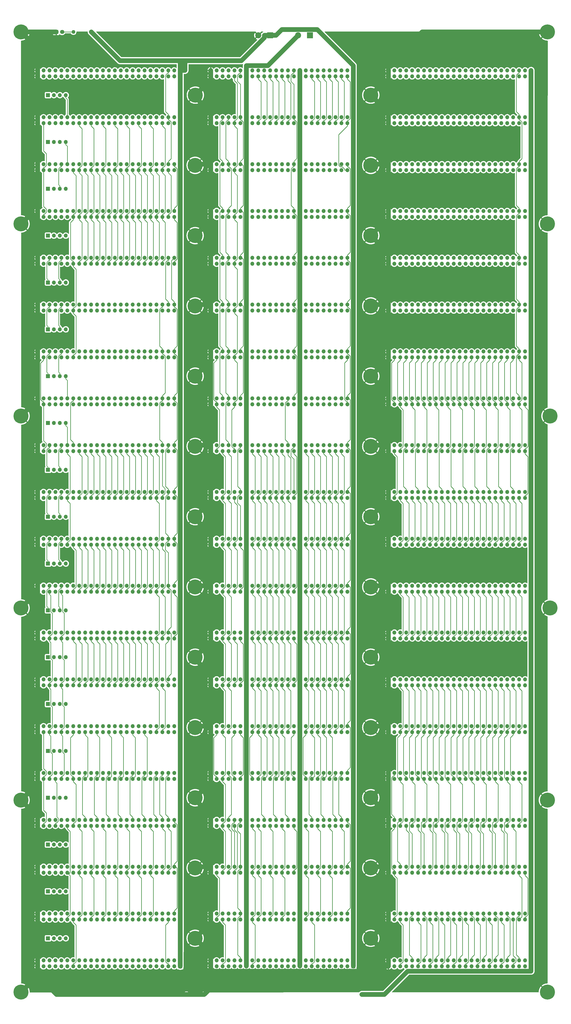
<source format=gbr>
%TF.GenerationSoftware,KiCad,Pcbnew,(6.0.11)*%
%TF.CreationDate,2024-10-28T17:35:10-05:00*%
%TF.ProjectId,backplane.20-slot,6261636b-706c-4616-9e65-2e32302d736c,V1.0*%
%TF.SameCoordinates,Original*%
%TF.FileFunction,Copper,L2,Bot*%
%TF.FilePolarity,Positive*%
%FSLAX46Y46*%
G04 Gerber Fmt 4.6, Leading zero omitted, Abs format (unit mm)*
G04 Created by KiCad (PCBNEW (6.0.11)) date 2024-10-28 17:35:10*
%MOMM*%
%LPD*%
G01*
G04 APERTURE LIST*
%TA.AperFunction,ComponentPad*%
%ADD10R,1.700000X1.700000*%
%TD*%
%TA.AperFunction,ComponentPad*%
%ADD11O,1.700000X1.700000*%
%TD*%
%TA.AperFunction,ComponentPad*%
%ADD12C,6.400000*%
%TD*%
%TA.AperFunction,ComponentPad*%
%ADD13R,1.800000X1.800000*%
%TD*%
%TA.AperFunction,ComponentPad*%
%ADD14C,1.800000*%
%TD*%
%TA.AperFunction,ComponentPad*%
%ADD15C,1.600000*%
%TD*%
%TA.AperFunction,ComponentPad*%
%ADD16O,1.600000X1.600000*%
%TD*%
%TA.AperFunction,ComponentPad*%
%ADD17R,2.600000X2.600000*%
%TD*%
%TA.AperFunction,ComponentPad*%
%ADD18C,2.600000*%
%TD*%
%TA.AperFunction,Conductor*%
%ADD19C,2.000000*%
%TD*%
%TA.AperFunction,Conductor*%
%ADD20C,0.250000*%
%TD*%
G04 APERTURE END LIST*
D10*
%TO.P,J1,1,Pin_1*%
%TO.N,VCC*%
X128969000Y-183586400D03*
D11*
%TO.P,J1,2,Pin_2*%
X128969000Y-181046400D03*
%TO.P,J1,3,Pin_3*%
%TO.N,/~{RD}*%
X126429000Y-183586400D03*
%TO.P,J1,4,Pin_4*%
%TO.N,/E*%
X126429000Y-181046400D03*
%TO.P,J1,5,Pin_5*%
%TO.N,/~{WR}*%
X123889000Y-183586400D03*
%TO.P,J1,6,Pin_6*%
%TO.N,/ST*%
X123889000Y-181046400D03*
%TO.P,J1,7,Pin_7*%
%TO.N,/~{IORQ}*%
X121349000Y-183586400D03*
%TO.P,J1,8,Pin_8*%
%TO.N,/PHI*%
X121349000Y-181046400D03*
%TO.P,J1,9,Pin_9*%
%TO.N,/~{MREQ}*%
X118809000Y-183586400D03*
%TO.P,J1,10,Pin_10*%
%TO.N,/~{INT2}*%
X118809000Y-181046400D03*
%TO.P,J1,11,Pin_11*%
%TO.N,/~{M1}*%
X116269000Y-183586400D03*
%TO.P,J1,12,Pin_12*%
%TO.N,/~{INT1}*%
X116269000Y-181046400D03*
%TO.P,J1,13,Pin_13*%
%TO.N,/~{BUSACK}*%
X113729000Y-183586400D03*
%TO.P,J1,14,Pin_14*%
%TO.N,/CRUCLK*%
X113729000Y-181046400D03*
%TO.P,J1,15,Pin_15*%
%TO.N,/CLK*%
X111189000Y-183586400D03*
%TO.P,J1,16,Pin_16*%
%TO.N,/CRUOUT*%
X111189000Y-181046400D03*
%TO.P,J1,17,Pin_17*%
%TO.N,/~{INT0}*%
X108649000Y-183586400D03*
%TO.P,J1,18,Pin_18*%
%TO.N,/CRUIN*%
X108649000Y-181046400D03*
%TO.P,J1,19,Pin_19*%
%TO.N,/~{NMI}*%
X106109000Y-183586400D03*
%TO.P,J1,20,Pin_20*%
%TO.N,/~{RES_IN}*%
X106109000Y-181046400D03*
%TO.P,J1,21,Pin_21*%
%TO.N,/~{RES_OUT}*%
X103569000Y-183586400D03*
%TO.P,J1,22,Pin_22*%
%TO.N,/USER8*%
X103569000Y-181046400D03*
%TO.P,J1,23,Pin_23*%
%TO.N,/~{BUSRQ}*%
X101029000Y-183586400D03*
%TO.P,J1,24,Pin_24*%
%TO.N,/USER7*%
X101029000Y-181046400D03*
%TO.P,J1,25,Pin_25*%
%TO.N,/~{WAIT}*%
X98489000Y-183586400D03*
%TO.P,J1,26,Pin_26*%
%TO.N,/USER6*%
X98489000Y-181046400D03*
%TO.P,J1,27,Pin_27*%
%TO.N,/~{HALT}*%
X95949000Y-183586400D03*
%TO.P,J1,28,Pin_28*%
%TO.N,/USER5*%
X95949000Y-181046400D03*
%TO.P,J1,29,Pin_29*%
%TO.N,/~{RFSH}*%
X93409000Y-183586400D03*
%TO.P,J1,30,Pin_30*%
%TO.N,/USER4*%
X93409000Y-181046400D03*
%TO.P,J1,31,Pin_31*%
%TO.N,/~{EIRQ7}*%
X90869000Y-183586400D03*
%TO.P,J1,32,Pin_32*%
%TO.N,/USER3*%
X90869000Y-181046400D03*
%TO.P,J1,33,Pin_33*%
%TO.N,/~{EIRQ6}*%
X88329000Y-183586400D03*
%TO.P,J1,34,Pin_34*%
%TO.N,/USER2*%
X88329000Y-181046400D03*
%TO.P,J1,35,Pin_35*%
%TO.N,/~{EIRQ5}*%
X85789000Y-183586400D03*
%TO.P,J1,36,Pin_36*%
%TO.N,/USER1*%
X85789000Y-181046400D03*
%TO.P,J1,37,Pin_37*%
%TO.N,/~{EIRQ4}*%
X83249000Y-183586400D03*
%TO.P,J1,38,Pin_38*%
%TO.N,/USER0*%
X83249000Y-181046400D03*
%TO.P,J1,39,Pin_39*%
%TO.N,/~{EIRQ3}*%
X80709000Y-183586400D03*
%TO.P,J1,40,Pin_40*%
%TO.N,/~{BAI-13}*%
X80709000Y-181046400D03*
%TO.P,J1,41,Pin_41*%
%TO.N,/~{EIRQ2}*%
X78169000Y-183586400D03*
%TO.P,J1,42,Pin_42*%
%TO.N,/~{BAO-13}*%
X78169000Y-181046400D03*
%TO.P,J1,43,Pin_43*%
%TO.N,/~{EIRQ1}*%
X75629000Y-183586400D03*
%TO.P,J1,44,Pin_44*%
%TO.N,/~{IEI-13}*%
X75629000Y-181046400D03*
%TO.P,J1,45,Pin_45*%
%TO.N,/~{EIRQ0}*%
X73089000Y-183586400D03*
%TO.P,J1,46,Pin_46*%
%TO.N,/~{IEO-13}*%
X73089000Y-181046400D03*
%TO.P,J1,47,Pin_47*%
%TO.N,/I2C_SCL*%
X70549000Y-183586400D03*
%TO.P,J1,48,Pin_48*%
%TO.N,/I2C_SDA*%
X70549000Y-181046400D03*
%TO.P,J1,49,Pin_49*%
%TO.N,GND*%
X68009000Y-183586400D03*
%TO.P,J1,50,Pin_50*%
X68009000Y-181046400D03*
%TD*%
D10*
%TO.P,J3,1,Pin_1*%
%TO.N,VCC*%
X278969000Y-183586400D03*
D11*
%TO.P,J3,2,Pin_2*%
X278969000Y-181046400D03*
%TO.P,J3,3,Pin_3*%
%TO.N,/D15*%
X276429000Y-183586400D03*
%TO.P,J3,4,Pin_4*%
%TO.N,/D31*%
X276429000Y-181046400D03*
%TO.P,J3,5,Pin_5*%
%TO.N,/D14*%
X273889000Y-183586400D03*
%TO.P,J3,6,Pin_6*%
%TO.N,/D30*%
X273889000Y-181046400D03*
%TO.P,J3,7,Pin_7*%
%TO.N,/D13*%
X271349000Y-183586400D03*
%TO.P,J3,8,Pin_8*%
%TO.N,/D29*%
X271349000Y-181046400D03*
%TO.P,J3,9,Pin_9*%
%TO.N,/D12*%
X268809000Y-183586400D03*
%TO.P,J3,10,Pin_10*%
%TO.N,/D28*%
X268809000Y-181046400D03*
%TO.P,J3,11,Pin_11*%
%TO.N,/D11*%
X266269000Y-183586400D03*
%TO.P,J3,12,Pin_12*%
%TO.N,/D27*%
X266269000Y-181046400D03*
%TO.P,J3,13,Pin_13*%
%TO.N,/D10*%
X263729000Y-183586400D03*
%TO.P,J3,14,Pin_14*%
%TO.N,/D26*%
X263729000Y-181046400D03*
%TO.P,J3,15,Pin_15*%
%TO.N,/D9*%
X261189000Y-183586400D03*
%TO.P,J3,16,Pin_16*%
%TO.N,/D25*%
X261189000Y-181046400D03*
%TO.P,J3,17,Pin_17*%
%TO.N,/D8*%
X258649000Y-183586400D03*
%TO.P,J3,18,Pin_18*%
%TO.N,/D24*%
X258649000Y-181046400D03*
%TO.P,J3,19,Pin_19*%
%TO.N,/D7*%
X256109000Y-183586400D03*
%TO.P,J3,20,Pin_20*%
%TO.N,/D23*%
X256109000Y-181046400D03*
%TO.P,J3,21,Pin_21*%
%TO.N,/D6*%
X253569000Y-183586400D03*
%TO.P,J3,22,Pin_22*%
%TO.N,/D22*%
X253569000Y-181046400D03*
%TO.P,J3,23,Pin_23*%
%TO.N,/D5*%
X251029000Y-183586400D03*
%TO.P,J3,24,Pin_24*%
%TO.N,/D21*%
X251029000Y-181046400D03*
%TO.P,J3,25,Pin_25*%
%TO.N,/D4*%
X248489000Y-183586400D03*
%TO.P,J3,26,Pin_26*%
%TO.N,/D20*%
X248489000Y-181046400D03*
%TO.P,J3,27,Pin_27*%
%TO.N,/D3*%
X245949000Y-183586400D03*
%TO.P,J3,28,Pin_28*%
%TO.N,/D19*%
X245949000Y-181046400D03*
%TO.P,J3,29,Pin_29*%
%TO.N,/D2*%
X243409000Y-183586400D03*
%TO.P,J3,30,Pin_30*%
%TO.N,/D18*%
X243409000Y-181046400D03*
%TO.P,J3,31,Pin_31*%
%TO.N,/D1*%
X240869000Y-183586400D03*
%TO.P,J3,32,Pin_32*%
%TO.N,/D17*%
X240869000Y-181046400D03*
%TO.P,J3,33,Pin_33*%
%TO.N,/D0*%
X238329000Y-183586400D03*
%TO.P,J3,34,Pin_34*%
%TO.N,/D16*%
X238329000Y-181046400D03*
%TO.P,J3,35,Pin_35*%
%TO.N,/~{BUSERR}*%
X235789000Y-183586400D03*
%TO.P,J3,36,Pin_36*%
%TO.N,/UDS*%
X235789000Y-181046400D03*
%TO.P,J3,37,Pin_37*%
%TO.N,/~{VPA}*%
X233249000Y-183586400D03*
%TO.P,J3,38,Pin_38*%
%TO.N,/LDS*%
X233249000Y-181046400D03*
%TO.P,J3,39,Pin_39*%
%TO.N,/~{VMA}*%
X230709000Y-183586400D03*
%TO.P,J3,40,Pin_40*%
%TO.N,/S2*%
X230709000Y-181046400D03*
%TO.P,J3,41,Pin_41*%
%TO.N,/~{BHE}*%
X228169000Y-183586400D03*
%TO.P,J3,42,Pin_42*%
%TO.N,/S1*%
X228169000Y-181046400D03*
%TO.P,J3,43,Pin_43*%
%TO.N,/IPL2*%
X225629000Y-183586400D03*
%TO.P,J3,44,Pin_44*%
%TO.N,/S0*%
X225629000Y-181046400D03*
%TO.P,J3,45,Pin_45*%
%TO.N,/IPL1*%
X223089000Y-183586400D03*
%TO.P,J3,46,Pin_46*%
%TO.N,/AUXCLK3*%
X223089000Y-181046400D03*
%TO.P,J3,47,Pin_47*%
%TO.N,/IPL0*%
X220549000Y-183586400D03*
%TO.P,J3,48,Pin_48*%
%TO.N,/AUXCLK2*%
X220549000Y-181046400D03*
%TO.P,J3,49,Pin_49*%
%TO.N,GND*%
X218009000Y-183586400D03*
%TO.P,J3,50,Pin_50*%
X218009000Y-181046400D03*
%TD*%
D10*
%TO.P,J2,1,Pin_1*%
%TO.N,VCC*%
X202969000Y-183586400D03*
D11*
%TO.P,J2,2,Pin_2*%
X202969000Y-181046400D03*
%TO.P,J2,3,Pin_3*%
%TO.N,/A15*%
X200429000Y-183586400D03*
%TO.P,J2,4,Pin_4*%
%TO.N,/A31*%
X200429000Y-181046400D03*
%TO.P,J2,5,Pin_5*%
%TO.N,/A14*%
X197889000Y-183586400D03*
%TO.P,J2,6,Pin_6*%
%TO.N,/A30*%
X197889000Y-181046400D03*
%TO.P,J2,7,Pin_7*%
%TO.N,/A13*%
X195349000Y-183586400D03*
%TO.P,J2,8,Pin_8*%
%TO.N,/A29*%
X195349000Y-181046400D03*
%TO.P,J2,9,Pin_9*%
%TO.N,/A12*%
X192809000Y-183586400D03*
%TO.P,J2,10,Pin_10*%
%TO.N,/A28*%
X192809000Y-181046400D03*
%TO.P,J2,11,Pin_11*%
%TO.N,/A11*%
X190269000Y-183586400D03*
%TO.P,J2,12,Pin_12*%
%TO.N,/A27*%
X190269000Y-181046400D03*
%TO.P,J2,13,Pin_13*%
%TO.N,/A10*%
X187729000Y-183586400D03*
%TO.P,J2,14,Pin_14*%
%TO.N,/A26*%
X187729000Y-181046400D03*
%TO.P,J2,15,Pin_15*%
%TO.N,/A9*%
X185189000Y-183586400D03*
%TO.P,J2,16,Pin_16*%
%TO.N,/A25*%
X185189000Y-181046400D03*
%TO.P,J2,17,Pin_17*%
%TO.N,/A8*%
X182649000Y-183586400D03*
%TO.P,J2,18,Pin_18*%
%TO.N,/A24*%
X182649000Y-181046400D03*
%TO.P,J2,19,Pin_19*%
%TO.N,/+12V*%
X180109000Y-183586400D03*
%TO.P,J2,20,Pin_20*%
X180109000Y-181046400D03*
%TO.P,J2,21,Pin_21*%
%TO.N,/A7*%
X177569000Y-183586400D03*
%TO.P,J2,22,Pin_22*%
%TO.N,/A23*%
X177569000Y-181046400D03*
%TO.P,J2,23,Pin_23*%
%TO.N,/A6*%
X175029000Y-183586400D03*
%TO.P,J2,24,Pin_24*%
%TO.N,/A22*%
X175029000Y-181046400D03*
%TO.P,J2,25,Pin_25*%
%TO.N,/A5*%
X172489000Y-183586400D03*
%TO.P,J2,26,Pin_26*%
%TO.N,/A21*%
X172489000Y-181046400D03*
%TO.P,J2,27,Pin_27*%
%TO.N,/A4*%
X169949000Y-183586400D03*
%TO.P,J2,28,Pin_28*%
%TO.N,/A20*%
X169949000Y-181046400D03*
%TO.P,J2,29,Pin_29*%
%TO.N,/A3*%
X167409000Y-183586400D03*
%TO.P,J2,30,Pin_30*%
%TO.N,/A19*%
X167409000Y-181046400D03*
%TO.P,J2,31,Pin_31*%
%TO.N,/A2*%
X164869000Y-183586400D03*
%TO.P,J2,32,Pin_32*%
%TO.N,/A18*%
X164869000Y-181046400D03*
%TO.P,J2,33,Pin_33*%
%TO.N,/A1*%
X162329000Y-183586400D03*
%TO.P,J2,34,Pin_34*%
%TO.N,/A17*%
X162329000Y-181046400D03*
%TO.P,J2,35,Pin_35*%
%TO.N,/A0*%
X159789000Y-183586400D03*
%TO.P,J2,36,Pin_36*%
%TO.N,/A16*%
X159789000Y-181046400D03*
%TO.P,J2,37,Pin_37*%
%TO.N,/-12V*%
X157249000Y-183586400D03*
%TO.P,J2,38,Pin_38*%
X157249000Y-181046400D03*
%TO.P,J2,39,Pin_39*%
%TO.N,/IC3*%
X154709000Y-183586400D03*
%TO.P,J2,40,Pin_40*%
%TO.N,/~{TEND1}*%
X154709000Y-181046400D03*
%TO.P,J2,41,Pin_41*%
%TO.N,/IC2*%
X152169000Y-183586400D03*
%TO.P,J2,42,Pin_42*%
%TO.N,/~{DREQ1}*%
X152169000Y-181046400D03*
%TO.P,J2,43,Pin_43*%
%TO.N,/IC1*%
X149629000Y-183586400D03*
%TO.P,J2,44,Pin_44*%
%TO.N,/~{TEND0}*%
X149629000Y-181046400D03*
%TO.P,J2,45,Pin_45*%
%TO.N,/IC0*%
X147089000Y-183586400D03*
%TO.P,J2,46,Pin_46*%
%TO.N,/~{DREQ0}*%
X147089000Y-181046400D03*
%TO.P,J2,47,Pin_47*%
%TO.N,/AUXCLK1*%
X144549000Y-183586400D03*
%TO.P,J2,48,Pin_48*%
%TO.N,/AUXCLK0*%
X144549000Y-181046400D03*
%TO.P,J2,49,Pin_49*%
%TO.N,GND*%
X142009000Y-183586400D03*
%TO.P,J2,50,Pin_50*%
X142009000Y-181046400D03*
%TD*%
D12*
%TO.P,H1,1,1*%
%TO.N,GND*%
X60969000Y-24586400D03*
%TD*%
%TO.P,H2,1,1*%
%TO.N,GND*%
X285969000Y-24586400D03*
%TD*%
D10*
%TO.P,J4,1,Pin_1*%
%TO.N,VCC*%
X128969000Y-163586400D03*
D11*
%TO.P,J4,2,Pin_2*%
X128969000Y-161046400D03*
%TO.P,J4,3,Pin_3*%
%TO.N,/~{RD}*%
X126429000Y-163586400D03*
%TO.P,J4,4,Pin_4*%
%TO.N,/E*%
X126429000Y-161046400D03*
%TO.P,J4,5,Pin_5*%
%TO.N,/~{WR}*%
X123889000Y-163586400D03*
%TO.P,J4,6,Pin_6*%
%TO.N,/ST*%
X123889000Y-161046400D03*
%TO.P,J4,7,Pin_7*%
%TO.N,/~{IORQ}*%
X121349000Y-163586400D03*
%TO.P,J4,8,Pin_8*%
%TO.N,/PHI*%
X121349000Y-161046400D03*
%TO.P,J4,9,Pin_9*%
%TO.N,/~{MREQ}*%
X118809000Y-163586400D03*
%TO.P,J4,10,Pin_10*%
%TO.N,/~{INT2}*%
X118809000Y-161046400D03*
%TO.P,J4,11,Pin_11*%
%TO.N,/~{M1}*%
X116269000Y-163586400D03*
%TO.P,J4,12,Pin_12*%
%TO.N,/~{INT1}*%
X116269000Y-161046400D03*
%TO.P,J4,13,Pin_13*%
%TO.N,/~{BUSACK}*%
X113729000Y-163586400D03*
%TO.P,J4,14,Pin_14*%
%TO.N,/CRUCLK*%
X113729000Y-161046400D03*
%TO.P,J4,15,Pin_15*%
%TO.N,/CLK*%
X111189000Y-163586400D03*
%TO.P,J4,16,Pin_16*%
%TO.N,/CRUOUT*%
X111189000Y-161046400D03*
%TO.P,J4,17,Pin_17*%
%TO.N,/~{INT0}*%
X108649000Y-163586400D03*
%TO.P,J4,18,Pin_18*%
%TO.N,/CRUIN*%
X108649000Y-161046400D03*
%TO.P,J4,19,Pin_19*%
%TO.N,/~{NMI}*%
X106109000Y-163586400D03*
%TO.P,J4,20,Pin_20*%
%TO.N,/~{RES_IN}*%
X106109000Y-161046400D03*
%TO.P,J4,21,Pin_21*%
%TO.N,/~{RES_OUT}*%
X103569000Y-163586400D03*
%TO.P,J4,22,Pin_22*%
%TO.N,/USER8*%
X103569000Y-161046400D03*
%TO.P,J4,23,Pin_23*%
%TO.N,/~{BUSRQ}*%
X101029000Y-163586400D03*
%TO.P,J4,24,Pin_24*%
%TO.N,/USER7*%
X101029000Y-161046400D03*
%TO.P,J4,25,Pin_25*%
%TO.N,/~{WAIT}*%
X98489000Y-163586400D03*
%TO.P,J4,26,Pin_26*%
%TO.N,/USER6*%
X98489000Y-161046400D03*
%TO.P,J4,27,Pin_27*%
%TO.N,/~{HALT}*%
X95949000Y-163586400D03*
%TO.P,J4,28,Pin_28*%
%TO.N,/USER5*%
X95949000Y-161046400D03*
%TO.P,J4,29,Pin_29*%
%TO.N,/~{RFSH}*%
X93409000Y-163586400D03*
%TO.P,J4,30,Pin_30*%
%TO.N,/USER4*%
X93409000Y-161046400D03*
%TO.P,J4,31,Pin_31*%
%TO.N,/~{EIRQ7}*%
X90869000Y-163586400D03*
%TO.P,J4,32,Pin_32*%
%TO.N,/USER3*%
X90869000Y-161046400D03*
%TO.P,J4,33,Pin_33*%
%TO.N,/~{EIRQ6}*%
X88329000Y-163586400D03*
%TO.P,J4,34,Pin_34*%
%TO.N,/USER2*%
X88329000Y-161046400D03*
%TO.P,J4,35,Pin_35*%
%TO.N,/~{EIRQ5}*%
X85789000Y-163586400D03*
%TO.P,J4,36,Pin_36*%
%TO.N,/USER1*%
X85789000Y-161046400D03*
%TO.P,J4,37,Pin_37*%
%TO.N,/~{EIRQ4}*%
X83249000Y-163586400D03*
%TO.P,J4,38,Pin_38*%
%TO.N,/USER0*%
X83249000Y-161046400D03*
%TO.P,J4,39,Pin_39*%
%TO.N,/~{EIRQ3}*%
X80709000Y-163586400D03*
%TO.P,J4,40,Pin_40*%
%TO.N,/~{BAI-14}*%
X80709000Y-161046400D03*
%TO.P,J4,41,Pin_41*%
%TO.N,/~{EIRQ2}*%
X78169000Y-163586400D03*
%TO.P,J4,42,Pin_42*%
%TO.N,/~{BAO-14}*%
X78169000Y-161046400D03*
%TO.P,J4,43,Pin_43*%
%TO.N,/~{EIRQ1}*%
X75629000Y-163586400D03*
%TO.P,J4,44,Pin_44*%
%TO.N,/~{IEI-14}*%
X75629000Y-161046400D03*
%TO.P,J4,45,Pin_45*%
%TO.N,/~{EIRQ0}*%
X73089000Y-163586400D03*
%TO.P,J4,46,Pin_46*%
%TO.N,/~{IEO-14}*%
X73089000Y-161046400D03*
%TO.P,J4,47,Pin_47*%
%TO.N,/I2C_SCL*%
X70549000Y-163586400D03*
%TO.P,J4,48,Pin_48*%
%TO.N,/I2C_SDA*%
X70549000Y-161046400D03*
%TO.P,J4,49,Pin_49*%
%TO.N,GND*%
X68009000Y-163586400D03*
%TO.P,J4,50,Pin_50*%
X68009000Y-161046400D03*
%TD*%
D10*
%TO.P,J5,1,Pin_1*%
%TO.N,VCC*%
X202969000Y-163586400D03*
D11*
%TO.P,J5,2,Pin_2*%
X202969000Y-161046400D03*
%TO.P,J5,3,Pin_3*%
%TO.N,/A15*%
X200429000Y-163586400D03*
%TO.P,J5,4,Pin_4*%
%TO.N,/A31*%
X200429000Y-161046400D03*
%TO.P,J5,5,Pin_5*%
%TO.N,/A14*%
X197889000Y-163586400D03*
%TO.P,J5,6,Pin_6*%
%TO.N,/A30*%
X197889000Y-161046400D03*
%TO.P,J5,7,Pin_7*%
%TO.N,/A13*%
X195349000Y-163586400D03*
%TO.P,J5,8,Pin_8*%
%TO.N,/A29*%
X195349000Y-161046400D03*
%TO.P,J5,9,Pin_9*%
%TO.N,/A12*%
X192809000Y-163586400D03*
%TO.P,J5,10,Pin_10*%
%TO.N,/A28*%
X192809000Y-161046400D03*
%TO.P,J5,11,Pin_11*%
%TO.N,/A11*%
X190269000Y-163586400D03*
%TO.P,J5,12,Pin_12*%
%TO.N,/A27*%
X190269000Y-161046400D03*
%TO.P,J5,13,Pin_13*%
%TO.N,/A10*%
X187729000Y-163586400D03*
%TO.P,J5,14,Pin_14*%
%TO.N,/A26*%
X187729000Y-161046400D03*
%TO.P,J5,15,Pin_15*%
%TO.N,/A9*%
X185189000Y-163586400D03*
%TO.P,J5,16,Pin_16*%
%TO.N,/A25*%
X185189000Y-161046400D03*
%TO.P,J5,17,Pin_17*%
%TO.N,/A8*%
X182649000Y-163586400D03*
%TO.P,J5,18,Pin_18*%
%TO.N,/A24*%
X182649000Y-161046400D03*
%TO.P,J5,19,Pin_19*%
%TO.N,/+12V*%
X180109000Y-163586400D03*
%TO.P,J5,20,Pin_20*%
X180109000Y-161046400D03*
%TO.P,J5,21,Pin_21*%
%TO.N,/A7*%
X177569000Y-163586400D03*
%TO.P,J5,22,Pin_22*%
%TO.N,/A23*%
X177569000Y-161046400D03*
%TO.P,J5,23,Pin_23*%
%TO.N,/A6*%
X175029000Y-163586400D03*
%TO.P,J5,24,Pin_24*%
%TO.N,/A22*%
X175029000Y-161046400D03*
%TO.P,J5,25,Pin_25*%
%TO.N,/A5*%
X172489000Y-163586400D03*
%TO.P,J5,26,Pin_26*%
%TO.N,/A21*%
X172489000Y-161046400D03*
%TO.P,J5,27,Pin_27*%
%TO.N,/A4*%
X169949000Y-163586400D03*
%TO.P,J5,28,Pin_28*%
%TO.N,/A20*%
X169949000Y-161046400D03*
%TO.P,J5,29,Pin_29*%
%TO.N,/A3*%
X167409000Y-163586400D03*
%TO.P,J5,30,Pin_30*%
%TO.N,/A19*%
X167409000Y-161046400D03*
%TO.P,J5,31,Pin_31*%
%TO.N,/A2*%
X164869000Y-163586400D03*
%TO.P,J5,32,Pin_32*%
%TO.N,/A18*%
X164869000Y-161046400D03*
%TO.P,J5,33,Pin_33*%
%TO.N,/A1*%
X162329000Y-163586400D03*
%TO.P,J5,34,Pin_34*%
%TO.N,/A17*%
X162329000Y-161046400D03*
%TO.P,J5,35,Pin_35*%
%TO.N,/A0*%
X159789000Y-163586400D03*
%TO.P,J5,36,Pin_36*%
%TO.N,/A16*%
X159789000Y-161046400D03*
%TO.P,J5,37,Pin_37*%
%TO.N,/-12V*%
X157249000Y-163586400D03*
%TO.P,J5,38,Pin_38*%
X157249000Y-161046400D03*
%TO.P,J5,39,Pin_39*%
%TO.N,/IC3*%
X154709000Y-163586400D03*
%TO.P,J5,40,Pin_40*%
%TO.N,/~{TEND1}*%
X154709000Y-161046400D03*
%TO.P,J5,41,Pin_41*%
%TO.N,/IC2*%
X152169000Y-163586400D03*
%TO.P,J5,42,Pin_42*%
%TO.N,/~{DREQ1}*%
X152169000Y-161046400D03*
%TO.P,J5,43,Pin_43*%
%TO.N,/IC1*%
X149629000Y-163586400D03*
%TO.P,J5,44,Pin_44*%
%TO.N,/~{TEND0}*%
X149629000Y-161046400D03*
%TO.P,J5,45,Pin_45*%
%TO.N,/IC0*%
X147089000Y-163586400D03*
%TO.P,J5,46,Pin_46*%
%TO.N,/~{DREQ0}*%
X147089000Y-161046400D03*
%TO.P,J5,47,Pin_47*%
%TO.N,/AUXCLK1*%
X144549000Y-163586400D03*
%TO.P,J5,48,Pin_48*%
%TO.N,/AUXCLK0*%
X144549000Y-161046400D03*
%TO.P,J5,49,Pin_49*%
%TO.N,GND*%
X142009000Y-163586400D03*
%TO.P,J5,50,Pin_50*%
X142009000Y-161046400D03*
%TD*%
D10*
%TO.P,J6,1,Pin_1*%
%TO.N,VCC*%
X278969000Y-163586400D03*
D11*
%TO.P,J6,2,Pin_2*%
X278969000Y-161046400D03*
%TO.P,J6,3,Pin_3*%
%TO.N,/D15*%
X276429000Y-163586400D03*
%TO.P,J6,4,Pin_4*%
%TO.N,/D31*%
X276429000Y-161046400D03*
%TO.P,J6,5,Pin_5*%
%TO.N,/D14*%
X273889000Y-163586400D03*
%TO.P,J6,6,Pin_6*%
%TO.N,/D30*%
X273889000Y-161046400D03*
%TO.P,J6,7,Pin_7*%
%TO.N,/D13*%
X271349000Y-163586400D03*
%TO.P,J6,8,Pin_8*%
%TO.N,/D29*%
X271349000Y-161046400D03*
%TO.P,J6,9,Pin_9*%
%TO.N,/D12*%
X268809000Y-163586400D03*
%TO.P,J6,10,Pin_10*%
%TO.N,/D28*%
X268809000Y-161046400D03*
%TO.P,J6,11,Pin_11*%
%TO.N,/D11*%
X266269000Y-163586400D03*
%TO.P,J6,12,Pin_12*%
%TO.N,/D27*%
X266269000Y-161046400D03*
%TO.P,J6,13,Pin_13*%
%TO.N,/D10*%
X263729000Y-163586400D03*
%TO.P,J6,14,Pin_14*%
%TO.N,/D26*%
X263729000Y-161046400D03*
%TO.P,J6,15,Pin_15*%
%TO.N,/D9*%
X261189000Y-163586400D03*
%TO.P,J6,16,Pin_16*%
%TO.N,/D25*%
X261189000Y-161046400D03*
%TO.P,J6,17,Pin_17*%
%TO.N,/D8*%
X258649000Y-163586400D03*
%TO.P,J6,18,Pin_18*%
%TO.N,/D24*%
X258649000Y-161046400D03*
%TO.P,J6,19,Pin_19*%
%TO.N,/D7*%
X256109000Y-163586400D03*
%TO.P,J6,20,Pin_20*%
%TO.N,/D23*%
X256109000Y-161046400D03*
%TO.P,J6,21,Pin_21*%
%TO.N,/D6*%
X253569000Y-163586400D03*
%TO.P,J6,22,Pin_22*%
%TO.N,/D22*%
X253569000Y-161046400D03*
%TO.P,J6,23,Pin_23*%
%TO.N,/D5*%
X251029000Y-163586400D03*
%TO.P,J6,24,Pin_24*%
%TO.N,/D21*%
X251029000Y-161046400D03*
%TO.P,J6,25,Pin_25*%
%TO.N,/D4*%
X248489000Y-163586400D03*
%TO.P,J6,26,Pin_26*%
%TO.N,/D20*%
X248489000Y-161046400D03*
%TO.P,J6,27,Pin_27*%
%TO.N,/D3*%
X245949000Y-163586400D03*
%TO.P,J6,28,Pin_28*%
%TO.N,/D19*%
X245949000Y-161046400D03*
%TO.P,J6,29,Pin_29*%
%TO.N,/D2*%
X243409000Y-163586400D03*
%TO.P,J6,30,Pin_30*%
%TO.N,/D18*%
X243409000Y-161046400D03*
%TO.P,J6,31,Pin_31*%
%TO.N,/D1*%
X240869000Y-163586400D03*
%TO.P,J6,32,Pin_32*%
%TO.N,/D17*%
X240869000Y-161046400D03*
%TO.P,J6,33,Pin_33*%
%TO.N,/D0*%
X238329000Y-163586400D03*
%TO.P,J6,34,Pin_34*%
%TO.N,/D16*%
X238329000Y-161046400D03*
%TO.P,J6,35,Pin_35*%
%TO.N,/~{BUSERR}*%
X235789000Y-163586400D03*
%TO.P,J6,36,Pin_36*%
%TO.N,/UDS*%
X235789000Y-161046400D03*
%TO.P,J6,37,Pin_37*%
%TO.N,/~{VPA}*%
X233249000Y-163586400D03*
%TO.P,J6,38,Pin_38*%
%TO.N,/LDS*%
X233249000Y-161046400D03*
%TO.P,J6,39,Pin_39*%
%TO.N,/~{VMA}*%
X230709000Y-163586400D03*
%TO.P,J6,40,Pin_40*%
%TO.N,/S2*%
X230709000Y-161046400D03*
%TO.P,J6,41,Pin_41*%
%TO.N,/~{BHE}*%
X228169000Y-163586400D03*
%TO.P,J6,42,Pin_42*%
%TO.N,/S1*%
X228169000Y-161046400D03*
%TO.P,J6,43,Pin_43*%
%TO.N,/IPL2*%
X225629000Y-163586400D03*
%TO.P,J6,44,Pin_44*%
%TO.N,/S0*%
X225629000Y-161046400D03*
%TO.P,J6,45,Pin_45*%
%TO.N,/IPL1*%
X223089000Y-163586400D03*
%TO.P,J6,46,Pin_46*%
%TO.N,/AUXCLK3*%
X223089000Y-161046400D03*
%TO.P,J6,47,Pin_47*%
%TO.N,/IPL0*%
X220549000Y-163586400D03*
%TO.P,J6,48,Pin_48*%
%TO.N,/AUXCLK2*%
X220549000Y-161046400D03*
%TO.P,J6,49,Pin_49*%
%TO.N,GND*%
X218009000Y-163586400D03*
%TO.P,J6,50,Pin_50*%
X218009000Y-161046400D03*
%TD*%
D10*
%TO.P,J7,1,Pin_1*%
%TO.N,VCC*%
X128969000Y-143586400D03*
D11*
%TO.P,J7,2,Pin_2*%
X128969000Y-141046400D03*
%TO.P,J7,3,Pin_3*%
%TO.N,/~{RD}*%
X126429000Y-143586400D03*
%TO.P,J7,4,Pin_4*%
%TO.N,/E*%
X126429000Y-141046400D03*
%TO.P,J7,5,Pin_5*%
%TO.N,/~{WR}*%
X123889000Y-143586400D03*
%TO.P,J7,6,Pin_6*%
%TO.N,/ST*%
X123889000Y-141046400D03*
%TO.P,J7,7,Pin_7*%
%TO.N,/~{IORQ}*%
X121349000Y-143586400D03*
%TO.P,J7,8,Pin_8*%
%TO.N,/PHI*%
X121349000Y-141046400D03*
%TO.P,J7,9,Pin_9*%
%TO.N,/~{MREQ}*%
X118809000Y-143586400D03*
%TO.P,J7,10,Pin_10*%
%TO.N,/~{INT2}*%
X118809000Y-141046400D03*
%TO.P,J7,11,Pin_11*%
%TO.N,/~{M1}*%
X116269000Y-143586400D03*
%TO.P,J7,12,Pin_12*%
%TO.N,/~{INT1}*%
X116269000Y-141046400D03*
%TO.P,J7,13,Pin_13*%
%TO.N,/~{BUSACK}*%
X113729000Y-143586400D03*
%TO.P,J7,14,Pin_14*%
%TO.N,/CRUCLK*%
X113729000Y-141046400D03*
%TO.P,J7,15,Pin_15*%
%TO.N,/CLK*%
X111189000Y-143586400D03*
%TO.P,J7,16,Pin_16*%
%TO.N,/CRUOUT*%
X111189000Y-141046400D03*
%TO.P,J7,17,Pin_17*%
%TO.N,/~{INT0}*%
X108649000Y-143586400D03*
%TO.P,J7,18,Pin_18*%
%TO.N,/CRUIN*%
X108649000Y-141046400D03*
%TO.P,J7,19,Pin_19*%
%TO.N,/~{NMI}*%
X106109000Y-143586400D03*
%TO.P,J7,20,Pin_20*%
%TO.N,/~{RES_IN}*%
X106109000Y-141046400D03*
%TO.P,J7,21,Pin_21*%
%TO.N,/~{RES_OUT}*%
X103569000Y-143586400D03*
%TO.P,J7,22,Pin_22*%
%TO.N,/USER8*%
X103569000Y-141046400D03*
%TO.P,J7,23,Pin_23*%
%TO.N,/~{BUSRQ}*%
X101029000Y-143586400D03*
%TO.P,J7,24,Pin_24*%
%TO.N,/USER7*%
X101029000Y-141046400D03*
%TO.P,J7,25,Pin_25*%
%TO.N,/~{WAIT}*%
X98489000Y-143586400D03*
%TO.P,J7,26,Pin_26*%
%TO.N,/USER6*%
X98489000Y-141046400D03*
%TO.P,J7,27,Pin_27*%
%TO.N,/~{HALT}*%
X95949000Y-143586400D03*
%TO.P,J7,28,Pin_28*%
%TO.N,/USER5*%
X95949000Y-141046400D03*
%TO.P,J7,29,Pin_29*%
%TO.N,/~{RFSH}*%
X93409000Y-143586400D03*
%TO.P,J7,30,Pin_30*%
%TO.N,/USER4*%
X93409000Y-141046400D03*
%TO.P,J7,31,Pin_31*%
%TO.N,/~{EIRQ7}*%
X90869000Y-143586400D03*
%TO.P,J7,32,Pin_32*%
%TO.N,/USER3*%
X90869000Y-141046400D03*
%TO.P,J7,33,Pin_33*%
%TO.N,/~{EIRQ6}*%
X88329000Y-143586400D03*
%TO.P,J7,34,Pin_34*%
%TO.N,/USER2*%
X88329000Y-141046400D03*
%TO.P,J7,35,Pin_35*%
%TO.N,/~{EIRQ5}*%
X85789000Y-143586400D03*
%TO.P,J7,36,Pin_36*%
%TO.N,/USER1*%
X85789000Y-141046400D03*
%TO.P,J7,37,Pin_37*%
%TO.N,/~{EIRQ4}*%
X83249000Y-143586400D03*
%TO.P,J7,38,Pin_38*%
%TO.N,/USER0*%
X83249000Y-141046400D03*
%TO.P,J7,39,Pin_39*%
%TO.N,/~{EIRQ3}*%
X80709000Y-143586400D03*
%TO.P,J7,40,Pin_40*%
%TO.N,/~{BAI-15}*%
X80709000Y-141046400D03*
%TO.P,J7,41,Pin_41*%
%TO.N,/~{EIRQ2}*%
X78169000Y-143586400D03*
%TO.P,J7,42,Pin_42*%
%TO.N,/~{BAO-15}*%
X78169000Y-141046400D03*
%TO.P,J7,43,Pin_43*%
%TO.N,/~{EIRQ1}*%
X75629000Y-143586400D03*
%TO.P,J7,44,Pin_44*%
%TO.N,/~{IEI-15}*%
X75629000Y-141046400D03*
%TO.P,J7,45,Pin_45*%
%TO.N,/~{EIRQ0}*%
X73089000Y-143586400D03*
%TO.P,J7,46,Pin_46*%
%TO.N,/~{IEO-15}*%
X73089000Y-141046400D03*
%TO.P,J7,47,Pin_47*%
%TO.N,/I2C_SCL*%
X70549000Y-143586400D03*
%TO.P,J7,48,Pin_48*%
%TO.N,/I2C_SDA*%
X70549000Y-141046400D03*
%TO.P,J7,49,Pin_49*%
%TO.N,GND*%
X68009000Y-143586400D03*
%TO.P,J7,50,Pin_50*%
X68009000Y-141046400D03*
%TD*%
D10*
%TO.P,J8,1,Pin_1*%
%TO.N,VCC*%
X202969000Y-143586400D03*
D11*
%TO.P,J8,2,Pin_2*%
X202969000Y-141046400D03*
%TO.P,J8,3,Pin_3*%
%TO.N,/A15*%
X200429000Y-143586400D03*
%TO.P,J8,4,Pin_4*%
%TO.N,/A31*%
X200429000Y-141046400D03*
%TO.P,J8,5,Pin_5*%
%TO.N,/A14*%
X197889000Y-143586400D03*
%TO.P,J8,6,Pin_6*%
%TO.N,/A30*%
X197889000Y-141046400D03*
%TO.P,J8,7,Pin_7*%
%TO.N,/A13*%
X195349000Y-143586400D03*
%TO.P,J8,8,Pin_8*%
%TO.N,/A29*%
X195349000Y-141046400D03*
%TO.P,J8,9,Pin_9*%
%TO.N,/A12*%
X192809000Y-143586400D03*
%TO.P,J8,10,Pin_10*%
%TO.N,/A28*%
X192809000Y-141046400D03*
%TO.P,J8,11,Pin_11*%
%TO.N,/A11*%
X190269000Y-143586400D03*
%TO.P,J8,12,Pin_12*%
%TO.N,/A27*%
X190269000Y-141046400D03*
%TO.P,J8,13,Pin_13*%
%TO.N,/A10*%
X187729000Y-143586400D03*
%TO.P,J8,14,Pin_14*%
%TO.N,/A26*%
X187729000Y-141046400D03*
%TO.P,J8,15,Pin_15*%
%TO.N,/A9*%
X185189000Y-143586400D03*
%TO.P,J8,16,Pin_16*%
%TO.N,/A25*%
X185189000Y-141046400D03*
%TO.P,J8,17,Pin_17*%
%TO.N,/A8*%
X182649000Y-143586400D03*
%TO.P,J8,18,Pin_18*%
%TO.N,/A24*%
X182649000Y-141046400D03*
%TO.P,J8,19,Pin_19*%
%TO.N,/+12V*%
X180109000Y-143586400D03*
%TO.P,J8,20,Pin_20*%
X180109000Y-141046400D03*
%TO.P,J8,21,Pin_21*%
%TO.N,/A7*%
X177569000Y-143586400D03*
%TO.P,J8,22,Pin_22*%
%TO.N,/A23*%
X177569000Y-141046400D03*
%TO.P,J8,23,Pin_23*%
%TO.N,/A6*%
X175029000Y-143586400D03*
%TO.P,J8,24,Pin_24*%
%TO.N,/A22*%
X175029000Y-141046400D03*
%TO.P,J8,25,Pin_25*%
%TO.N,/A5*%
X172489000Y-143586400D03*
%TO.P,J8,26,Pin_26*%
%TO.N,/A21*%
X172489000Y-141046400D03*
%TO.P,J8,27,Pin_27*%
%TO.N,/A4*%
X169949000Y-143586400D03*
%TO.P,J8,28,Pin_28*%
%TO.N,/A20*%
X169949000Y-141046400D03*
%TO.P,J8,29,Pin_29*%
%TO.N,/A3*%
X167409000Y-143586400D03*
%TO.P,J8,30,Pin_30*%
%TO.N,/A19*%
X167409000Y-141046400D03*
%TO.P,J8,31,Pin_31*%
%TO.N,/A2*%
X164869000Y-143586400D03*
%TO.P,J8,32,Pin_32*%
%TO.N,/A18*%
X164869000Y-141046400D03*
%TO.P,J8,33,Pin_33*%
%TO.N,/A1*%
X162329000Y-143586400D03*
%TO.P,J8,34,Pin_34*%
%TO.N,/A17*%
X162329000Y-141046400D03*
%TO.P,J8,35,Pin_35*%
%TO.N,/A0*%
X159789000Y-143586400D03*
%TO.P,J8,36,Pin_36*%
%TO.N,/A16*%
X159789000Y-141046400D03*
%TO.P,J8,37,Pin_37*%
%TO.N,/-12V*%
X157249000Y-143586400D03*
%TO.P,J8,38,Pin_38*%
X157249000Y-141046400D03*
%TO.P,J8,39,Pin_39*%
%TO.N,/IC3*%
X154709000Y-143586400D03*
%TO.P,J8,40,Pin_40*%
%TO.N,/~{TEND1}*%
X154709000Y-141046400D03*
%TO.P,J8,41,Pin_41*%
%TO.N,/IC2*%
X152169000Y-143586400D03*
%TO.P,J8,42,Pin_42*%
%TO.N,/~{DREQ1}*%
X152169000Y-141046400D03*
%TO.P,J8,43,Pin_43*%
%TO.N,/IC1*%
X149629000Y-143586400D03*
%TO.P,J8,44,Pin_44*%
%TO.N,/~{TEND0}*%
X149629000Y-141046400D03*
%TO.P,J8,45,Pin_45*%
%TO.N,/IC0*%
X147089000Y-143586400D03*
%TO.P,J8,46,Pin_46*%
%TO.N,/~{DREQ0}*%
X147089000Y-141046400D03*
%TO.P,J8,47,Pin_47*%
%TO.N,/AUXCLK1*%
X144549000Y-143586400D03*
%TO.P,J8,48,Pin_48*%
%TO.N,/AUXCLK0*%
X144549000Y-141046400D03*
%TO.P,J8,49,Pin_49*%
%TO.N,GND*%
X142009000Y-143586400D03*
%TO.P,J8,50,Pin_50*%
X142009000Y-141046400D03*
%TD*%
D10*
%TO.P,J9,1,Pin_1*%
%TO.N,VCC*%
X278969000Y-143586400D03*
D11*
%TO.P,J9,2,Pin_2*%
X278969000Y-141046400D03*
%TO.P,J9,3,Pin_3*%
%TO.N,/D15*%
X276429000Y-143586400D03*
%TO.P,J9,4,Pin_4*%
%TO.N,/D31*%
X276429000Y-141046400D03*
%TO.P,J9,5,Pin_5*%
%TO.N,/D14*%
X273889000Y-143586400D03*
%TO.P,J9,6,Pin_6*%
%TO.N,/D30*%
X273889000Y-141046400D03*
%TO.P,J9,7,Pin_7*%
%TO.N,/D13*%
X271349000Y-143586400D03*
%TO.P,J9,8,Pin_8*%
%TO.N,/D29*%
X271349000Y-141046400D03*
%TO.P,J9,9,Pin_9*%
%TO.N,/D12*%
X268809000Y-143586400D03*
%TO.P,J9,10,Pin_10*%
%TO.N,/D28*%
X268809000Y-141046400D03*
%TO.P,J9,11,Pin_11*%
%TO.N,/D11*%
X266269000Y-143586400D03*
%TO.P,J9,12,Pin_12*%
%TO.N,/D27*%
X266269000Y-141046400D03*
%TO.P,J9,13,Pin_13*%
%TO.N,/D10*%
X263729000Y-143586400D03*
%TO.P,J9,14,Pin_14*%
%TO.N,/D26*%
X263729000Y-141046400D03*
%TO.P,J9,15,Pin_15*%
%TO.N,/D9*%
X261189000Y-143586400D03*
%TO.P,J9,16,Pin_16*%
%TO.N,/D25*%
X261189000Y-141046400D03*
%TO.P,J9,17,Pin_17*%
%TO.N,/D8*%
X258649000Y-143586400D03*
%TO.P,J9,18,Pin_18*%
%TO.N,/D24*%
X258649000Y-141046400D03*
%TO.P,J9,19,Pin_19*%
%TO.N,/D7*%
X256109000Y-143586400D03*
%TO.P,J9,20,Pin_20*%
%TO.N,/D23*%
X256109000Y-141046400D03*
%TO.P,J9,21,Pin_21*%
%TO.N,/D6*%
X253569000Y-143586400D03*
%TO.P,J9,22,Pin_22*%
%TO.N,/D22*%
X253569000Y-141046400D03*
%TO.P,J9,23,Pin_23*%
%TO.N,/D5*%
X251029000Y-143586400D03*
%TO.P,J9,24,Pin_24*%
%TO.N,/D21*%
X251029000Y-141046400D03*
%TO.P,J9,25,Pin_25*%
%TO.N,/D4*%
X248489000Y-143586400D03*
%TO.P,J9,26,Pin_26*%
%TO.N,/D20*%
X248489000Y-141046400D03*
%TO.P,J9,27,Pin_27*%
%TO.N,/D3*%
X245949000Y-143586400D03*
%TO.P,J9,28,Pin_28*%
%TO.N,/D19*%
X245949000Y-141046400D03*
%TO.P,J9,29,Pin_29*%
%TO.N,/D2*%
X243409000Y-143586400D03*
%TO.P,J9,30,Pin_30*%
%TO.N,/D18*%
X243409000Y-141046400D03*
%TO.P,J9,31,Pin_31*%
%TO.N,/D1*%
X240869000Y-143586400D03*
%TO.P,J9,32,Pin_32*%
%TO.N,/D17*%
X240869000Y-141046400D03*
%TO.P,J9,33,Pin_33*%
%TO.N,/D0*%
X238329000Y-143586400D03*
%TO.P,J9,34,Pin_34*%
%TO.N,/D16*%
X238329000Y-141046400D03*
%TO.P,J9,35,Pin_35*%
%TO.N,/~{BUSERR}*%
X235789000Y-143586400D03*
%TO.P,J9,36,Pin_36*%
%TO.N,/UDS*%
X235789000Y-141046400D03*
%TO.P,J9,37,Pin_37*%
%TO.N,/~{VPA}*%
X233249000Y-143586400D03*
%TO.P,J9,38,Pin_38*%
%TO.N,/LDS*%
X233249000Y-141046400D03*
%TO.P,J9,39,Pin_39*%
%TO.N,/~{VMA}*%
X230709000Y-143586400D03*
%TO.P,J9,40,Pin_40*%
%TO.N,/S2*%
X230709000Y-141046400D03*
%TO.P,J9,41,Pin_41*%
%TO.N,/~{BHE}*%
X228169000Y-143586400D03*
%TO.P,J9,42,Pin_42*%
%TO.N,/S1*%
X228169000Y-141046400D03*
%TO.P,J9,43,Pin_43*%
%TO.N,/IPL2*%
X225629000Y-143586400D03*
%TO.P,J9,44,Pin_44*%
%TO.N,/S0*%
X225629000Y-141046400D03*
%TO.P,J9,45,Pin_45*%
%TO.N,/IPL1*%
X223089000Y-143586400D03*
%TO.P,J9,46,Pin_46*%
%TO.N,/AUXCLK3*%
X223089000Y-141046400D03*
%TO.P,J9,47,Pin_47*%
%TO.N,/IPL0*%
X220549000Y-143586400D03*
%TO.P,J9,48,Pin_48*%
%TO.N,/AUXCLK2*%
X220549000Y-141046400D03*
%TO.P,J9,49,Pin_49*%
%TO.N,GND*%
X218009000Y-143586400D03*
%TO.P,J9,50,Pin_50*%
X218009000Y-141046400D03*
%TD*%
D10*
%TO.P,J10,1,Pin_1*%
%TO.N,VCC*%
X128969000Y-123586400D03*
D11*
%TO.P,J10,2,Pin_2*%
X128969000Y-121046400D03*
%TO.P,J10,3,Pin_3*%
%TO.N,/~{RD}*%
X126429000Y-123586400D03*
%TO.P,J10,4,Pin_4*%
%TO.N,/E*%
X126429000Y-121046400D03*
%TO.P,J10,5,Pin_5*%
%TO.N,/~{WR}*%
X123889000Y-123586400D03*
%TO.P,J10,6,Pin_6*%
%TO.N,/ST*%
X123889000Y-121046400D03*
%TO.P,J10,7,Pin_7*%
%TO.N,/~{IORQ}*%
X121349000Y-123586400D03*
%TO.P,J10,8,Pin_8*%
%TO.N,/PHI*%
X121349000Y-121046400D03*
%TO.P,J10,9,Pin_9*%
%TO.N,/~{MREQ}*%
X118809000Y-123586400D03*
%TO.P,J10,10,Pin_10*%
%TO.N,/~{INT2}*%
X118809000Y-121046400D03*
%TO.P,J10,11,Pin_11*%
%TO.N,/~{M1}*%
X116269000Y-123586400D03*
%TO.P,J10,12,Pin_12*%
%TO.N,/~{INT1}*%
X116269000Y-121046400D03*
%TO.P,J10,13,Pin_13*%
%TO.N,/~{BUSACK}*%
X113729000Y-123586400D03*
%TO.P,J10,14,Pin_14*%
%TO.N,/CRUCLK*%
X113729000Y-121046400D03*
%TO.P,J10,15,Pin_15*%
%TO.N,/CLK*%
X111189000Y-123586400D03*
%TO.P,J10,16,Pin_16*%
%TO.N,/CRUOUT*%
X111189000Y-121046400D03*
%TO.P,J10,17,Pin_17*%
%TO.N,/~{INT0}*%
X108649000Y-123586400D03*
%TO.P,J10,18,Pin_18*%
%TO.N,/CRUIN*%
X108649000Y-121046400D03*
%TO.P,J10,19,Pin_19*%
%TO.N,/~{NMI}*%
X106109000Y-123586400D03*
%TO.P,J10,20,Pin_20*%
%TO.N,/~{RES_IN}*%
X106109000Y-121046400D03*
%TO.P,J10,21,Pin_21*%
%TO.N,/~{RES_OUT}*%
X103569000Y-123586400D03*
%TO.P,J10,22,Pin_22*%
%TO.N,/USER8*%
X103569000Y-121046400D03*
%TO.P,J10,23,Pin_23*%
%TO.N,/~{BUSRQ}*%
X101029000Y-123586400D03*
%TO.P,J10,24,Pin_24*%
%TO.N,/USER7*%
X101029000Y-121046400D03*
%TO.P,J10,25,Pin_25*%
%TO.N,/~{WAIT}*%
X98489000Y-123586400D03*
%TO.P,J10,26,Pin_26*%
%TO.N,/USER6*%
X98489000Y-121046400D03*
%TO.P,J10,27,Pin_27*%
%TO.N,/~{HALT}*%
X95949000Y-123586400D03*
%TO.P,J10,28,Pin_28*%
%TO.N,/USER5*%
X95949000Y-121046400D03*
%TO.P,J10,29,Pin_29*%
%TO.N,/~{RFSH}*%
X93409000Y-123586400D03*
%TO.P,J10,30,Pin_30*%
%TO.N,/USER4*%
X93409000Y-121046400D03*
%TO.P,J10,31,Pin_31*%
%TO.N,/~{EIRQ7}*%
X90869000Y-123586400D03*
%TO.P,J10,32,Pin_32*%
%TO.N,/USER3*%
X90869000Y-121046400D03*
%TO.P,J10,33,Pin_33*%
%TO.N,/~{EIRQ6}*%
X88329000Y-123586400D03*
%TO.P,J10,34,Pin_34*%
%TO.N,/USER2*%
X88329000Y-121046400D03*
%TO.P,J10,35,Pin_35*%
%TO.N,/~{EIRQ5}*%
X85789000Y-123586400D03*
%TO.P,J10,36,Pin_36*%
%TO.N,/USER1*%
X85789000Y-121046400D03*
%TO.P,J10,37,Pin_37*%
%TO.N,/~{EIRQ4}*%
X83249000Y-123586400D03*
%TO.P,J10,38,Pin_38*%
%TO.N,/USER0*%
X83249000Y-121046400D03*
%TO.P,J10,39,Pin_39*%
%TO.N,/~{EIRQ3}*%
X80709000Y-123586400D03*
%TO.P,J10,40,Pin_40*%
%TO.N,/~{BAI-16}*%
X80709000Y-121046400D03*
%TO.P,J10,41,Pin_41*%
%TO.N,/~{EIRQ2}*%
X78169000Y-123586400D03*
%TO.P,J10,42,Pin_42*%
%TO.N,/~{BAO-16}*%
X78169000Y-121046400D03*
%TO.P,J10,43,Pin_43*%
%TO.N,/~{EIRQ1}*%
X75629000Y-123586400D03*
%TO.P,J10,44,Pin_44*%
%TO.N,/~{IEI-16}*%
X75629000Y-121046400D03*
%TO.P,J10,45,Pin_45*%
%TO.N,/~{EIRQ0}*%
X73089000Y-123586400D03*
%TO.P,J10,46,Pin_46*%
%TO.N,/~{IEO-16}*%
X73089000Y-121046400D03*
%TO.P,J10,47,Pin_47*%
%TO.N,/I2C_SCL*%
X70549000Y-123586400D03*
%TO.P,J10,48,Pin_48*%
%TO.N,/I2C_SDA*%
X70549000Y-121046400D03*
%TO.P,J10,49,Pin_49*%
%TO.N,GND*%
X68009000Y-123586400D03*
%TO.P,J10,50,Pin_50*%
X68009000Y-121046400D03*
%TD*%
D10*
%TO.P,J11,1,Pin_1*%
%TO.N,VCC*%
X202969000Y-123586400D03*
D11*
%TO.P,J11,2,Pin_2*%
X202969000Y-121046400D03*
%TO.P,J11,3,Pin_3*%
%TO.N,/A15*%
X200429000Y-123586400D03*
%TO.P,J11,4,Pin_4*%
%TO.N,/A31*%
X200429000Y-121046400D03*
%TO.P,J11,5,Pin_5*%
%TO.N,/A14*%
X197889000Y-123586400D03*
%TO.P,J11,6,Pin_6*%
%TO.N,/A30*%
X197889000Y-121046400D03*
%TO.P,J11,7,Pin_7*%
%TO.N,/A13*%
X195349000Y-123586400D03*
%TO.P,J11,8,Pin_8*%
%TO.N,/A29*%
X195349000Y-121046400D03*
%TO.P,J11,9,Pin_9*%
%TO.N,/A12*%
X192809000Y-123586400D03*
%TO.P,J11,10,Pin_10*%
%TO.N,/A28*%
X192809000Y-121046400D03*
%TO.P,J11,11,Pin_11*%
%TO.N,/A11*%
X190269000Y-123586400D03*
%TO.P,J11,12,Pin_12*%
%TO.N,/A27*%
X190269000Y-121046400D03*
%TO.P,J11,13,Pin_13*%
%TO.N,/A10*%
X187729000Y-123586400D03*
%TO.P,J11,14,Pin_14*%
%TO.N,/A26*%
X187729000Y-121046400D03*
%TO.P,J11,15,Pin_15*%
%TO.N,/A9*%
X185189000Y-123586400D03*
%TO.P,J11,16,Pin_16*%
%TO.N,/A25*%
X185189000Y-121046400D03*
%TO.P,J11,17,Pin_17*%
%TO.N,/A8*%
X182649000Y-123586400D03*
%TO.P,J11,18,Pin_18*%
%TO.N,/A24*%
X182649000Y-121046400D03*
%TO.P,J11,19,Pin_19*%
%TO.N,/+12V*%
X180109000Y-123586400D03*
%TO.P,J11,20,Pin_20*%
X180109000Y-121046400D03*
%TO.P,J11,21,Pin_21*%
%TO.N,/A7*%
X177569000Y-123586400D03*
%TO.P,J11,22,Pin_22*%
%TO.N,/A23*%
X177569000Y-121046400D03*
%TO.P,J11,23,Pin_23*%
%TO.N,/A6*%
X175029000Y-123586400D03*
%TO.P,J11,24,Pin_24*%
%TO.N,/A22*%
X175029000Y-121046400D03*
%TO.P,J11,25,Pin_25*%
%TO.N,/A5*%
X172489000Y-123586400D03*
%TO.P,J11,26,Pin_26*%
%TO.N,/A21*%
X172489000Y-121046400D03*
%TO.P,J11,27,Pin_27*%
%TO.N,/A4*%
X169949000Y-123586400D03*
%TO.P,J11,28,Pin_28*%
%TO.N,/A20*%
X169949000Y-121046400D03*
%TO.P,J11,29,Pin_29*%
%TO.N,/A3*%
X167409000Y-123586400D03*
%TO.P,J11,30,Pin_30*%
%TO.N,/A19*%
X167409000Y-121046400D03*
%TO.P,J11,31,Pin_31*%
%TO.N,/A2*%
X164869000Y-123586400D03*
%TO.P,J11,32,Pin_32*%
%TO.N,/A18*%
X164869000Y-121046400D03*
%TO.P,J11,33,Pin_33*%
%TO.N,/A1*%
X162329000Y-123586400D03*
%TO.P,J11,34,Pin_34*%
%TO.N,/A17*%
X162329000Y-121046400D03*
%TO.P,J11,35,Pin_35*%
%TO.N,/A0*%
X159789000Y-123586400D03*
%TO.P,J11,36,Pin_36*%
%TO.N,/A16*%
X159789000Y-121046400D03*
%TO.P,J11,37,Pin_37*%
%TO.N,/-12V*%
X157249000Y-123586400D03*
%TO.P,J11,38,Pin_38*%
X157249000Y-121046400D03*
%TO.P,J11,39,Pin_39*%
%TO.N,/IC3*%
X154709000Y-123586400D03*
%TO.P,J11,40,Pin_40*%
%TO.N,/~{TEND1}*%
X154709000Y-121046400D03*
%TO.P,J11,41,Pin_41*%
%TO.N,/IC2*%
X152169000Y-123586400D03*
%TO.P,J11,42,Pin_42*%
%TO.N,/~{DREQ1}*%
X152169000Y-121046400D03*
%TO.P,J11,43,Pin_43*%
%TO.N,/IC1*%
X149629000Y-123586400D03*
%TO.P,J11,44,Pin_44*%
%TO.N,/~{TEND0}*%
X149629000Y-121046400D03*
%TO.P,J11,45,Pin_45*%
%TO.N,/IC0*%
X147089000Y-123586400D03*
%TO.P,J11,46,Pin_46*%
%TO.N,/~{DREQ0}*%
X147089000Y-121046400D03*
%TO.P,J11,47,Pin_47*%
%TO.N,/AUXCLK1*%
X144549000Y-123586400D03*
%TO.P,J11,48,Pin_48*%
%TO.N,/AUXCLK0*%
X144549000Y-121046400D03*
%TO.P,J11,49,Pin_49*%
%TO.N,GND*%
X142009000Y-123586400D03*
%TO.P,J11,50,Pin_50*%
X142009000Y-121046400D03*
%TD*%
D10*
%TO.P,J12,1,Pin_1*%
%TO.N,VCC*%
X278969000Y-123586400D03*
D11*
%TO.P,J12,2,Pin_2*%
X278969000Y-121046400D03*
%TO.P,J12,3,Pin_3*%
%TO.N,/D15*%
X276429000Y-123586400D03*
%TO.P,J12,4,Pin_4*%
%TO.N,/D31*%
X276429000Y-121046400D03*
%TO.P,J12,5,Pin_5*%
%TO.N,/D14*%
X273889000Y-123586400D03*
%TO.P,J12,6,Pin_6*%
%TO.N,/D30*%
X273889000Y-121046400D03*
%TO.P,J12,7,Pin_7*%
%TO.N,/D13*%
X271349000Y-123586400D03*
%TO.P,J12,8,Pin_8*%
%TO.N,/D29*%
X271349000Y-121046400D03*
%TO.P,J12,9,Pin_9*%
%TO.N,/D12*%
X268809000Y-123586400D03*
%TO.P,J12,10,Pin_10*%
%TO.N,/D28*%
X268809000Y-121046400D03*
%TO.P,J12,11,Pin_11*%
%TO.N,/D11*%
X266269000Y-123586400D03*
%TO.P,J12,12,Pin_12*%
%TO.N,/D27*%
X266269000Y-121046400D03*
%TO.P,J12,13,Pin_13*%
%TO.N,/D10*%
X263729000Y-123586400D03*
%TO.P,J12,14,Pin_14*%
%TO.N,/D26*%
X263729000Y-121046400D03*
%TO.P,J12,15,Pin_15*%
%TO.N,/D9*%
X261189000Y-123586400D03*
%TO.P,J12,16,Pin_16*%
%TO.N,/D25*%
X261189000Y-121046400D03*
%TO.P,J12,17,Pin_17*%
%TO.N,/D8*%
X258649000Y-123586400D03*
%TO.P,J12,18,Pin_18*%
%TO.N,/D24*%
X258649000Y-121046400D03*
%TO.P,J12,19,Pin_19*%
%TO.N,/D7*%
X256109000Y-123586400D03*
%TO.P,J12,20,Pin_20*%
%TO.N,/D23*%
X256109000Y-121046400D03*
%TO.P,J12,21,Pin_21*%
%TO.N,/D6*%
X253569000Y-123586400D03*
%TO.P,J12,22,Pin_22*%
%TO.N,/D22*%
X253569000Y-121046400D03*
%TO.P,J12,23,Pin_23*%
%TO.N,/D5*%
X251029000Y-123586400D03*
%TO.P,J12,24,Pin_24*%
%TO.N,/D21*%
X251029000Y-121046400D03*
%TO.P,J12,25,Pin_25*%
%TO.N,/D4*%
X248489000Y-123586400D03*
%TO.P,J12,26,Pin_26*%
%TO.N,/D20*%
X248489000Y-121046400D03*
%TO.P,J12,27,Pin_27*%
%TO.N,/D3*%
X245949000Y-123586400D03*
%TO.P,J12,28,Pin_28*%
%TO.N,/D19*%
X245949000Y-121046400D03*
%TO.P,J12,29,Pin_29*%
%TO.N,/D2*%
X243409000Y-123586400D03*
%TO.P,J12,30,Pin_30*%
%TO.N,/D18*%
X243409000Y-121046400D03*
%TO.P,J12,31,Pin_31*%
%TO.N,/D1*%
X240869000Y-123586400D03*
%TO.P,J12,32,Pin_32*%
%TO.N,/D17*%
X240869000Y-121046400D03*
%TO.P,J12,33,Pin_33*%
%TO.N,/D0*%
X238329000Y-123586400D03*
%TO.P,J12,34,Pin_34*%
%TO.N,/D16*%
X238329000Y-121046400D03*
%TO.P,J12,35,Pin_35*%
%TO.N,/~{BUSERR}*%
X235789000Y-123586400D03*
%TO.P,J12,36,Pin_36*%
%TO.N,/UDS*%
X235789000Y-121046400D03*
%TO.P,J12,37,Pin_37*%
%TO.N,/~{VPA}*%
X233249000Y-123586400D03*
%TO.P,J12,38,Pin_38*%
%TO.N,/LDS*%
X233249000Y-121046400D03*
%TO.P,J12,39,Pin_39*%
%TO.N,/~{VMA}*%
X230709000Y-123586400D03*
%TO.P,J12,40,Pin_40*%
%TO.N,/S2*%
X230709000Y-121046400D03*
%TO.P,J12,41,Pin_41*%
%TO.N,/~{BHE}*%
X228169000Y-123586400D03*
%TO.P,J12,42,Pin_42*%
%TO.N,/S1*%
X228169000Y-121046400D03*
%TO.P,J12,43,Pin_43*%
%TO.N,/IPL2*%
X225629000Y-123586400D03*
%TO.P,J12,44,Pin_44*%
%TO.N,/S0*%
X225629000Y-121046400D03*
%TO.P,J12,45,Pin_45*%
%TO.N,/IPL1*%
X223089000Y-123586400D03*
%TO.P,J12,46,Pin_46*%
%TO.N,/AUXCLK3*%
X223089000Y-121046400D03*
%TO.P,J12,47,Pin_47*%
%TO.N,/IPL0*%
X220549000Y-123586400D03*
%TO.P,J12,48,Pin_48*%
%TO.N,/AUXCLK2*%
X220549000Y-121046400D03*
%TO.P,J12,49,Pin_49*%
%TO.N,GND*%
X218009000Y-123586400D03*
%TO.P,J12,50,Pin_50*%
X218009000Y-121046400D03*
%TD*%
D10*
%TO.P,J14,1,Pin_1*%
%TO.N,VCC*%
X202969000Y-103586400D03*
D11*
%TO.P,J14,2,Pin_2*%
X202969000Y-101046400D03*
%TO.P,J14,3,Pin_3*%
%TO.N,/A15*%
X200429000Y-103586400D03*
%TO.P,J14,4,Pin_4*%
%TO.N,/A31*%
X200429000Y-101046400D03*
%TO.P,J14,5,Pin_5*%
%TO.N,/A14*%
X197889000Y-103586400D03*
%TO.P,J14,6,Pin_6*%
%TO.N,/A30*%
X197889000Y-101046400D03*
%TO.P,J14,7,Pin_7*%
%TO.N,/A13*%
X195349000Y-103586400D03*
%TO.P,J14,8,Pin_8*%
%TO.N,/A29*%
X195349000Y-101046400D03*
%TO.P,J14,9,Pin_9*%
%TO.N,/A12*%
X192809000Y-103586400D03*
%TO.P,J14,10,Pin_10*%
%TO.N,/A28*%
X192809000Y-101046400D03*
%TO.P,J14,11,Pin_11*%
%TO.N,/A11*%
X190269000Y-103586400D03*
%TO.P,J14,12,Pin_12*%
%TO.N,/A27*%
X190269000Y-101046400D03*
%TO.P,J14,13,Pin_13*%
%TO.N,/A10*%
X187729000Y-103586400D03*
%TO.P,J14,14,Pin_14*%
%TO.N,/A26*%
X187729000Y-101046400D03*
%TO.P,J14,15,Pin_15*%
%TO.N,/A9*%
X185189000Y-103586400D03*
%TO.P,J14,16,Pin_16*%
%TO.N,/A25*%
X185189000Y-101046400D03*
%TO.P,J14,17,Pin_17*%
%TO.N,/A8*%
X182649000Y-103586400D03*
%TO.P,J14,18,Pin_18*%
%TO.N,/A24*%
X182649000Y-101046400D03*
%TO.P,J14,19,Pin_19*%
%TO.N,/+12V*%
X180109000Y-103586400D03*
%TO.P,J14,20,Pin_20*%
X180109000Y-101046400D03*
%TO.P,J14,21,Pin_21*%
%TO.N,/A7*%
X177569000Y-103586400D03*
%TO.P,J14,22,Pin_22*%
%TO.N,/A23*%
X177569000Y-101046400D03*
%TO.P,J14,23,Pin_23*%
%TO.N,/A6*%
X175029000Y-103586400D03*
%TO.P,J14,24,Pin_24*%
%TO.N,/A22*%
X175029000Y-101046400D03*
%TO.P,J14,25,Pin_25*%
%TO.N,/A5*%
X172489000Y-103586400D03*
%TO.P,J14,26,Pin_26*%
%TO.N,/A21*%
X172489000Y-101046400D03*
%TO.P,J14,27,Pin_27*%
%TO.N,/A4*%
X169949000Y-103586400D03*
%TO.P,J14,28,Pin_28*%
%TO.N,/A20*%
X169949000Y-101046400D03*
%TO.P,J14,29,Pin_29*%
%TO.N,/A3*%
X167409000Y-103586400D03*
%TO.P,J14,30,Pin_30*%
%TO.N,/A19*%
X167409000Y-101046400D03*
%TO.P,J14,31,Pin_31*%
%TO.N,/A2*%
X164869000Y-103586400D03*
%TO.P,J14,32,Pin_32*%
%TO.N,/A18*%
X164869000Y-101046400D03*
%TO.P,J14,33,Pin_33*%
%TO.N,/A1*%
X162329000Y-103586400D03*
%TO.P,J14,34,Pin_34*%
%TO.N,/A17*%
X162329000Y-101046400D03*
%TO.P,J14,35,Pin_35*%
%TO.N,/A0*%
X159789000Y-103586400D03*
%TO.P,J14,36,Pin_36*%
%TO.N,/A16*%
X159789000Y-101046400D03*
%TO.P,J14,37,Pin_37*%
%TO.N,/-12V*%
X157249000Y-103586400D03*
%TO.P,J14,38,Pin_38*%
X157249000Y-101046400D03*
%TO.P,J14,39,Pin_39*%
%TO.N,/IC3*%
X154709000Y-103586400D03*
%TO.P,J14,40,Pin_40*%
%TO.N,/~{TEND1}*%
X154709000Y-101046400D03*
%TO.P,J14,41,Pin_41*%
%TO.N,/IC2*%
X152169000Y-103586400D03*
%TO.P,J14,42,Pin_42*%
%TO.N,/~{DREQ1}*%
X152169000Y-101046400D03*
%TO.P,J14,43,Pin_43*%
%TO.N,/IC1*%
X149629000Y-103586400D03*
%TO.P,J14,44,Pin_44*%
%TO.N,/~{TEND0}*%
X149629000Y-101046400D03*
%TO.P,J14,45,Pin_45*%
%TO.N,/IC0*%
X147089000Y-103586400D03*
%TO.P,J14,46,Pin_46*%
%TO.N,/~{DREQ0}*%
X147089000Y-101046400D03*
%TO.P,J14,47,Pin_47*%
%TO.N,/AUXCLK1*%
X144549000Y-103586400D03*
%TO.P,J14,48,Pin_48*%
%TO.N,/AUXCLK0*%
X144549000Y-101046400D03*
%TO.P,J14,49,Pin_49*%
%TO.N,GND*%
X142009000Y-103586400D03*
%TO.P,J14,50,Pin_50*%
X142009000Y-101046400D03*
%TD*%
D10*
%TO.P,J15,1,Pin_1*%
%TO.N,VCC*%
X278969000Y-103586400D03*
D11*
%TO.P,J15,2,Pin_2*%
X278969000Y-101046400D03*
%TO.P,J15,3,Pin_3*%
%TO.N,/D15*%
X276429000Y-103586400D03*
%TO.P,J15,4,Pin_4*%
%TO.N,/D31*%
X276429000Y-101046400D03*
%TO.P,J15,5,Pin_5*%
%TO.N,/D14*%
X273889000Y-103586400D03*
%TO.P,J15,6,Pin_6*%
%TO.N,/D30*%
X273889000Y-101046400D03*
%TO.P,J15,7,Pin_7*%
%TO.N,/D13*%
X271349000Y-103586400D03*
%TO.P,J15,8,Pin_8*%
%TO.N,/D29*%
X271349000Y-101046400D03*
%TO.P,J15,9,Pin_9*%
%TO.N,/D12*%
X268809000Y-103586400D03*
%TO.P,J15,10,Pin_10*%
%TO.N,/D28*%
X268809000Y-101046400D03*
%TO.P,J15,11,Pin_11*%
%TO.N,/D11*%
X266269000Y-103586400D03*
%TO.P,J15,12,Pin_12*%
%TO.N,/D27*%
X266269000Y-101046400D03*
%TO.P,J15,13,Pin_13*%
%TO.N,/D10*%
X263729000Y-103586400D03*
%TO.P,J15,14,Pin_14*%
%TO.N,/D26*%
X263729000Y-101046400D03*
%TO.P,J15,15,Pin_15*%
%TO.N,/D9*%
X261189000Y-103586400D03*
%TO.P,J15,16,Pin_16*%
%TO.N,/D25*%
X261189000Y-101046400D03*
%TO.P,J15,17,Pin_17*%
%TO.N,/D8*%
X258649000Y-103586400D03*
%TO.P,J15,18,Pin_18*%
%TO.N,/D24*%
X258649000Y-101046400D03*
%TO.P,J15,19,Pin_19*%
%TO.N,/D7*%
X256109000Y-103586400D03*
%TO.P,J15,20,Pin_20*%
%TO.N,/D23*%
X256109000Y-101046400D03*
%TO.P,J15,21,Pin_21*%
%TO.N,/D6*%
X253569000Y-103586400D03*
%TO.P,J15,22,Pin_22*%
%TO.N,/D22*%
X253569000Y-101046400D03*
%TO.P,J15,23,Pin_23*%
%TO.N,/D5*%
X251029000Y-103586400D03*
%TO.P,J15,24,Pin_24*%
%TO.N,/D21*%
X251029000Y-101046400D03*
%TO.P,J15,25,Pin_25*%
%TO.N,/D4*%
X248489000Y-103586400D03*
%TO.P,J15,26,Pin_26*%
%TO.N,/D20*%
X248489000Y-101046400D03*
%TO.P,J15,27,Pin_27*%
%TO.N,/D3*%
X245949000Y-103586400D03*
%TO.P,J15,28,Pin_28*%
%TO.N,/D19*%
X245949000Y-101046400D03*
%TO.P,J15,29,Pin_29*%
%TO.N,/D2*%
X243409000Y-103586400D03*
%TO.P,J15,30,Pin_30*%
%TO.N,/D18*%
X243409000Y-101046400D03*
%TO.P,J15,31,Pin_31*%
%TO.N,/D1*%
X240869000Y-103586400D03*
%TO.P,J15,32,Pin_32*%
%TO.N,/D17*%
X240869000Y-101046400D03*
%TO.P,J15,33,Pin_33*%
%TO.N,/D0*%
X238329000Y-103586400D03*
%TO.P,J15,34,Pin_34*%
%TO.N,/D16*%
X238329000Y-101046400D03*
%TO.P,J15,35,Pin_35*%
%TO.N,/~{BUSERR}*%
X235789000Y-103586400D03*
%TO.P,J15,36,Pin_36*%
%TO.N,/UDS*%
X235789000Y-101046400D03*
%TO.P,J15,37,Pin_37*%
%TO.N,/~{VPA}*%
X233249000Y-103586400D03*
%TO.P,J15,38,Pin_38*%
%TO.N,/LDS*%
X233249000Y-101046400D03*
%TO.P,J15,39,Pin_39*%
%TO.N,/~{VMA}*%
X230709000Y-103586400D03*
%TO.P,J15,40,Pin_40*%
%TO.N,/S2*%
X230709000Y-101046400D03*
%TO.P,J15,41,Pin_41*%
%TO.N,/~{BHE}*%
X228169000Y-103586400D03*
%TO.P,J15,42,Pin_42*%
%TO.N,/S1*%
X228169000Y-101046400D03*
%TO.P,J15,43,Pin_43*%
%TO.N,/IPL2*%
X225629000Y-103586400D03*
%TO.P,J15,44,Pin_44*%
%TO.N,/S0*%
X225629000Y-101046400D03*
%TO.P,J15,45,Pin_45*%
%TO.N,/IPL1*%
X223089000Y-103586400D03*
%TO.P,J15,46,Pin_46*%
%TO.N,/AUXCLK3*%
X223089000Y-101046400D03*
%TO.P,J15,47,Pin_47*%
%TO.N,/IPL0*%
X220549000Y-103586400D03*
%TO.P,J15,48,Pin_48*%
%TO.N,/AUXCLK2*%
X220549000Y-101046400D03*
%TO.P,J15,49,Pin_49*%
%TO.N,GND*%
X218009000Y-103586400D03*
%TO.P,J15,50,Pin_50*%
X218009000Y-101046400D03*
%TD*%
D10*
%TO.P,J16,1,Pin_1*%
%TO.N,VCC*%
X128969000Y-83586400D03*
D11*
%TO.P,J16,2,Pin_2*%
X128969000Y-81046400D03*
%TO.P,J16,3,Pin_3*%
%TO.N,/~{RD}*%
X126429000Y-83586400D03*
%TO.P,J16,4,Pin_4*%
%TO.N,/E*%
X126429000Y-81046400D03*
%TO.P,J16,5,Pin_5*%
%TO.N,/~{WR}*%
X123889000Y-83586400D03*
%TO.P,J16,6,Pin_6*%
%TO.N,/ST*%
X123889000Y-81046400D03*
%TO.P,J16,7,Pin_7*%
%TO.N,/~{IORQ}*%
X121349000Y-83586400D03*
%TO.P,J16,8,Pin_8*%
%TO.N,/PHI*%
X121349000Y-81046400D03*
%TO.P,J16,9,Pin_9*%
%TO.N,/~{MREQ}*%
X118809000Y-83586400D03*
%TO.P,J16,10,Pin_10*%
%TO.N,/~{INT2}*%
X118809000Y-81046400D03*
%TO.P,J16,11,Pin_11*%
%TO.N,/~{M1}*%
X116269000Y-83586400D03*
%TO.P,J16,12,Pin_12*%
%TO.N,/~{INT1}*%
X116269000Y-81046400D03*
%TO.P,J16,13,Pin_13*%
%TO.N,/~{BUSACK}*%
X113729000Y-83586400D03*
%TO.P,J16,14,Pin_14*%
%TO.N,/CRUCLK*%
X113729000Y-81046400D03*
%TO.P,J16,15,Pin_15*%
%TO.N,/CLK*%
X111189000Y-83586400D03*
%TO.P,J16,16,Pin_16*%
%TO.N,/CRUOUT*%
X111189000Y-81046400D03*
%TO.P,J16,17,Pin_17*%
%TO.N,/~{INT0}*%
X108649000Y-83586400D03*
%TO.P,J16,18,Pin_18*%
%TO.N,/CRUIN*%
X108649000Y-81046400D03*
%TO.P,J16,19,Pin_19*%
%TO.N,/~{NMI}*%
X106109000Y-83586400D03*
%TO.P,J16,20,Pin_20*%
%TO.N,/~{RES_IN}*%
X106109000Y-81046400D03*
%TO.P,J16,21,Pin_21*%
%TO.N,/~{RES_OUT}*%
X103569000Y-83586400D03*
%TO.P,J16,22,Pin_22*%
%TO.N,/USER8*%
X103569000Y-81046400D03*
%TO.P,J16,23,Pin_23*%
%TO.N,/~{BUSRQ}*%
X101029000Y-83586400D03*
%TO.P,J16,24,Pin_24*%
%TO.N,/USER7*%
X101029000Y-81046400D03*
%TO.P,J16,25,Pin_25*%
%TO.N,/~{WAIT}*%
X98489000Y-83586400D03*
%TO.P,J16,26,Pin_26*%
%TO.N,/USER6*%
X98489000Y-81046400D03*
%TO.P,J16,27,Pin_27*%
%TO.N,/~{HALT}*%
X95949000Y-83586400D03*
%TO.P,J16,28,Pin_28*%
%TO.N,/USER5*%
X95949000Y-81046400D03*
%TO.P,J16,29,Pin_29*%
%TO.N,/~{RFSH}*%
X93409000Y-83586400D03*
%TO.P,J16,30,Pin_30*%
%TO.N,/USER4*%
X93409000Y-81046400D03*
%TO.P,J16,31,Pin_31*%
%TO.N,/~{EIRQ7}*%
X90869000Y-83586400D03*
%TO.P,J16,32,Pin_32*%
%TO.N,/USER3*%
X90869000Y-81046400D03*
%TO.P,J16,33,Pin_33*%
%TO.N,/~{EIRQ6}*%
X88329000Y-83586400D03*
%TO.P,J16,34,Pin_34*%
%TO.N,/USER2*%
X88329000Y-81046400D03*
%TO.P,J16,35,Pin_35*%
%TO.N,/~{EIRQ5}*%
X85789000Y-83586400D03*
%TO.P,J16,36,Pin_36*%
%TO.N,/USER1*%
X85789000Y-81046400D03*
%TO.P,J16,37,Pin_37*%
%TO.N,/~{EIRQ4}*%
X83249000Y-83586400D03*
%TO.P,J16,38,Pin_38*%
%TO.N,/USER0*%
X83249000Y-81046400D03*
%TO.P,J16,39,Pin_39*%
%TO.N,/~{EIRQ3}*%
X80709000Y-83586400D03*
%TO.P,J16,40,Pin_40*%
%TO.N,/~{BAI-18}*%
X80709000Y-81046400D03*
%TO.P,J16,41,Pin_41*%
%TO.N,/~{EIRQ2}*%
X78169000Y-83586400D03*
%TO.P,J16,42,Pin_42*%
%TO.N,/~{BAO-18}*%
X78169000Y-81046400D03*
%TO.P,J16,43,Pin_43*%
%TO.N,/~{EIRQ1}*%
X75629000Y-83586400D03*
%TO.P,J16,44,Pin_44*%
%TO.N,/~{IEI-18}*%
X75629000Y-81046400D03*
%TO.P,J16,45,Pin_45*%
%TO.N,/~{EIRQ0}*%
X73089000Y-83586400D03*
%TO.P,J16,46,Pin_46*%
%TO.N,/~{IEO-18}*%
X73089000Y-81046400D03*
%TO.P,J16,47,Pin_47*%
%TO.N,/I2C_SCL*%
X70549000Y-83586400D03*
%TO.P,J16,48,Pin_48*%
%TO.N,/I2C_SDA*%
X70549000Y-81046400D03*
%TO.P,J16,49,Pin_49*%
%TO.N,GND*%
X68009000Y-83586400D03*
%TO.P,J16,50,Pin_50*%
X68009000Y-81046400D03*
%TD*%
D10*
%TO.P,J17,1,Pin_1*%
%TO.N,VCC*%
X202969000Y-83586400D03*
D11*
%TO.P,J17,2,Pin_2*%
X202969000Y-81046400D03*
%TO.P,J17,3,Pin_3*%
%TO.N,/A15*%
X200429000Y-83586400D03*
%TO.P,J17,4,Pin_4*%
%TO.N,/A31*%
X200429000Y-81046400D03*
%TO.P,J17,5,Pin_5*%
%TO.N,/A14*%
X197889000Y-83586400D03*
%TO.P,J17,6,Pin_6*%
%TO.N,/A30*%
X197889000Y-81046400D03*
%TO.P,J17,7,Pin_7*%
%TO.N,/A13*%
X195349000Y-83586400D03*
%TO.P,J17,8,Pin_8*%
%TO.N,/A29*%
X195349000Y-81046400D03*
%TO.P,J17,9,Pin_9*%
%TO.N,/A12*%
X192809000Y-83586400D03*
%TO.P,J17,10,Pin_10*%
%TO.N,/A28*%
X192809000Y-81046400D03*
%TO.P,J17,11,Pin_11*%
%TO.N,/A11*%
X190269000Y-83586400D03*
%TO.P,J17,12,Pin_12*%
%TO.N,/A27*%
X190269000Y-81046400D03*
%TO.P,J17,13,Pin_13*%
%TO.N,/A10*%
X187729000Y-83586400D03*
%TO.P,J17,14,Pin_14*%
%TO.N,/A26*%
X187729000Y-81046400D03*
%TO.P,J17,15,Pin_15*%
%TO.N,/A9*%
X185189000Y-83586400D03*
%TO.P,J17,16,Pin_16*%
%TO.N,/A25*%
X185189000Y-81046400D03*
%TO.P,J17,17,Pin_17*%
%TO.N,/A8*%
X182649000Y-83586400D03*
%TO.P,J17,18,Pin_18*%
%TO.N,/A24*%
X182649000Y-81046400D03*
%TO.P,J17,19,Pin_19*%
%TO.N,/+12V*%
X180109000Y-83586400D03*
%TO.P,J17,20,Pin_20*%
X180109000Y-81046400D03*
%TO.P,J17,21,Pin_21*%
%TO.N,/A7*%
X177569000Y-83586400D03*
%TO.P,J17,22,Pin_22*%
%TO.N,/A23*%
X177569000Y-81046400D03*
%TO.P,J17,23,Pin_23*%
%TO.N,/A6*%
X175029000Y-83586400D03*
%TO.P,J17,24,Pin_24*%
%TO.N,/A22*%
X175029000Y-81046400D03*
%TO.P,J17,25,Pin_25*%
%TO.N,/A5*%
X172489000Y-83586400D03*
%TO.P,J17,26,Pin_26*%
%TO.N,/A21*%
X172489000Y-81046400D03*
%TO.P,J17,27,Pin_27*%
%TO.N,/A4*%
X169949000Y-83586400D03*
%TO.P,J17,28,Pin_28*%
%TO.N,/A20*%
X169949000Y-81046400D03*
%TO.P,J17,29,Pin_29*%
%TO.N,/A3*%
X167409000Y-83586400D03*
%TO.P,J17,30,Pin_30*%
%TO.N,/A19*%
X167409000Y-81046400D03*
%TO.P,J17,31,Pin_31*%
%TO.N,/A2*%
X164869000Y-83586400D03*
%TO.P,J17,32,Pin_32*%
%TO.N,/A18*%
X164869000Y-81046400D03*
%TO.P,J17,33,Pin_33*%
%TO.N,/A1*%
X162329000Y-83586400D03*
%TO.P,J17,34,Pin_34*%
%TO.N,/A17*%
X162329000Y-81046400D03*
%TO.P,J17,35,Pin_35*%
%TO.N,/A0*%
X159789000Y-83586400D03*
%TO.P,J17,36,Pin_36*%
%TO.N,/A16*%
X159789000Y-81046400D03*
%TO.P,J17,37,Pin_37*%
%TO.N,/-12V*%
X157249000Y-83586400D03*
%TO.P,J17,38,Pin_38*%
X157249000Y-81046400D03*
%TO.P,J17,39,Pin_39*%
%TO.N,/IC3*%
X154709000Y-83586400D03*
%TO.P,J17,40,Pin_40*%
%TO.N,/~{TEND1}*%
X154709000Y-81046400D03*
%TO.P,J17,41,Pin_41*%
%TO.N,/IC2*%
X152169000Y-83586400D03*
%TO.P,J17,42,Pin_42*%
%TO.N,/~{DREQ1}*%
X152169000Y-81046400D03*
%TO.P,J17,43,Pin_43*%
%TO.N,/IC1*%
X149629000Y-83586400D03*
%TO.P,J17,44,Pin_44*%
%TO.N,/~{TEND0}*%
X149629000Y-81046400D03*
%TO.P,J17,45,Pin_45*%
%TO.N,/IC0*%
X147089000Y-83586400D03*
%TO.P,J17,46,Pin_46*%
%TO.N,/~{DREQ0}*%
X147089000Y-81046400D03*
%TO.P,J17,47,Pin_47*%
%TO.N,/AUXCLK1*%
X144549000Y-83586400D03*
%TO.P,J17,48,Pin_48*%
%TO.N,/AUXCLK0*%
X144549000Y-81046400D03*
%TO.P,J17,49,Pin_49*%
%TO.N,GND*%
X142009000Y-83586400D03*
%TO.P,J17,50,Pin_50*%
X142009000Y-81046400D03*
%TD*%
D10*
%TO.P,J18,1,Pin_1*%
%TO.N,VCC*%
X278969000Y-83586400D03*
D11*
%TO.P,J18,2,Pin_2*%
X278969000Y-81046400D03*
%TO.P,J18,3,Pin_3*%
%TO.N,/D15*%
X276429000Y-83586400D03*
%TO.P,J18,4,Pin_4*%
%TO.N,/D31*%
X276429000Y-81046400D03*
%TO.P,J18,5,Pin_5*%
%TO.N,/D14*%
X273889000Y-83586400D03*
%TO.P,J18,6,Pin_6*%
%TO.N,/D30*%
X273889000Y-81046400D03*
%TO.P,J18,7,Pin_7*%
%TO.N,/D13*%
X271349000Y-83586400D03*
%TO.P,J18,8,Pin_8*%
%TO.N,/D29*%
X271349000Y-81046400D03*
%TO.P,J18,9,Pin_9*%
%TO.N,/D12*%
X268809000Y-83586400D03*
%TO.P,J18,10,Pin_10*%
%TO.N,/D28*%
X268809000Y-81046400D03*
%TO.P,J18,11,Pin_11*%
%TO.N,/D11*%
X266269000Y-83586400D03*
%TO.P,J18,12,Pin_12*%
%TO.N,/D27*%
X266269000Y-81046400D03*
%TO.P,J18,13,Pin_13*%
%TO.N,/D10*%
X263729000Y-83586400D03*
%TO.P,J18,14,Pin_14*%
%TO.N,/D26*%
X263729000Y-81046400D03*
%TO.P,J18,15,Pin_15*%
%TO.N,/D9*%
X261189000Y-83586400D03*
%TO.P,J18,16,Pin_16*%
%TO.N,/D25*%
X261189000Y-81046400D03*
%TO.P,J18,17,Pin_17*%
%TO.N,/D8*%
X258649000Y-83586400D03*
%TO.P,J18,18,Pin_18*%
%TO.N,/D24*%
X258649000Y-81046400D03*
%TO.P,J18,19,Pin_19*%
%TO.N,/D7*%
X256109000Y-83586400D03*
%TO.P,J18,20,Pin_20*%
%TO.N,/D23*%
X256109000Y-81046400D03*
%TO.P,J18,21,Pin_21*%
%TO.N,/D6*%
X253569000Y-83586400D03*
%TO.P,J18,22,Pin_22*%
%TO.N,/D22*%
X253569000Y-81046400D03*
%TO.P,J18,23,Pin_23*%
%TO.N,/D5*%
X251029000Y-83586400D03*
%TO.P,J18,24,Pin_24*%
%TO.N,/D21*%
X251029000Y-81046400D03*
%TO.P,J18,25,Pin_25*%
%TO.N,/D4*%
X248489000Y-83586400D03*
%TO.P,J18,26,Pin_26*%
%TO.N,/D20*%
X248489000Y-81046400D03*
%TO.P,J18,27,Pin_27*%
%TO.N,/D3*%
X245949000Y-83586400D03*
%TO.P,J18,28,Pin_28*%
%TO.N,/D19*%
X245949000Y-81046400D03*
%TO.P,J18,29,Pin_29*%
%TO.N,/D2*%
X243409000Y-83586400D03*
%TO.P,J18,30,Pin_30*%
%TO.N,/D18*%
X243409000Y-81046400D03*
%TO.P,J18,31,Pin_31*%
%TO.N,/D1*%
X240869000Y-83586400D03*
%TO.P,J18,32,Pin_32*%
%TO.N,/D17*%
X240869000Y-81046400D03*
%TO.P,J18,33,Pin_33*%
%TO.N,/D0*%
X238329000Y-83586400D03*
%TO.P,J18,34,Pin_34*%
%TO.N,/D16*%
X238329000Y-81046400D03*
%TO.P,J18,35,Pin_35*%
%TO.N,/~{BUSERR}*%
X235789000Y-83586400D03*
%TO.P,J18,36,Pin_36*%
%TO.N,/UDS*%
X235789000Y-81046400D03*
%TO.P,J18,37,Pin_37*%
%TO.N,/~{VPA}*%
X233249000Y-83586400D03*
%TO.P,J18,38,Pin_38*%
%TO.N,/LDS*%
X233249000Y-81046400D03*
%TO.P,J18,39,Pin_39*%
%TO.N,/~{VMA}*%
X230709000Y-83586400D03*
%TO.P,J18,40,Pin_40*%
%TO.N,/S2*%
X230709000Y-81046400D03*
%TO.P,J18,41,Pin_41*%
%TO.N,/~{BHE}*%
X228169000Y-83586400D03*
%TO.P,J18,42,Pin_42*%
%TO.N,/S1*%
X228169000Y-81046400D03*
%TO.P,J18,43,Pin_43*%
%TO.N,/IPL2*%
X225629000Y-83586400D03*
%TO.P,J18,44,Pin_44*%
%TO.N,/S0*%
X225629000Y-81046400D03*
%TO.P,J18,45,Pin_45*%
%TO.N,/IPL1*%
X223089000Y-83586400D03*
%TO.P,J18,46,Pin_46*%
%TO.N,/AUXCLK3*%
X223089000Y-81046400D03*
%TO.P,J18,47,Pin_47*%
%TO.N,/IPL0*%
X220549000Y-83586400D03*
%TO.P,J18,48,Pin_48*%
%TO.N,/AUXCLK2*%
X220549000Y-81046400D03*
%TO.P,J18,49,Pin_49*%
%TO.N,GND*%
X218009000Y-83586400D03*
%TO.P,J18,50,Pin_50*%
X218009000Y-81046400D03*
%TD*%
D10*
%TO.P,J19,1,Pin_1*%
%TO.N,VCC*%
X128969000Y-63586400D03*
D11*
%TO.P,J19,2,Pin_2*%
X128969000Y-61046400D03*
%TO.P,J19,3,Pin_3*%
%TO.N,/~{RD}*%
X126429000Y-63586400D03*
%TO.P,J19,4,Pin_4*%
%TO.N,/E*%
X126429000Y-61046400D03*
%TO.P,J19,5,Pin_5*%
%TO.N,/~{WR}*%
X123889000Y-63586400D03*
%TO.P,J19,6,Pin_6*%
%TO.N,/ST*%
X123889000Y-61046400D03*
%TO.P,J19,7,Pin_7*%
%TO.N,/~{IORQ}*%
X121349000Y-63586400D03*
%TO.P,J19,8,Pin_8*%
%TO.N,/PHI*%
X121349000Y-61046400D03*
%TO.P,J19,9,Pin_9*%
%TO.N,/~{MREQ}*%
X118809000Y-63586400D03*
%TO.P,J19,10,Pin_10*%
%TO.N,/~{INT2}*%
X118809000Y-61046400D03*
%TO.P,J19,11,Pin_11*%
%TO.N,/~{M1}*%
X116269000Y-63586400D03*
%TO.P,J19,12,Pin_12*%
%TO.N,/~{INT1}*%
X116269000Y-61046400D03*
%TO.P,J19,13,Pin_13*%
%TO.N,/~{BUSACK}*%
X113729000Y-63586400D03*
%TO.P,J19,14,Pin_14*%
%TO.N,/CRUCLK*%
X113729000Y-61046400D03*
%TO.P,J19,15,Pin_15*%
%TO.N,/CLK*%
X111189000Y-63586400D03*
%TO.P,J19,16,Pin_16*%
%TO.N,/CRUOUT*%
X111189000Y-61046400D03*
%TO.P,J19,17,Pin_17*%
%TO.N,/~{INT0}*%
X108649000Y-63586400D03*
%TO.P,J19,18,Pin_18*%
%TO.N,/CRUIN*%
X108649000Y-61046400D03*
%TO.P,J19,19,Pin_19*%
%TO.N,/~{NMI}*%
X106109000Y-63586400D03*
%TO.P,J19,20,Pin_20*%
%TO.N,/~{RES_IN}*%
X106109000Y-61046400D03*
%TO.P,J19,21,Pin_21*%
%TO.N,/~{RES_OUT}*%
X103569000Y-63586400D03*
%TO.P,J19,22,Pin_22*%
%TO.N,/USER8*%
X103569000Y-61046400D03*
%TO.P,J19,23,Pin_23*%
%TO.N,/~{BUSRQ}*%
X101029000Y-63586400D03*
%TO.P,J19,24,Pin_24*%
%TO.N,/USER7*%
X101029000Y-61046400D03*
%TO.P,J19,25,Pin_25*%
%TO.N,/~{WAIT}*%
X98489000Y-63586400D03*
%TO.P,J19,26,Pin_26*%
%TO.N,/USER6*%
X98489000Y-61046400D03*
%TO.P,J19,27,Pin_27*%
%TO.N,/~{HALT}*%
X95949000Y-63586400D03*
%TO.P,J19,28,Pin_28*%
%TO.N,/USER5*%
X95949000Y-61046400D03*
%TO.P,J19,29,Pin_29*%
%TO.N,/~{RFSH}*%
X93409000Y-63586400D03*
%TO.P,J19,30,Pin_30*%
%TO.N,/USER4*%
X93409000Y-61046400D03*
%TO.P,J19,31,Pin_31*%
%TO.N,/~{EIRQ7}*%
X90869000Y-63586400D03*
%TO.P,J19,32,Pin_32*%
%TO.N,/USER3*%
X90869000Y-61046400D03*
%TO.P,J19,33,Pin_33*%
%TO.N,/~{EIRQ6}*%
X88329000Y-63586400D03*
%TO.P,J19,34,Pin_34*%
%TO.N,/USER2*%
X88329000Y-61046400D03*
%TO.P,J19,35,Pin_35*%
%TO.N,/~{EIRQ5}*%
X85789000Y-63586400D03*
%TO.P,J19,36,Pin_36*%
%TO.N,/USER1*%
X85789000Y-61046400D03*
%TO.P,J19,37,Pin_37*%
%TO.N,/~{EIRQ4}*%
X83249000Y-63586400D03*
%TO.P,J19,38,Pin_38*%
%TO.N,/USER0*%
X83249000Y-61046400D03*
%TO.P,J19,39,Pin_39*%
%TO.N,/~{EIRQ3}*%
X80709000Y-63586400D03*
%TO.P,J19,40,Pin_40*%
%TO.N,/~{BAI-19}*%
X80709000Y-61046400D03*
%TO.P,J19,41,Pin_41*%
%TO.N,/~{EIRQ2}*%
X78169000Y-63586400D03*
%TO.P,J19,42,Pin_42*%
%TO.N,/~{BAO-19}*%
X78169000Y-61046400D03*
%TO.P,J19,43,Pin_43*%
%TO.N,/~{EIRQ1}*%
X75629000Y-63586400D03*
%TO.P,J19,44,Pin_44*%
%TO.N,/~{IEI-19}*%
X75629000Y-61046400D03*
%TO.P,J19,45,Pin_45*%
%TO.N,/~{EIRQ0}*%
X73089000Y-63586400D03*
%TO.P,J19,46,Pin_46*%
%TO.N,/~{IEO-19}*%
X73089000Y-61046400D03*
%TO.P,J19,47,Pin_47*%
%TO.N,/I2C_SCL*%
X70549000Y-63586400D03*
%TO.P,J19,48,Pin_48*%
%TO.N,/I2C_SDA*%
X70549000Y-61046400D03*
%TO.P,J19,49,Pin_49*%
%TO.N,GND*%
X68009000Y-63586400D03*
%TO.P,J19,50,Pin_50*%
X68009000Y-61046400D03*
%TD*%
D10*
%TO.P,J20,1,Pin_1*%
%TO.N,VCC*%
X202969000Y-63586400D03*
D11*
%TO.P,J20,2,Pin_2*%
X202969000Y-61046400D03*
%TO.P,J20,3,Pin_3*%
%TO.N,/A15*%
X200429000Y-63586400D03*
%TO.P,J20,4,Pin_4*%
%TO.N,/A31*%
X200429000Y-61046400D03*
%TO.P,J20,5,Pin_5*%
%TO.N,/A14*%
X197889000Y-63586400D03*
%TO.P,J20,6,Pin_6*%
%TO.N,/A30*%
X197889000Y-61046400D03*
%TO.P,J20,7,Pin_7*%
%TO.N,/A13*%
X195349000Y-63586400D03*
%TO.P,J20,8,Pin_8*%
%TO.N,/A29*%
X195349000Y-61046400D03*
%TO.P,J20,9,Pin_9*%
%TO.N,/A12*%
X192809000Y-63586400D03*
%TO.P,J20,10,Pin_10*%
%TO.N,/A28*%
X192809000Y-61046400D03*
%TO.P,J20,11,Pin_11*%
%TO.N,/A11*%
X190269000Y-63586400D03*
%TO.P,J20,12,Pin_12*%
%TO.N,/A27*%
X190269000Y-61046400D03*
%TO.P,J20,13,Pin_13*%
%TO.N,/A10*%
X187729000Y-63586400D03*
%TO.P,J20,14,Pin_14*%
%TO.N,/A26*%
X187729000Y-61046400D03*
%TO.P,J20,15,Pin_15*%
%TO.N,/A9*%
X185189000Y-63586400D03*
%TO.P,J20,16,Pin_16*%
%TO.N,/A25*%
X185189000Y-61046400D03*
%TO.P,J20,17,Pin_17*%
%TO.N,/A8*%
X182649000Y-63586400D03*
%TO.P,J20,18,Pin_18*%
%TO.N,/A24*%
X182649000Y-61046400D03*
%TO.P,J20,19,Pin_19*%
%TO.N,/+12V*%
X180109000Y-63586400D03*
%TO.P,J20,20,Pin_20*%
X180109000Y-61046400D03*
%TO.P,J20,21,Pin_21*%
%TO.N,/A7*%
X177569000Y-63586400D03*
%TO.P,J20,22,Pin_22*%
%TO.N,/A23*%
X177569000Y-61046400D03*
%TO.P,J20,23,Pin_23*%
%TO.N,/A6*%
X175029000Y-63586400D03*
%TO.P,J20,24,Pin_24*%
%TO.N,/A22*%
X175029000Y-61046400D03*
%TO.P,J20,25,Pin_25*%
%TO.N,/A5*%
X172489000Y-63586400D03*
%TO.P,J20,26,Pin_26*%
%TO.N,/A21*%
X172489000Y-61046400D03*
%TO.P,J20,27,Pin_27*%
%TO.N,/A4*%
X169949000Y-63586400D03*
%TO.P,J20,28,Pin_28*%
%TO.N,/A20*%
X169949000Y-61046400D03*
%TO.P,J20,29,Pin_29*%
%TO.N,/A3*%
X167409000Y-63586400D03*
%TO.P,J20,30,Pin_30*%
%TO.N,/A19*%
X167409000Y-61046400D03*
%TO.P,J20,31,Pin_31*%
%TO.N,/A2*%
X164869000Y-63586400D03*
%TO.P,J20,32,Pin_32*%
%TO.N,/A18*%
X164869000Y-61046400D03*
%TO.P,J20,33,Pin_33*%
%TO.N,/A1*%
X162329000Y-63586400D03*
%TO.P,J20,34,Pin_34*%
%TO.N,/A17*%
X162329000Y-61046400D03*
%TO.P,J20,35,Pin_35*%
%TO.N,/A0*%
X159789000Y-63586400D03*
%TO.P,J20,36,Pin_36*%
%TO.N,/A16*%
X159789000Y-61046400D03*
%TO.P,J20,37,Pin_37*%
%TO.N,/-12V*%
X157249000Y-63586400D03*
%TO.P,J20,38,Pin_38*%
X157249000Y-61046400D03*
%TO.P,J20,39,Pin_39*%
%TO.N,/IC3*%
X154709000Y-63586400D03*
%TO.P,J20,40,Pin_40*%
%TO.N,/~{TEND1}*%
X154709000Y-61046400D03*
%TO.P,J20,41,Pin_41*%
%TO.N,/IC2*%
X152169000Y-63586400D03*
%TO.P,J20,42,Pin_42*%
%TO.N,/~{DREQ1}*%
X152169000Y-61046400D03*
%TO.P,J20,43,Pin_43*%
%TO.N,/IC1*%
X149629000Y-63586400D03*
%TO.P,J20,44,Pin_44*%
%TO.N,/~{TEND0}*%
X149629000Y-61046400D03*
%TO.P,J20,45,Pin_45*%
%TO.N,/IC0*%
X147089000Y-63586400D03*
%TO.P,J20,46,Pin_46*%
%TO.N,/~{DREQ0}*%
X147089000Y-61046400D03*
%TO.P,J20,47,Pin_47*%
%TO.N,/AUXCLK1*%
X144549000Y-63586400D03*
%TO.P,J20,48,Pin_48*%
%TO.N,/AUXCLK0*%
X144549000Y-61046400D03*
%TO.P,J20,49,Pin_49*%
%TO.N,GND*%
X142009000Y-63586400D03*
%TO.P,J20,50,Pin_50*%
X142009000Y-61046400D03*
%TD*%
D10*
%TO.P,J21,1,Pin_1*%
%TO.N,VCC*%
X278969000Y-63586400D03*
D11*
%TO.P,J21,2,Pin_2*%
X278969000Y-61046400D03*
%TO.P,J21,3,Pin_3*%
%TO.N,/D15*%
X276429000Y-63586400D03*
%TO.P,J21,4,Pin_4*%
%TO.N,/D31*%
X276429000Y-61046400D03*
%TO.P,J21,5,Pin_5*%
%TO.N,/D14*%
X273889000Y-63586400D03*
%TO.P,J21,6,Pin_6*%
%TO.N,/D30*%
X273889000Y-61046400D03*
%TO.P,J21,7,Pin_7*%
%TO.N,/D13*%
X271349000Y-63586400D03*
%TO.P,J21,8,Pin_8*%
%TO.N,/D29*%
X271349000Y-61046400D03*
%TO.P,J21,9,Pin_9*%
%TO.N,/D12*%
X268809000Y-63586400D03*
%TO.P,J21,10,Pin_10*%
%TO.N,/D28*%
X268809000Y-61046400D03*
%TO.P,J21,11,Pin_11*%
%TO.N,/D11*%
X266269000Y-63586400D03*
%TO.P,J21,12,Pin_12*%
%TO.N,/D27*%
X266269000Y-61046400D03*
%TO.P,J21,13,Pin_13*%
%TO.N,/D10*%
X263729000Y-63586400D03*
%TO.P,J21,14,Pin_14*%
%TO.N,/D26*%
X263729000Y-61046400D03*
%TO.P,J21,15,Pin_15*%
%TO.N,/D9*%
X261189000Y-63586400D03*
%TO.P,J21,16,Pin_16*%
%TO.N,/D25*%
X261189000Y-61046400D03*
%TO.P,J21,17,Pin_17*%
%TO.N,/D8*%
X258649000Y-63586400D03*
%TO.P,J21,18,Pin_18*%
%TO.N,/D24*%
X258649000Y-61046400D03*
%TO.P,J21,19,Pin_19*%
%TO.N,/D7*%
X256109000Y-63586400D03*
%TO.P,J21,20,Pin_20*%
%TO.N,/D23*%
X256109000Y-61046400D03*
%TO.P,J21,21,Pin_21*%
%TO.N,/D6*%
X253569000Y-63586400D03*
%TO.P,J21,22,Pin_22*%
%TO.N,/D22*%
X253569000Y-61046400D03*
%TO.P,J21,23,Pin_23*%
%TO.N,/D5*%
X251029000Y-63586400D03*
%TO.P,J21,24,Pin_24*%
%TO.N,/D21*%
X251029000Y-61046400D03*
%TO.P,J21,25,Pin_25*%
%TO.N,/D4*%
X248489000Y-63586400D03*
%TO.P,J21,26,Pin_26*%
%TO.N,/D20*%
X248489000Y-61046400D03*
%TO.P,J21,27,Pin_27*%
%TO.N,/D3*%
X245949000Y-63586400D03*
%TO.P,J21,28,Pin_28*%
%TO.N,/D19*%
X245949000Y-61046400D03*
%TO.P,J21,29,Pin_29*%
%TO.N,/D2*%
X243409000Y-63586400D03*
%TO.P,J21,30,Pin_30*%
%TO.N,/D18*%
X243409000Y-61046400D03*
%TO.P,J21,31,Pin_31*%
%TO.N,/D1*%
X240869000Y-63586400D03*
%TO.P,J21,32,Pin_32*%
%TO.N,/D17*%
X240869000Y-61046400D03*
%TO.P,J21,33,Pin_33*%
%TO.N,/D0*%
X238329000Y-63586400D03*
%TO.P,J21,34,Pin_34*%
%TO.N,/D16*%
X238329000Y-61046400D03*
%TO.P,J21,35,Pin_35*%
%TO.N,/~{BUSERR}*%
X235789000Y-63586400D03*
%TO.P,J21,36,Pin_36*%
%TO.N,/UDS*%
X235789000Y-61046400D03*
%TO.P,J21,37,Pin_37*%
%TO.N,/~{VPA}*%
X233249000Y-63586400D03*
%TO.P,J21,38,Pin_38*%
%TO.N,/LDS*%
X233249000Y-61046400D03*
%TO.P,J21,39,Pin_39*%
%TO.N,/~{VMA}*%
X230709000Y-63586400D03*
%TO.P,J21,40,Pin_40*%
%TO.N,/S2*%
X230709000Y-61046400D03*
%TO.P,J21,41,Pin_41*%
%TO.N,/~{BHE}*%
X228169000Y-63586400D03*
%TO.P,J21,42,Pin_42*%
%TO.N,/S1*%
X228169000Y-61046400D03*
%TO.P,J21,43,Pin_43*%
%TO.N,/IPL2*%
X225629000Y-63586400D03*
%TO.P,J21,44,Pin_44*%
%TO.N,/S0*%
X225629000Y-61046400D03*
%TO.P,J21,45,Pin_45*%
%TO.N,/IPL1*%
X223089000Y-63586400D03*
%TO.P,J21,46,Pin_46*%
%TO.N,/AUXCLK3*%
X223089000Y-61046400D03*
%TO.P,J21,47,Pin_47*%
%TO.N,/IPL0*%
X220549000Y-63586400D03*
%TO.P,J21,48,Pin_48*%
%TO.N,/AUXCLK2*%
X220549000Y-61046400D03*
%TO.P,J21,49,Pin_49*%
%TO.N,GND*%
X218009000Y-63586400D03*
%TO.P,J21,50,Pin_50*%
X218009000Y-61046400D03*
%TD*%
D10*
%TO.P,J22,1,Pin_1*%
%TO.N,VCC*%
X128969000Y-43586400D03*
D11*
%TO.P,J22,2,Pin_2*%
X128969000Y-41046400D03*
%TO.P,J22,3,Pin_3*%
%TO.N,/~{RD}*%
X126429000Y-43586400D03*
%TO.P,J22,4,Pin_4*%
%TO.N,/E*%
X126429000Y-41046400D03*
%TO.P,J22,5,Pin_5*%
%TO.N,/~{WR}*%
X123889000Y-43586400D03*
%TO.P,J22,6,Pin_6*%
%TO.N,/ST*%
X123889000Y-41046400D03*
%TO.P,J22,7,Pin_7*%
%TO.N,/~{IORQ}*%
X121349000Y-43586400D03*
%TO.P,J22,8,Pin_8*%
%TO.N,/PHI*%
X121349000Y-41046400D03*
%TO.P,J22,9,Pin_9*%
%TO.N,/~{MREQ}*%
X118809000Y-43586400D03*
%TO.P,J22,10,Pin_10*%
%TO.N,/~{INT2}*%
X118809000Y-41046400D03*
%TO.P,J22,11,Pin_11*%
%TO.N,/~{M1}*%
X116269000Y-43586400D03*
%TO.P,J22,12,Pin_12*%
%TO.N,/~{INT1}*%
X116269000Y-41046400D03*
%TO.P,J22,13,Pin_13*%
%TO.N,/~{BUSACK}*%
X113729000Y-43586400D03*
%TO.P,J22,14,Pin_14*%
%TO.N,/CRUCLK*%
X113729000Y-41046400D03*
%TO.P,J22,15,Pin_15*%
%TO.N,/CLK*%
X111189000Y-43586400D03*
%TO.P,J22,16,Pin_16*%
%TO.N,/CRUOUT*%
X111189000Y-41046400D03*
%TO.P,J22,17,Pin_17*%
%TO.N,/~{INT0}*%
X108649000Y-43586400D03*
%TO.P,J22,18,Pin_18*%
%TO.N,/CRUIN*%
X108649000Y-41046400D03*
%TO.P,J22,19,Pin_19*%
%TO.N,/~{NMI}*%
X106109000Y-43586400D03*
%TO.P,J22,20,Pin_20*%
%TO.N,/~{RES_IN}*%
X106109000Y-41046400D03*
%TO.P,J22,21,Pin_21*%
%TO.N,/~{RES_OUT}*%
X103569000Y-43586400D03*
%TO.P,J22,22,Pin_22*%
%TO.N,/USER8*%
X103569000Y-41046400D03*
%TO.P,J22,23,Pin_23*%
%TO.N,/~{BUSRQ}*%
X101029000Y-43586400D03*
%TO.P,J22,24,Pin_24*%
%TO.N,/USER7*%
X101029000Y-41046400D03*
%TO.P,J22,25,Pin_25*%
%TO.N,/~{WAIT}*%
X98489000Y-43586400D03*
%TO.P,J22,26,Pin_26*%
%TO.N,/USER6*%
X98489000Y-41046400D03*
%TO.P,J22,27,Pin_27*%
%TO.N,/~{HALT}*%
X95949000Y-43586400D03*
%TO.P,J22,28,Pin_28*%
%TO.N,/USER5*%
X95949000Y-41046400D03*
%TO.P,J22,29,Pin_29*%
%TO.N,/~{RFSH}*%
X93409000Y-43586400D03*
%TO.P,J22,30,Pin_30*%
%TO.N,/USER4*%
X93409000Y-41046400D03*
%TO.P,J22,31,Pin_31*%
%TO.N,/~{EIRQ7}*%
X90869000Y-43586400D03*
%TO.P,J22,32,Pin_32*%
%TO.N,/USER3*%
X90869000Y-41046400D03*
%TO.P,J22,33,Pin_33*%
%TO.N,/~{EIRQ6}*%
X88329000Y-43586400D03*
%TO.P,J22,34,Pin_34*%
%TO.N,/USER2*%
X88329000Y-41046400D03*
%TO.P,J22,35,Pin_35*%
%TO.N,/~{EIRQ5}*%
X85789000Y-43586400D03*
%TO.P,J22,36,Pin_36*%
%TO.N,/USER1*%
X85789000Y-41046400D03*
%TO.P,J22,37,Pin_37*%
%TO.N,/~{EIRQ4}*%
X83249000Y-43586400D03*
%TO.P,J22,38,Pin_38*%
%TO.N,/USER0*%
X83249000Y-41046400D03*
%TO.P,J22,39,Pin_39*%
%TO.N,/~{EIRQ3}*%
X80709000Y-43586400D03*
%TO.P,J22,40,Pin_40*%
%TO.N,/~{BAI-20}*%
X80709000Y-41046400D03*
%TO.P,J22,41,Pin_41*%
%TO.N,/~{EIRQ2}*%
X78169000Y-43586400D03*
%TO.P,J22,42,Pin_42*%
%TO.N,/~{BAO-20}*%
X78169000Y-41046400D03*
%TO.P,J22,43,Pin_43*%
%TO.N,/~{EIRQ1}*%
X75629000Y-43586400D03*
%TO.P,J22,44,Pin_44*%
%TO.N,/~{IEI-20}*%
X75629000Y-41046400D03*
%TO.P,J22,45,Pin_45*%
%TO.N,/~{EIRQ0}*%
X73089000Y-43586400D03*
%TO.P,J22,46,Pin_46*%
%TO.N,/~{IEO-20}*%
X73089000Y-41046400D03*
%TO.P,J22,47,Pin_47*%
%TO.N,/I2C_SCL*%
X70549000Y-43586400D03*
%TO.P,J22,48,Pin_48*%
%TO.N,/I2C_SDA*%
X70549000Y-41046400D03*
%TO.P,J22,49,Pin_49*%
%TO.N,GND*%
X68009000Y-43586400D03*
%TO.P,J22,50,Pin_50*%
X68009000Y-41046400D03*
%TD*%
D10*
%TO.P,J23,1,Pin_1*%
%TO.N,VCC*%
X202969000Y-43586400D03*
D11*
%TO.P,J23,2,Pin_2*%
X202969000Y-41046400D03*
%TO.P,J23,3,Pin_3*%
%TO.N,/A15*%
X200429000Y-43586400D03*
%TO.P,J23,4,Pin_4*%
%TO.N,/A31*%
X200429000Y-41046400D03*
%TO.P,J23,5,Pin_5*%
%TO.N,/A14*%
X197889000Y-43586400D03*
%TO.P,J23,6,Pin_6*%
%TO.N,/A30*%
X197889000Y-41046400D03*
%TO.P,J23,7,Pin_7*%
%TO.N,/A13*%
X195349000Y-43586400D03*
%TO.P,J23,8,Pin_8*%
%TO.N,/A29*%
X195349000Y-41046400D03*
%TO.P,J23,9,Pin_9*%
%TO.N,/A12*%
X192809000Y-43586400D03*
%TO.P,J23,10,Pin_10*%
%TO.N,/A28*%
X192809000Y-41046400D03*
%TO.P,J23,11,Pin_11*%
%TO.N,/A11*%
X190269000Y-43586400D03*
%TO.P,J23,12,Pin_12*%
%TO.N,/A27*%
X190269000Y-41046400D03*
%TO.P,J23,13,Pin_13*%
%TO.N,/A10*%
X187729000Y-43586400D03*
%TO.P,J23,14,Pin_14*%
%TO.N,/A26*%
X187729000Y-41046400D03*
%TO.P,J23,15,Pin_15*%
%TO.N,/A9*%
X185189000Y-43586400D03*
%TO.P,J23,16,Pin_16*%
%TO.N,/A25*%
X185189000Y-41046400D03*
%TO.P,J23,17,Pin_17*%
%TO.N,/A8*%
X182649000Y-43586400D03*
%TO.P,J23,18,Pin_18*%
%TO.N,/A24*%
X182649000Y-41046400D03*
%TO.P,J23,19,Pin_19*%
%TO.N,/+12V*%
X180109000Y-43586400D03*
%TO.P,J23,20,Pin_20*%
X180109000Y-41046400D03*
%TO.P,J23,21,Pin_21*%
%TO.N,/A7*%
X177569000Y-43586400D03*
%TO.P,J23,22,Pin_22*%
%TO.N,/A23*%
X177569000Y-41046400D03*
%TO.P,J23,23,Pin_23*%
%TO.N,/A6*%
X175029000Y-43586400D03*
%TO.P,J23,24,Pin_24*%
%TO.N,/A22*%
X175029000Y-41046400D03*
%TO.P,J23,25,Pin_25*%
%TO.N,/A5*%
X172489000Y-43586400D03*
%TO.P,J23,26,Pin_26*%
%TO.N,/A21*%
X172489000Y-41046400D03*
%TO.P,J23,27,Pin_27*%
%TO.N,/A4*%
X169949000Y-43586400D03*
%TO.P,J23,28,Pin_28*%
%TO.N,/A20*%
X169949000Y-41046400D03*
%TO.P,J23,29,Pin_29*%
%TO.N,/A3*%
X167409000Y-43586400D03*
%TO.P,J23,30,Pin_30*%
%TO.N,/A19*%
X167409000Y-41046400D03*
%TO.P,J23,31,Pin_31*%
%TO.N,/A2*%
X164869000Y-43586400D03*
%TO.P,J23,32,Pin_32*%
%TO.N,/A18*%
X164869000Y-41046400D03*
%TO.P,J23,33,Pin_33*%
%TO.N,/A1*%
X162329000Y-43586400D03*
%TO.P,J23,34,Pin_34*%
%TO.N,/A17*%
X162329000Y-41046400D03*
%TO.P,J23,35,Pin_35*%
%TO.N,/A0*%
X159789000Y-43586400D03*
%TO.P,J23,36,Pin_36*%
%TO.N,/A16*%
X159789000Y-41046400D03*
%TO.P,J23,37,Pin_37*%
%TO.N,/-12V*%
X157249000Y-43586400D03*
%TO.P,J23,38,Pin_38*%
X157249000Y-41046400D03*
%TO.P,J23,39,Pin_39*%
%TO.N,/IC3*%
X154709000Y-43586400D03*
%TO.P,J23,40,Pin_40*%
%TO.N,/~{TEND1}*%
X154709000Y-41046400D03*
%TO.P,J23,41,Pin_41*%
%TO.N,/IC2*%
X152169000Y-43586400D03*
%TO.P,J23,42,Pin_42*%
%TO.N,/~{DREQ1}*%
X152169000Y-41046400D03*
%TO.P,J23,43,Pin_43*%
%TO.N,/IC1*%
X149629000Y-43586400D03*
%TO.P,J23,44,Pin_44*%
%TO.N,/~{TEND0}*%
X149629000Y-41046400D03*
%TO.P,J23,45,Pin_45*%
%TO.N,/IC0*%
X147089000Y-43586400D03*
%TO.P,J23,46,Pin_46*%
%TO.N,/~{DREQ0}*%
X147089000Y-41046400D03*
%TO.P,J23,47,Pin_47*%
%TO.N,/AUXCLK1*%
X144549000Y-43586400D03*
%TO.P,J23,48,Pin_48*%
%TO.N,/AUXCLK0*%
X144549000Y-41046400D03*
%TO.P,J23,49,Pin_49*%
%TO.N,GND*%
X142009000Y-43586400D03*
%TO.P,J23,50,Pin_50*%
X142009000Y-41046400D03*
%TD*%
D10*
%TO.P,J24,1,Pin_1*%
%TO.N,VCC*%
X278969000Y-43586400D03*
D11*
%TO.P,J24,2,Pin_2*%
X278969000Y-41046400D03*
%TO.P,J24,3,Pin_3*%
%TO.N,/D15*%
X276429000Y-43586400D03*
%TO.P,J24,4,Pin_4*%
%TO.N,/D31*%
X276429000Y-41046400D03*
%TO.P,J24,5,Pin_5*%
%TO.N,/D14*%
X273889000Y-43586400D03*
%TO.P,J24,6,Pin_6*%
%TO.N,/D30*%
X273889000Y-41046400D03*
%TO.P,J24,7,Pin_7*%
%TO.N,/D13*%
X271349000Y-43586400D03*
%TO.P,J24,8,Pin_8*%
%TO.N,/D29*%
X271349000Y-41046400D03*
%TO.P,J24,9,Pin_9*%
%TO.N,/D12*%
X268809000Y-43586400D03*
%TO.P,J24,10,Pin_10*%
%TO.N,/D28*%
X268809000Y-41046400D03*
%TO.P,J24,11,Pin_11*%
%TO.N,/D11*%
X266269000Y-43586400D03*
%TO.P,J24,12,Pin_12*%
%TO.N,/D27*%
X266269000Y-41046400D03*
%TO.P,J24,13,Pin_13*%
%TO.N,/D10*%
X263729000Y-43586400D03*
%TO.P,J24,14,Pin_14*%
%TO.N,/D26*%
X263729000Y-41046400D03*
%TO.P,J24,15,Pin_15*%
%TO.N,/D9*%
X261189000Y-43586400D03*
%TO.P,J24,16,Pin_16*%
%TO.N,/D25*%
X261189000Y-41046400D03*
%TO.P,J24,17,Pin_17*%
%TO.N,/D8*%
X258649000Y-43586400D03*
%TO.P,J24,18,Pin_18*%
%TO.N,/D24*%
X258649000Y-41046400D03*
%TO.P,J24,19,Pin_19*%
%TO.N,/D7*%
X256109000Y-43586400D03*
%TO.P,J24,20,Pin_20*%
%TO.N,/D23*%
X256109000Y-41046400D03*
%TO.P,J24,21,Pin_21*%
%TO.N,/D6*%
X253569000Y-43586400D03*
%TO.P,J24,22,Pin_22*%
%TO.N,/D22*%
X253569000Y-41046400D03*
%TO.P,J24,23,Pin_23*%
%TO.N,/D5*%
X251029000Y-43586400D03*
%TO.P,J24,24,Pin_24*%
%TO.N,/D21*%
X251029000Y-41046400D03*
%TO.P,J24,25,Pin_25*%
%TO.N,/D4*%
X248489000Y-43586400D03*
%TO.P,J24,26,Pin_26*%
%TO.N,/D20*%
X248489000Y-41046400D03*
%TO.P,J24,27,Pin_27*%
%TO.N,/D3*%
X245949000Y-43586400D03*
%TO.P,J24,28,Pin_28*%
%TO.N,/D19*%
X245949000Y-41046400D03*
%TO.P,J24,29,Pin_29*%
%TO.N,/D2*%
X243409000Y-43586400D03*
%TO.P,J24,30,Pin_30*%
%TO.N,/D18*%
X243409000Y-41046400D03*
%TO.P,J24,31,Pin_31*%
%TO.N,/D1*%
X240869000Y-43586400D03*
%TO.P,J24,32,Pin_32*%
%TO.N,/D17*%
X240869000Y-41046400D03*
%TO.P,J24,33,Pin_33*%
%TO.N,/D0*%
X238329000Y-43586400D03*
%TO.P,J24,34,Pin_34*%
%TO.N,/D16*%
X238329000Y-41046400D03*
%TO.P,J24,35,Pin_35*%
%TO.N,/~{BUSERR}*%
X235789000Y-43586400D03*
%TO.P,J24,36,Pin_36*%
%TO.N,/UDS*%
X235789000Y-41046400D03*
%TO.P,J24,37,Pin_37*%
%TO.N,/~{VPA}*%
X233249000Y-43586400D03*
%TO.P,J24,38,Pin_38*%
%TO.N,/LDS*%
X233249000Y-41046400D03*
%TO.P,J24,39,Pin_39*%
%TO.N,/~{VMA}*%
X230709000Y-43586400D03*
%TO.P,J24,40,Pin_40*%
%TO.N,/S2*%
X230709000Y-41046400D03*
%TO.P,J24,41,Pin_41*%
%TO.N,/~{BHE}*%
X228169000Y-43586400D03*
%TO.P,J24,42,Pin_42*%
%TO.N,/S1*%
X228169000Y-41046400D03*
%TO.P,J24,43,Pin_43*%
%TO.N,/IPL2*%
X225629000Y-43586400D03*
%TO.P,J24,44,Pin_44*%
%TO.N,/S0*%
X225629000Y-41046400D03*
%TO.P,J24,45,Pin_45*%
%TO.N,/IPL1*%
X223089000Y-43586400D03*
%TO.P,J24,46,Pin_46*%
%TO.N,/AUXCLK3*%
X223089000Y-41046400D03*
%TO.P,J24,47,Pin_47*%
%TO.N,/IPL0*%
X220549000Y-43586400D03*
%TO.P,J24,48,Pin_48*%
%TO.N,/AUXCLK2*%
X220549000Y-41046400D03*
%TO.P,J24,49,Pin_49*%
%TO.N,GND*%
X218009000Y-43586400D03*
%TO.P,J24,50,Pin_50*%
X218009000Y-41046400D03*
%TD*%
D10*
%TO.P,J13,1,Pin_1*%
%TO.N,VCC*%
X128969000Y-103586400D03*
D11*
%TO.P,J13,2,Pin_2*%
X128969000Y-101046400D03*
%TO.P,J13,3,Pin_3*%
%TO.N,/~{RD}*%
X126429000Y-103586400D03*
%TO.P,J13,4,Pin_4*%
%TO.N,/E*%
X126429000Y-101046400D03*
%TO.P,J13,5,Pin_5*%
%TO.N,/~{WR}*%
X123889000Y-103586400D03*
%TO.P,J13,6,Pin_6*%
%TO.N,/ST*%
X123889000Y-101046400D03*
%TO.P,J13,7,Pin_7*%
%TO.N,/~{IORQ}*%
X121349000Y-103586400D03*
%TO.P,J13,8,Pin_8*%
%TO.N,/PHI*%
X121349000Y-101046400D03*
%TO.P,J13,9,Pin_9*%
%TO.N,/~{MREQ}*%
X118809000Y-103586400D03*
%TO.P,J13,10,Pin_10*%
%TO.N,/~{INT2}*%
X118809000Y-101046400D03*
%TO.P,J13,11,Pin_11*%
%TO.N,/~{M1}*%
X116269000Y-103586400D03*
%TO.P,J13,12,Pin_12*%
%TO.N,/~{INT1}*%
X116269000Y-101046400D03*
%TO.P,J13,13,Pin_13*%
%TO.N,/~{BUSACK}*%
X113729000Y-103586400D03*
%TO.P,J13,14,Pin_14*%
%TO.N,/CRUCLK*%
X113729000Y-101046400D03*
%TO.P,J13,15,Pin_15*%
%TO.N,/CLK*%
X111189000Y-103586400D03*
%TO.P,J13,16,Pin_16*%
%TO.N,/CRUOUT*%
X111189000Y-101046400D03*
%TO.P,J13,17,Pin_17*%
%TO.N,/~{INT0}*%
X108649000Y-103586400D03*
%TO.P,J13,18,Pin_18*%
%TO.N,/CRUIN*%
X108649000Y-101046400D03*
%TO.P,J13,19,Pin_19*%
%TO.N,/~{NMI}*%
X106109000Y-103586400D03*
%TO.P,J13,20,Pin_20*%
%TO.N,/~{RES_IN}*%
X106109000Y-101046400D03*
%TO.P,J13,21,Pin_21*%
%TO.N,/~{RES_OUT}*%
X103569000Y-103586400D03*
%TO.P,J13,22,Pin_22*%
%TO.N,/USER8*%
X103569000Y-101046400D03*
%TO.P,J13,23,Pin_23*%
%TO.N,/~{BUSRQ}*%
X101029000Y-103586400D03*
%TO.P,J13,24,Pin_24*%
%TO.N,/USER7*%
X101029000Y-101046400D03*
%TO.P,J13,25,Pin_25*%
%TO.N,/~{WAIT}*%
X98489000Y-103586400D03*
%TO.P,J13,26,Pin_26*%
%TO.N,/USER6*%
X98489000Y-101046400D03*
%TO.P,J13,27,Pin_27*%
%TO.N,/~{HALT}*%
X95949000Y-103586400D03*
%TO.P,J13,28,Pin_28*%
%TO.N,/USER5*%
X95949000Y-101046400D03*
%TO.P,J13,29,Pin_29*%
%TO.N,/~{RFSH}*%
X93409000Y-103586400D03*
%TO.P,J13,30,Pin_30*%
%TO.N,/USER4*%
X93409000Y-101046400D03*
%TO.P,J13,31,Pin_31*%
%TO.N,/~{EIRQ7}*%
X90869000Y-103586400D03*
%TO.P,J13,32,Pin_32*%
%TO.N,/USER3*%
X90869000Y-101046400D03*
%TO.P,J13,33,Pin_33*%
%TO.N,/~{EIRQ6}*%
X88329000Y-103586400D03*
%TO.P,J13,34,Pin_34*%
%TO.N,/USER2*%
X88329000Y-101046400D03*
%TO.P,J13,35,Pin_35*%
%TO.N,/~{EIRQ5}*%
X85789000Y-103586400D03*
%TO.P,J13,36,Pin_36*%
%TO.N,/USER1*%
X85789000Y-101046400D03*
%TO.P,J13,37,Pin_37*%
%TO.N,/~{EIRQ4}*%
X83249000Y-103586400D03*
%TO.P,J13,38,Pin_38*%
%TO.N,/USER0*%
X83249000Y-101046400D03*
%TO.P,J13,39,Pin_39*%
%TO.N,/~{EIRQ3}*%
X80709000Y-103586400D03*
%TO.P,J13,40,Pin_40*%
%TO.N,/~{BAI-17}*%
X80709000Y-101046400D03*
%TO.P,J13,41,Pin_41*%
%TO.N,/~{EIRQ2}*%
X78169000Y-103586400D03*
%TO.P,J13,42,Pin_42*%
%TO.N,/~{BAO-17}*%
X78169000Y-101046400D03*
%TO.P,J13,43,Pin_43*%
%TO.N,/~{EIRQ1}*%
X75629000Y-103586400D03*
%TO.P,J13,44,Pin_44*%
%TO.N,/~{IEI-17}*%
X75629000Y-101046400D03*
%TO.P,J13,45,Pin_45*%
%TO.N,/~{EIRQ0}*%
X73089000Y-103586400D03*
%TO.P,J13,46,Pin_46*%
%TO.N,/~{IEO-17}*%
X73089000Y-101046400D03*
%TO.P,J13,47,Pin_47*%
%TO.N,/I2C_SCL*%
X70549000Y-103586400D03*
%TO.P,J13,48,Pin_48*%
%TO.N,/I2C_SDA*%
X70549000Y-101046400D03*
%TO.P,J13,49,Pin_49*%
%TO.N,GND*%
X68009000Y-103586400D03*
%TO.P,J13,50,Pin_50*%
X68009000Y-101046400D03*
%TD*%
D12*
%TO.P,H3,1,1*%
%TO.N,GND*%
X285969000Y-106586400D03*
%TD*%
%TO.P,H4,1,1*%
%TO.N,GND*%
X60969000Y-106586400D03*
%TD*%
D10*
%TO.P,P1,1,Pin_1*%
%TO.N,/~{IEO-2}*%
X72469000Y-411586400D03*
D11*
%TO.P,P1,2,Pin_2*%
%TO.N,/~{IEI-1}*%
X75009000Y-411586400D03*
%TO.P,P1,3,Pin_3*%
%TO.N,/~{BAO-2}*%
X77549000Y-411586400D03*
%TO.P,P1,4,Pin_4*%
%TO.N,/~{BAI-1}*%
X80089000Y-411586400D03*
%TD*%
D10*
%TO.P,P2,1,Pin_1*%
%TO.N,/~{IEO-3}*%
X72469000Y-391586400D03*
D11*
%TO.P,P2,2,Pin_2*%
%TO.N,/~{IEI-2}*%
X75009000Y-391586400D03*
%TO.P,P2,3,Pin_3*%
%TO.N,/~{BAO-3}*%
X77549000Y-391586400D03*
%TO.P,P2,4,Pin_4*%
%TO.N,/~{BAI-2}*%
X80089000Y-391586400D03*
%TD*%
D10*
%TO.P,P4,1,Pin_1*%
%TO.N,/~{IEO-5}*%
X72469000Y-351586400D03*
D11*
%TO.P,P4,2,Pin_2*%
%TO.N,/~{IEI-4}*%
X75009000Y-351586400D03*
%TO.P,P4,3,Pin_3*%
%TO.N,/~{BAO-5}*%
X77549000Y-351586400D03*
%TO.P,P4,4,Pin_4*%
%TO.N,/~{BAI-4}*%
X80089000Y-351586400D03*
%TD*%
D10*
%TO.P,P5,1,Pin_1*%
%TO.N,/~{IEO-6}*%
X72469000Y-331586400D03*
D11*
%TO.P,P5,2,Pin_2*%
%TO.N,/~{IEI-5}*%
X75009000Y-331586400D03*
%TO.P,P5,3,Pin_3*%
%TO.N,/~{BAO-6}*%
X77549000Y-331586400D03*
%TO.P,P5,4,Pin_4*%
%TO.N,/~{BAI-5}*%
X80089000Y-331586400D03*
%TD*%
D10*
%TO.P,P6,1,Pin_1*%
%TO.N,/~{IEO-7}*%
X72469000Y-311586400D03*
D11*
%TO.P,P6,2,Pin_2*%
%TO.N,/~{IEI-6}*%
X75009000Y-311586400D03*
%TO.P,P6,3,Pin_3*%
%TO.N,/~{BAO-7}*%
X77549000Y-311586400D03*
%TO.P,P6,4,Pin_4*%
%TO.N,/~{BAI-6}*%
X80089000Y-311586400D03*
%TD*%
D13*
%TO.P,D5,1,K*%
%TO.N,GND*%
X75969000Y-24586400D03*
D14*
%TO.P,D5,2,A*%
%TO.N,Net-(D5-Pad2)*%
X78509000Y-24586400D03*
%TD*%
D15*
%TO.P,R6,1*%
%TO.N,VCC*%
X90969000Y-24586400D03*
D16*
%TO.P,R6,2*%
%TO.N,Net-(D5-Pad2)*%
X83349000Y-24586400D03*
%TD*%
D17*
%TO.P,T1,1,Pin_1*%
%TO.N,VCC*%
X167469000Y-26086400D03*
D18*
%TO.P,T1,2,Pin_2*%
%TO.N,GND*%
X162389000Y-26086400D03*
%TD*%
D17*
%TO.P,T2,1,Pin_1*%
%TO.N,/+12V*%
X184469000Y-26086400D03*
D18*
%TO.P,T2,2,Pin_2*%
%TO.N,/-12V*%
X179389000Y-26086400D03*
%TD*%
D10*
%TO.P,P7,1,Pin_1*%
%TO.N,/~{IEO-8}*%
X72469000Y-291586400D03*
D11*
%TO.P,P7,2,Pin_2*%
%TO.N,/~{IEI-7}*%
X75009000Y-291586400D03*
%TO.P,P7,3,Pin_3*%
%TO.N,/~{BAO-8}*%
X77549000Y-291586400D03*
%TO.P,P7,4,Pin_4*%
%TO.N,/~{BAI-7}*%
X80089000Y-291586400D03*
%TD*%
D12*
%TO.P,H18,1,1*%
%TO.N,GND*%
X135380800Y-111586400D03*
%TD*%
D10*
%TO.P,J28,1,Pin_1*%
%TO.N,VCC*%
X278969000Y-383586400D03*
D11*
%TO.P,J28,2,Pin_2*%
X278969000Y-381046400D03*
%TO.P,J28,3,Pin_3*%
%TO.N,/D15*%
X276429000Y-383586400D03*
%TO.P,J28,4,Pin_4*%
%TO.N,/D31*%
X276429000Y-381046400D03*
%TO.P,J28,5,Pin_5*%
%TO.N,/D14*%
X273889000Y-383586400D03*
%TO.P,J28,6,Pin_6*%
%TO.N,/D30*%
X273889000Y-381046400D03*
%TO.P,J28,7,Pin_7*%
%TO.N,/D13*%
X271349000Y-383586400D03*
%TO.P,J28,8,Pin_8*%
%TO.N,/D29*%
X271349000Y-381046400D03*
%TO.P,J28,9,Pin_9*%
%TO.N,/D12*%
X268809000Y-383586400D03*
%TO.P,J28,10,Pin_10*%
%TO.N,/D28*%
X268809000Y-381046400D03*
%TO.P,J28,11,Pin_11*%
%TO.N,/D11*%
X266269000Y-383586400D03*
%TO.P,J28,12,Pin_12*%
%TO.N,/D27*%
X266269000Y-381046400D03*
%TO.P,J28,13,Pin_13*%
%TO.N,/D10*%
X263729000Y-383586400D03*
%TO.P,J28,14,Pin_14*%
%TO.N,/D26*%
X263729000Y-381046400D03*
%TO.P,J28,15,Pin_15*%
%TO.N,/D9*%
X261189000Y-383586400D03*
%TO.P,J28,16,Pin_16*%
%TO.N,/D25*%
X261189000Y-381046400D03*
%TO.P,J28,17,Pin_17*%
%TO.N,/D8*%
X258649000Y-383586400D03*
%TO.P,J28,18,Pin_18*%
%TO.N,/D24*%
X258649000Y-381046400D03*
%TO.P,J28,19,Pin_19*%
%TO.N,/D7*%
X256109000Y-383586400D03*
%TO.P,J28,20,Pin_20*%
%TO.N,/D23*%
X256109000Y-381046400D03*
%TO.P,J28,21,Pin_21*%
%TO.N,/D6*%
X253569000Y-383586400D03*
%TO.P,J28,22,Pin_22*%
%TO.N,/D22*%
X253569000Y-381046400D03*
%TO.P,J28,23,Pin_23*%
%TO.N,/D5*%
X251029000Y-383586400D03*
%TO.P,J28,24,Pin_24*%
%TO.N,/D21*%
X251029000Y-381046400D03*
%TO.P,J28,25,Pin_25*%
%TO.N,/D4*%
X248489000Y-383586400D03*
%TO.P,J28,26,Pin_26*%
%TO.N,/D20*%
X248489000Y-381046400D03*
%TO.P,J28,27,Pin_27*%
%TO.N,/D3*%
X245949000Y-383586400D03*
%TO.P,J28,28,Pin_28*%
%TO.N,/D19*%
X245949000Y-381046400D03*
%TO.P,J28,29,Pin_29*%
%TO.N,/D2*%
X243409000Y-383586400D03*
%TO.P,J28,30,Pin_30*%
%TO.N,/D18*%
X243409000Y-381046400D03*
%TO.P,J28,31,Pin_31*%
%TO.N,/D1*%
X240869000Y-383586400D03*
%TO.P,J28,32,Pin_32*%
%TO.N,/D17*%
X240869000Y-381046400D03*
%TO.P,J28,33,Pin_33*%
%TO.N,/D0*%
X238329000Y-383586400D03*
%TO.P,J28,34,Pin_34*%
%TO.N,/D16*%
X238329000Y-381046400D03*
%TO.P,J28,35,Pin_35*%
%TO.N,/~{BUSERR}*%
X235789000Y-383586400D03*
%TO.P,J28,36,Pin_36*%
%TO.N,/UDS*%
X235789000Y-381046400D03*
%TO.P,J28,37,Pin_37*%
%TO.N,/~{VPA}*%
X233249000Y-383586400D03*
%TO.P,J28,38,Pin_38*%
%TO.N,/LDS*%
X233249000Y-381046400D03*
%TO.P,J28,39,Pin_39*%
%TO.N,/~{VMA}*%
X230709000Y-383586400D03*
%TO.P,J28,40,Pin_40*%
%TO.N,/S2*%
X230709000Y-381046400D03*
%TO.P,J28,41,Pin_41*%
%TO.N,/~{BHE}*%
X228169000Y-383586400D03*
%TO.P,J28,42,Pin_42*%
%TO.N,/S1*%
X228169000Y-381046400D03*
%TO.P,J28,43,Pin_43*%
%TO.N,/IPL2*%
X225629000Y-383586400D03*
%TO.P,J28,44,Pin_44*%
%TO.N,/S0*%
X225629000Y-381046400D03*
%TO.P,J28,45,Pin_45*%
%TO.N,/IPL1*%
X223089000Y-383586400D03*
%TO.P,J28,46,Pin_46*%
%TO.N,/AUXCLK3*%
X223089000Y-381046400D03*
%TO.P,J28,47,Pin_47*%
%TO.N,/IPL0*%
X220549000Y-383586400D03*
%TO.P,J28,48,Pin_48*%
%TO.N,/AUXCLK2*%
X220549000Y-381046400D03*
%TO.P,J28,49,Pin_49*%
%TO.N,GND*%
X218009000Y-383586400D03*
%TO.P,J28,50,Pin_50*%
X218009000Y-381046400D03*
%TD*%
D10*
%TO.P,J54,1,Pin_1*%
%TO.N,VCC*%
X128969000Y-303586400D03*
D11*
%TO.P,J54,2,Pin_2*%
X128969000Y-301046400D03*
%TO.P,J54,3,Pin_3*%
%TO.N,/~{RD}*%
X126429000Y-303586400D03*
%TO.P,J54,4,Pin_4*%
%TO.N,/E*%
X126429000Y-301046400D03*
%TO.P,J54,5,Pin_5*%
%TO.N,/~{WR}*%
X123889000Y-303586400D03*
%TO.P,J54,6,Pin_6*%
%TO.N,/ST*%
X123889000Y-301046400D03*
%TO.P,J54,7,Pin_7*%
%TO.N,/~{IORQ}*%
X121349000Y-303586400D03*
%TO.P,J54,8,Pin_8*%
%TO.N,/PHI*%
X121349000Y-301046400D03*
%TO.P,J54,9,Pin_9*%
%TO.N,/~{MREQ}*%
X118809000Y-303586400D03*
%TO.P,J54,10,Pin_10*%
%TO.N,/~{INT2}*%
X118809000Y-301046400D03*
%TO.P,J54,11,Pin_11*%
%TO.N,/~{M1}*%
X116269000Y-303586400D03*
%TO.P,J54,12,Pin_12*%
%TO.N,/~{INT1}*%
X116269000Y-301046400D03*
%TO.P,J54,13,Pin_13*%
%TO.N,/~{BUSACK}*%
X113729000Y-303586400D03*
%TO.P,J54,14,Pin_14*%
%TO.N,/CRUCLK*%
X113729000Y-301046400D03*
%TO.P,J54,15,Pin_15*%
%TO.N,/CLK*%
X111189000Y-303586400D03*
%TO.P,J54,16,Pin_16*%
%TO.N,/CRUOUT*%
X111189000Y-301046400D03*
%TO.P,J54,17,Pin_17*%
%TO.N,/~{INT0}*%
X108649000Y-303586400D03*
%TO.P,J54,18,Pin_18*%
%TO.N,/CRUIN*%
X108649000Y-301046400D03*
%TO.P,J54,19,Pin_19*%
%TO.N,/~{NMI}*%
X106109000Y-303586400D03*
%TO.P,J54,20,Pin_20*%
%TO.N,/~{RES_IN}*%
X106109000Y-301046400D03*
%TO.P,J54,21,Pin_21*%
%TO.N,/~{RES_OUT}*%
X103569000Y-303586400D03*
%TO.P,J54,22,Pin_22*%
%TO.N,/USER8*%
X103569000Y-301046400D03*
%TO.P,J54,23,Pin_23*%
%TO.N,/~{BUSRQ}*%
X101029000Y-303586400D03*
%TO.P,J54,24,Pin_24*%
%TO.N,/USER7*%
X101029000Y-301046400D03*
%TO.P,J54,25,Pin_25*%
%TO.N,/~{WAIT}*%
X98489000Y-303586400D03*
%TO.P,J54,26,Pin_26*%
%TO.N,/USER6*%
X98489000Y-301046400D03*
%TO.P,J54,27,Pin_27*%
%TO.N,/~{HALT}*%
X95949000Y-303586400D03*
%TO.P,J54,28,Pin_28*%
%TO.N,/USER5*%
X95949000Y-301046400D03*
%TO.P,J54,29,Pin_29*%
%TO.N,/~{RFSH}*%
X93409000Y-303586400D03*
%TO.P,J54,30,Pin_30*%
%TO.N,/USER4*%
X93409000Y-301046400D03*
%TO.P,J54,31,Pin_31*%
%TO.N,/~{EIRQ7}*%
X90869000Y-303586400D03*
%TO.P,J54,32,Pin_32*%
%TO.N,/USER3*%
X90869000Y-301046400D03*
%TO.P,J54,33,Pin_33*%
%TO.N,/~{EIRQ6}*%
X88329000Y-303586400D03*
%TO.P,J54,34,Pin_34*%
%TO.N,/USER2*%
X88329000Y-301046400D03*
%TO.P,J54,35,Pin_35*%
%TO.N,/~{EIRQ5}*%
X85789000Y-303586400D03*
%TO.P,J54,36,Pin_36*%
%TO.N,/USER1*%
X85789000Y-301046400D03*
%TO.P,J54,37,Pin_37*%
%TO.N,/~{EIRQ4}*%
X83249000Y-303586400D03*
%TO.P,J54,38,Pin_38*%
%TO.N,/USER0*%
X83249000Y-301046400D03*
%TO.P,J54,39,Pin_39*%
%TO.N,/~{EIRQ3}*%
X80709000Y-303586400D03*
%TO.P,J54,40,Pin_40*%
%TO.N,/~{BAI-7}*%
X80709000Y-301046400D03*
%TO.P,J54,41,Pin_41*%
%TO.N,/~{EIRQ2}*%
X78169000Y-303586400D03*
%TO.P,J54,42,Pin_42*%
%TO.N,/~{BAO-7}*%
X78169000Y-301046400D03*
%TO.P,J54,43,Pin_43*%
%TO.N,/~{EIRQ1}*%
X75629000Y-303586400D03*
%TO.P,J54,44,Pin_44*%
%TO.N,/~{IEI-7}*%
X75629000Y-301046400D03*
%TO.P,J54,45,Pin_45*%
%TO.N,/~{EIRQ0}*%
X73089000Y-303586400D03*
%TO.P,J54,46,Pin_46*%
%TO.N,/~{IEO-7}*%
X73089000Y-301046400D03*
%TO.P,J54,47,Pin_47*%
%TO.N,/I2C_SCL*%
X70549000Y-303586400D03*
%TO.P,J54,48,Pin_48*%
%TO.N,/I2C_SDA*%
X70549000Y-301046400D03*
%TO.P,J54,49,Pin_49*%
%TO.N,GND*%
X68009000Y-303586400D03*
%TO.P,J54,50,Pin_50*%
X68009000Y-301046400D03*
%TD*%
D12*
%TO.P,H21,1,1*%
%TO.N,GND*%
X60969000Y-434586400D03*
%TD*%
%TO.P,H33,1,1*%
%TO.N,GND*%
X135380800Y-411586400D03*
%TD*%
D10*
%TO.P,P15,1,Pin_1*%
%TO.N,/~{IEO-16}*%
X72469000Y-131586400D03*
D11*
%TO.P,P15,2,Pin_2*%
%TO.N,/~{IEI-15}*%
X75009000Y-131586400D03*
%TO.P,P15,3,Pin_3*%
%TO.N,/~{BAO-16}*%
X77549000Y-131586400D03*
%TO.P,P15,4,Pin_4*%
%TO.N,/~{BAI-15}*%
X80089000Y-131586400D03*
%TD*%
D10*
%TO.P,P12,1,Pin_1*%
%TO.N,/~{IEO-13}*%
X72469000Y-191586400D03*
D11*
%TO.P,P12,2,Pin_2*%
%TO.N,/~{IEI-12}*%
X75009000Y-191586400D03*
%TO.P,P12,3,Pin_3*%
%TO.N,/~{BAO-13}*%
X77549000Y-191586400D03*
%TO.P,P12,4,Pin_4*%
%TO.N,/~{BAI-12}*%
X80089000Y-191586400D03*
%TD*%
D12*
%TO.P,H30,1,1*%
%TO.N,GND*%
X135380800Y-201586400D03*
%TD*%
%TO.P,H38,1,1*%
%TO.N,GND*%
X135380800Y-381586400D03*
%TD*%
D10*
%TO.P,J35,1,Pin_1*%
%TO.N,VCC*%
X202969000Y-423586400D03*
D11*
%TO.P,J35,2,Pin_2*%
X202969000Y-421046400D03*
%TO.P,J35,3,Pin_3*%
%TO.N,/A15*%
X200429000Y-423586400D03*
%TO.P,J35,4,Pin_4*%
%TO.N,/A31*%
X200429000Y-421046400D03*
%TO.P,J35,5,Pin_5*%
%TO.N,/A14*%
X197889000Y-423586400D03*
%TO.P,J35,6,Pin_6*%
%TO.N,/A30*%
X197889000Y-421046400D03*
%TO.P,J35,7,Pin_7*%
%TO.N,/A13*%
X195349000Y-423586400D03*
%TO.P,J35,8,Pin_8*%
%TO.N,/A29*%
X195349000Y-421046400D03*
%TO.P,J35,9,Pin_9*%
%TO.N,/A12*%
X192809000Y-423586400D03*
%TO.P,J35,10,Pin_10*%
%TO.N,/A28*%
X192809000Y-421046400D03*
%TO.P,J35,11,Pin_11*%
%TO.N,/A11*%
X190269000Y-423586400D03*
%TO.P,J35,12,Pin_12*%
%TO.N,/A27*%
X190269000Y-421046400D03*
%TO.P,J35,13,Pin_13*%
%TO.N,/A10*%
X187729000Y-423586400D03*
%TO.P,J35,14,Pin_14*%
%TO.N,/A26*%
X187729000Y-421046400D03*
%TO.P,J35,15,Pin_15*%
%TO.N,/A9*%
X185189000Y-423586400D03*
%TO.P,J35,16,Pin_16*%
%TO.N,/A25*%
X185189000Y-421046400D03*
%TO.P,J35,17,Pin_17*%
%TO.N,/A8*%
X182649000Y-423586400D03*
%TO.P,J35,18,Pin_18*%
%TO.N,/A24*%
X182649000Y-421046400D03*
%TO.P,J35,19,Pin_19*%
%TO.N,/+12V*%
X180109000Y-423586400D03*
%TO.P,J35,20,Pin_20*%
X180109000Y-421046400D03*
%TO.P,J35,21,Pin_21*%
%TO.N,/A7*%
X177569000Y-423586400D03*
%TO.P,J35,22,Pin_22*%
%TO.N,/A23*%
X177569000Y-421046400D03*
%TO.P,J35,23,Pin_23*%
%TO.N,/A6*%
X175029000Y-423586400D03*
%TO.P,J35,24,Pin_24*%
%TO.N,/A22*%
X175029000Y-421046400D03*
%TO.P,J35,25,Pin_25*%
%TO.N,/A5*%
X172489000Y-423586400D03*
%TO.P,J35,26,Pin_26*%
%TO.N,/A21*%
X172489000Y-421046400D03*
%TO.P,J35,27,Pin_27*%
%TO.N,/A4*%
X169949000Y-423586400D03*
%TO.P,J35,28,Pin_28*%
%TO.N,/A20*%
X169949000Y-421046400D03*
%TO.P,J35,29,Pin_29*%
%TO.N,/A3*%
X167409000Y-423586400D03*
%TO.P,J35,30,Pin_30*%
%TO.N,/A19*%
X167409000Y-421046400D03*
%TO.P,J35,31,Pin_31*%
%TO.N,/A2*%
X164869000Y-423586400D03*
%TO.P,J35,32,Pin_32*%
%TO.N,/A18*%
X164869000Y-421046400D03*
%TO.P,J35,33,Pin_33*%
%TO.N,/A1*%
X162329000Y-423586400D03*
%TO.P,J35,34,Pin_34*%
%TO.N,/A17*%
X162329000Y-421046400D03*
%TO.P,J35,35,Pin_35*%
%TO.N,/A0*%
X159789000Y-423586400D03*
%TO.P,J35,36,Pin_36*%
%TO.N,/A16*%
X159789000Y-421046400D03*
%TO.P,J35,37,Pin_37*%
%TO.N,/-12V*%
X157249000Y-423586400D03*
%TO.P,J35,38,Pin_38*%
X157249000Y-421046400D03*
%TO.P,J35,39,Pin_39*%
%TO.N,/IC3*%
X154709000Y-423586400D03*
%TO.P,J35,40,Pin_40*%
%TO.N,/~{TEND1}*%
X154709000Y-421046400D03*
%TO.P,J35,41,Pin_41*%
%TO.N,/IC2*%
X152169000Y-423586400D03*
%TO.P,J35,42,Pin_42*%
%TO.N,/~{DREQ1}*%
X152169000Y-421046400D03*
%TO.P,J35,43,Pin_43*%
%TO.N,/IC1*%
X149629000Y-423586400D03*
%TO.P,J35,44,Pin_44*%
%TO.N,/~{TEND0}*%
X149629000Y-421046400D03*
%TO.P,J35,45,Pin_45*%
%TO.N,/IC0*%
X147089000Y-423586400D03*
%TO.P,J35,46,Pin_46*%
%TO.N,/~{DREQ0}*%
X147089000Y-421046400D03*
%TO.P,J35,47,Pin_47*%
%TO.N,/AUXCLK1*%
X144549000Y-423586400D03*
%TO.P,J35,48,Pin_48*%
%TO.N,/AUXCLK0*%
X144549000Y-421046400D03*
%TO.P,J35,49,Pin_49*%
%TO.N,GND*%
X142009000Y-423586400D03*
%TO.P,J35,50,Pin_50*%
X142009000Y-421046400D03*
%TD*%
D15*
%TO.P,R2,1*%
%TO.N,GND*%
X131659000Y-435586400D03*
D16*
%TO.P,R2,2*%
X139279000Y-435586400D03*
%TD*%
D10*
%TO.P,J56,1,Pin_1*%
%TO.N,VCC*%
X202969000Y-323586400D03*
D11*
%TO.P,J56,2,Pin_2*%
X202969000Y-321046400D03*
%TO.P,J56,3,Pin_3*%
%TO.N,/A15*%
X200429000Y-323586400D03*
%TO.P,J56,4,Pin_4*%
%TO.N,/A31*%
X200429000Y-321046400D03*
%TO.P,J56,5,Pin_5*%
%TO.N,/A14*%
X197889000Y-323586400D03*
%TO.P,J56,6,Pin_6*%
%TO.N,/A30*%
X197889000Y-321046400D03*
%TO.P,J56,7,Pin_7*%
%TO.N,/A13*%
X195349000Y-323586400D03*
%TO.P,J56,8,Pin_8*%
%TO.N,/A29*%
X195349000Y-321046400D03*
%TO.P,J56,9,Pin_9*%
%TO.N,/A12*%
X192809000Y-323586400D03*
%TO.P,J56,10,Pin_10*%
%TO.N,/A28*%
X192809000Y-321046400D03*
%TO.P,J56,11,Pin_11*%
%TO.N,/A11*%
X190269000Y-323586400D03*
%TO.P,J56,12,Pin_12*%
%TO.N,/A27*%
X190269000Y-321046400D03*
%TO.P,J56,13,Pin_13*%
%TO.N,/A10*%
X187729000Y-323586400D03*
%TO.P,J56,14,Pin_14*%
%TO.N,/A26*%
X187729000Y-321046400D03*
%TO.P,J56,15,Pin_15*%
%TO.N,/A9*%
X185189000Y-323586400D03*
%TO.P,J56,16,Pin_16*%
%TO.N,/A25*%
X185189000Y-321046400D03*
%TO.P,J56,17,Pin_17*%
%TO.N,/A8*%
X182649000Y-323586400D03*
%TO.P,J56,18,Pin_18*%
%TO.N,/A24*%
X182649000Y-321046400D03*
%TO.P,J56,19,Pin_19*%
%TO.N,/+12V*%
X180109000Y-323586400D03*
%TO.P,J56,20,Pin_20*%
X180109000Y-321046400D03*
%TO.P,J56,21,Pin_21*%
%TO.N,/A7*%
X177569000Y-323586400D03*
%TO.P,J56,22,Pin_22*%
%TO.N,/A23*%
X177569000Y-321046400D03*
%TO.P,J56,23,Pin_23*%
%TO.N,/A6*%
X175029000Y-323586400D03*
%TO.P,J56,24,Pin_24*%
%TO.N,/A22*%
X175029000Y-321046400D03*
%TO.P,J56,25,Pin_25*%
%TO.N,/A5*%
X172489000Y-323586400D03*
%TO.P,J56,26,Pin_26*%
%TO.N,/A21*%
X172489000Y-321046400D03*
%TO.P,J56,27,Pin_27*%
%TO.N,/A4*%
X169949000Y-323586400D03*
%TO.P,J56,28,Pin_28*%
%TO.N,/A20*%
X169949000Y-321046400D03*
%TO.P,J56,29,Pin_29*%
%TO.N,/A3*%
X167409000Y-323586400D03*
%TO.P,J56,30,Pin_30*%
%TO.N,/A19*%
X167409000Y-321046400D03*
%TO.P,J56,31,Pin_31*%
%TO.N,/A2*%
X164869000Y-323586400D03*
%TO.P,J56,32,Pin_32*%
%TO.N,/A18*%
X164869000Y-321046400D03*
%TO.P,J56,33,Pin_33*%
%TO.N,/A1*%
X162329000Y-323586400D03*
%TO.P,J56,34,Pin_34*%
%TO.N,/A17*%
X162329000Y-321046400D03*
%TO.P,J56,35,Pin_35*%
%TO.N,/A0*%
X159789000Y-323586400D03*
%TO.P,J56,36,Pin_36*%
%TO.N,/A16*%
X159789000Y-321046400D03*
%TO.P,J56,37,Pin_37*%
%TO.N,/-12V*%
X157249000Y-323586400D03*
%TO.P,J56,38,Pin_38*%
X157249000Y-321046400D03*
%TO.P,J56,39,Pin_39*%
%TO.N,/IC3*%
X154709000Y-323586400D03*
%TO.P,J56,40,Pin_40*%
%TO.N,/~{TEND1}*%
X154709000Y-321046400D03*
%TO.P,J56,41,Pin_41*%
%TO.N,/IC2*%
X152169000Y-323586400D03*
%TO.P,J56,42,Pin_42*%
%TO.N,/~{DREQ1}*%
X152169000Y-321046400D03*
%TO.P,J56,43,Pin_43*%
%TO.N,/IC1*%
X149629000Y-323586400D03*
%TO.P,J56,44,Pin_44*%
%TO.N,/~{TEND0}*%
X149629000Y-321046400D03*
%TO.P,J56,45,Pin_45*%
%TO.N,/IC0*%
X147089000Y-323586400D03*
%TO.P,J56,46,Pin_46*%
%TO.N,/~{DREQ0}*%
X147089000Y-321046400D03*
%TO.P,J56,47,Pin_47*%
%TO.N,/AUXCLK1*%
X144549000Y-323586400D03*
%TO.P,J56,48,Pin_48*%
%TO.N,/AUXCLK0*%
X144549000Y-321046400D03*
%TO.P,J56,49,Pin_49*%
%TO.N,GND*%
X142009000Y-323586400D03*
%TO.P,J56,50,Pin_50*%
X142009000Y-321046400D03*
%TD*%
D12*
%TO.P,H13,1,1*%
%TO.N,GND*%
X210469000Y-291586400D03*
%TD*%
D10*
%TO.P,J33,1,Pin_1*%
%TO.N,VCC*%
X128969000Y-403586400D03*
D11*
%TO.P,J33,2,Pin_2*%
X128969000Y-401046400D03*
%TO.P,J33,3,Pin_3*%
%TO.N,/~{RD}*%
X126429000Y-403586400D03*
%TO.P,J33,4,Pin_4*%
%TO.N,/E*%
X126429000Y-401046400D03*
%TO.P,J33,5,Pin_5*%
%TO.N,/~{WR}*%
X123889000Y-403586400D03*
%TO.P,J33,6,Pin_6*%
%TO.N,/ST*%
X123889000Y-401046400D03*
%TO.P,J33,7,Pin_7*%
%TO.N,/~{IORQ}*%
X121349000Y-403586400D03*
%TO.P,J33,8,Pin_8*%
%TO.N,/PHI*%
X121349000Y-401046400D03*
%TO.P,J33,9,Pin_9*%
%TO.N,/~{MREQ}*%
X118809000Y-403586400D03*
%TO.P,J33,10,Pin_10*%
%TO.N,/~{INT2}*%
X118809000Y-401046400D03*
%TO.P,J33,11,Pin_11*%
%TO.N,/~{M1}*%
X116269000Y-403586400D03*
%TO.P,J33,12,Pin_12*%
%TO.N,/~{INT1}*%
X116269000Y-401046400D03*
%TO.P,J33,13,Pin_13*%
%TO.N,/~{BUSACK}*%
X113729000Y-403586400D03*
%TO.P,J33,14,Pin_14*%
%TO.N,/CRUCLK*%
X113729000Y-401046400D03*
%TO.P,J33,15,Pin_15*%
%TO.N,/CLK*%
X111189000Y-403586400D03*
%TO.P,J33,16,Pin_16*%
%TO.N,/CRUOUT*%
X111189000Y-401046400D03*
%TO.P,J33,17,Pin_17*%
%TO.N,/~{INT0}*%
X108649000Y-403586400D03*
%TO.P,J33,18,Pin_18*%
%TO.N,/CRUIN*%
X108649000Y-401046400D03*
%TO.P,J33,19,Pin_19*%
%TO.N,/~{NMI}*%
X106109000Y-403586400D03*
%TO.P,J33,20,Pin_20*%
%TO.N,/~{RES_IN}*%
X106109000Y-401046400D03*
%TO.P,J33,21,Pin_21*%
%TO.N,/~{RES_OUT}*%
X103569000Y-403586400D03*
%TO.P,J33,22,Pin_22*%
%TO.N,/USER8*%
X103569000Y-401046400D03*
%TO.P,J33,23,Pin_23*%
%TO.N,/~{BUSRQ}*%
X101029000Y-403586400D03*
%TO.P,J33,24,Pin_24*%
%TO.N,/USER7*%
X101029000Y-401046400D03*
%TO.P,J33,25,Pin_25*%
%TO.N,/~{WAIT}*%
X98489000Y-403586400D03*
%TO.P,J33,26,Pin_26*%
%TO.N,/USER6*%
X98489000Y-401046400D03*
%TO.P,J33,27,Pin_27*%
%TO.N,/~{HALT}*%
X95949000Y-403586400D03*
%TO.P,J33,28,Pin_28*%
%TO.N,/USER5*%
X95949000Y-401046400D03*
%TO.P,J33,29,Pin_29*%
%TO.N,/~{RFSH}*%
X93409000Y-403586400D03*
%TO.P,J33,30,Pin_30*%
%TO.N,/USER4*%
X93409000Y-401046400D03*
%TO.P,J33,31,Pin_31*%
%TO.N,/~{EIRQ7}*%
X90869000Y-403586400D03*
%TO.P,J33,32,Pin_32*%
%TO.N,/USER3*%
X90869000Y-401046400D03*
%TO.P,J33,33,Pin_33*%
%TO.N,/~{EIRQ6}*%
X88329000Y-403586400D03*
%TO.P,J33,34,Pin_34*%
%TO.N,/USER2*%
X88329000Y-401046400D03*
%TO.P,J33,35,Pin_35*%
%TO.N,/~{EIRQ5}*%
X85789000Y-403586400D03*
%TO.P,J33,36,Pin_36*%
%TO.N,/USER1*%
X85789000Y-401046400D03*
%TO.P,J33,37,Pin_37*%
%TO.N,/~{EIRQ4}*%
X83249000Y-403586400D03*
%TO.P,J33,38,Pin_38*%
%TO.N,/USER0*%
X83249000Y-401046400D03*
%TO.P,J33,39,Pin_39*%
%TO.N,/~{EIRQ3}*%
X80709000Y-403586400D03*
%TO.P,J33,40,Pin_40*%
%TO.N,/~{BAI-2}*%
X80709000Y-401046400D03*
%TO.P,J33,41,Pin_41*%
%TO.N,/~{EIRQ2}*%
X78169000Y-403586400D03*
%TO.P,J33,42,Pin_42*%
%TO.N,/~{BAO-2}*%
X78169000Y-401046400D03*
%TO.P,J33,43,Pin_43*%
%TO.N,/~{EIRQ1}*%
X75629000Y-403586400D03*
%TO.P,J33,44,Pin_44*%
%TO.N,/~{IEI-2}*%
X75629000Y-401046400D03*
%TO.P,J33,45,Pin_45*%
%TO.N,/~{EIRQ0}*%
X73089000Y-403586400D03*
%TO.P,J33,46,Pin_46*%
%TO.N,/~{IEO-2}*%
X73089000Y-401046400D03*
%TO.P,J33,47,Pin_47*%
%TO.N,/I2C_SCL*%
X70549000Y-403586400D03*
%TO.P,J33,48,Pin_48*%
%TO.N,/I2C_SDA*%
X70549000Y-401046400D03*
%TO.P,J33,49,Pin_49*%
%TO.N,GND*%
X68009000Y-403586400D03*
%TO.P,J33,50,Pin_50*%
X68009000Y-401046400D03*
%TD*%
D12*
%TO.P,H40,1,1*%
%TO.N,GND*%
X60969000Y-352586400D03*
%TD*%
%TO.P,H29,1,1*%
%TO.N,GND*%
X135380800Y-231586400D03*
%TD*%
D10*
%TO.P,J31,1,Pin_1*%
%TO.N,VCC*%
X278969000Y-403586400D03*
D11*
%TO.P,J31,2,Pin_2*%
X278969000Y-401046400D03*
%TO.P,J31,3,Pin_3*%
%TO.N,/D15*%
X276429000Y-403586400D03*
%TO.P,J31,4,Pin_4*%
%TO.N,/D31*%
X276429000Y-401046400D03*
%TO.P,J31,5,Pin_5*%
%TO.N,/D14*%
X273889000Y-403586400D03*
%TO.P,J31,6,Pin_6*%
%TO.N,/D30*%
X273889000Y-401046400D03*
%TO.P,J31,7,Pin_7*%
%TO.N,/D13*%
X271349000Y-403586400D03*
%TO.P,J31,8,Pin_8*%
%TO.N,/D29*%
X271349000Y-401046400D03*
%TO.P,J31,9,Pin_9*%
%TO.N,/D12*%
X268809000Y-403586400D03*
%TO.P,J31,10,Pin_10*%
%TO.N,/D28*%
X268809000Y-401046400D03*
%TO.P,J31,11,Pin_11*%
%TO.N,/D11*%
X266269000Y-403586400D03*
%TO.P,J31,12,Pin_12*%
%TO.N,/D27*%
X266269000Y-401046400D03*
%TO.P,J31,13,Pin_13*%
%TO.N,/D10*%
X263729000Y-403586400D03*
%TO.P,J31,14,Pin_14*%
%TO.N,/D26*%
X263729000Y-401046400D03*
%TO.P,J31,15,Pin_15*%
%TO.N,/D9*%
X261189000Y-403586400D03*
%TO.P,J31,16,Pin_16*%
%TO.N,/D25*%
X261189000Y-401046400D03*
%TO.P,J31,17,Pin_17*%
%TO.N,/D8*%
X258649000Y-403586400D03*
%TO.P,J31,18,Pin_18*%
%TO.N,/D24*%
X258649000Y-401046400D03*
%TO.P,J31,19,Pin_19*%
%TO.N,/D7*%
X256109000Y-403586400D03*
%TO.P,J31,20,Pin_20*%
%TO.N,/D23*%
X256109000Y-401046400D03*
%TO.P,J31,21,Pin_21*%
%TO.N,/D6*%
X253569000Y-403586400D03*
%TO.P,J31,22,Pin_22*%
%TO.N,/D22*%
X253569000Y-401046400D03*
%TO.P,J31,23,Pin_23*%
%TO.N,/D5*%
X251029000Y-403586400D03*
%TO.P,J31,24,Pin_24*%
%TO.N,/D21*%
X251029000Y-401046400D03*
%TO.P,J31,25,Pin_25*%
%TO.N,/D4*%
X248489000Y-403586400D03*
%TO.P,J31,26,Pin_26*%
%TO.N,/D20*%
X248489000Y-401046400D03*
%TO.P,J31,27,Pin_27*%
%TO.N,/D3*%
X245949000Y-403586400D03*
%TO.P,J31,28,Pin_28*%
%TO.N,/D19*%
X245949000Y-401046400D03*
%TO.P,J31,29,Pin_29*%
%TO.N,/D2*%
X243409000Y-403586400D03*
%TO.P,J31,30,Pin_30*%
%TO.N,/D18*%
X243409000Y-401046400D03*
%TO.P,J31,31,Pin_31*%
%TO.N,/D1*%
X240869000Y-403586400D03*
%TO.P,J31,32,Pin_32*%
%TO.N,/D17*%
X240869000Y-401046400D03*
%TO.P,J31,33,Pin_33*%
%TO.N,/D0*%
X238329000Y-403586400D03*
%TO.P,J31,34,Pin_34*%
%TO.N,/D16*%
X238329000Y-401046400D03*
%TO.P,J31,35,Pin_35*%
%TO.N,/~{BUSERR}*%
X235789000Y-403586400D03*
%TO.P,J31,36,Pin_36*%
%TO.N,/UDS*%
X235789000Y-401046400D03*
%TO.P,J31,37,Pin_37*%
%TO.N,/~{VPA}*%
X233249000Y-403586400D03*
%TO.P,J31,38,Pin_38*%
%TO.N,/LDS*%
X233249000Y-401046400D03*
%TO.P,J31,39,Pin_39*%
%TO.N,/~{VMA}*%
X230709000Y-403586400D03*
%TO.P,J31,40,Pin_40*%
%TO.N,/S2*%
X230709000Y-401046400D03*
%TO.P,J31,41,Pin_41*%
%TO.N,/~{BHE}*%
X228169000Y-403586400D03*
%TO.P,J31,42,Pin_42*%
%TO.N,/S1*%
X228169000Y-401046400D03*
%TO.P,J31,43,Pin_43*%
%TO.N,/IPL2*%
X225629000Y-403586400D03*
%TO.P,J31,44,Pin_44*%
%TO.N,/S0*%
X225629000Y-401046400D03*
%TO.P,J31,45,Pin_45*%
%TO.N,/IPL1*%
X223089000Y-403586400D03*
%TO.P,J31,46,Pin_46*%
%TO.N,/AUXCLK3*%
X223089000Y-401046400D03*
%TO.P,J31,47,Pin_47*%
%TO.N,/IPL0*%
X220549000Y-403586400D03*
%TO.P,J31,48,Pin_48*%
%TO.N,/AUXCLK2*%
X220549000Y-401046400D03*
%TO.P,J31,49,Pin_49*%
%TO.N,GND*%
X218009000Y-403586400D03*
%TO.P,J31,50,Pin_50*%
X218009000Y-401046400D03*
%TD*%
D12*
%TO.P,H19,1,1*%
%TO.N,GND*%
X60969000Y-188586400D03*
%TD*%
%TO.P,H35,1,1*%
%TO.N,GND*%
X285969000Y-352586400D03*
%TD*%
%TO.P,H22,1,1*%
%TO.N,GND*%
X285969000Y-434586400D03*
%TD*%
D10*
%TO.P,J41,1,Pin_1*%
%TO.N,VCC*%
X202969000Y-223586400D03*
D11*
%TO.P,J41,2,Pin_2*%
X202969000Y-221046400D03*
%TO.P,J41,3,Pin_3*%
%TO.N,/A15*%
X200429000Y-223586400D03*
%TO.P,J41,4,Pin_4*%
%TO.N,/A31*%
X200429000Y-221046400D03*
%TO.P,J41,5,Pin_5*%
%TO.N,/A14*%
X197889000Y-223586400D03*
%TO.P,J41,6,Pin_6*%
%TO.N,/A30*%
X197889000Y-221046400D03*
%TO.P,J41,7,Pin_7*%
%TO.N,/A13*%
X195349000Y-223586400D03*
%TO.P,J41,8,Pin_8*%
%TO.N,/A29*%
X195349000Y-221046400D03*
%TO.P,J41,9,Pin_9*%
%TO.N,/A12*%
X192809000Y-223586400D03*
%TO.P,J41,10,Pin_10*%
%TO.N,/A28*%
X192809000Y-221046400D03*
%TO.P,J41,11,Pin_11*%
%TO.N,/A11*%
X190269000Y-223586400D03*
%TO.P,J41,12,Pin_12*%
%TO.N,/A27*%
X190269000Y-221046400D03*
%TO.P,J41,13,Pin_13*%
%TO.N,/A10*%
X187729000Y-223586400D03*
%TO.P,J41,14,Pin_14*%
%TO.N,/A26*%
X187729000Y-221046400D03*
%TO.P,J41,15,Pin_15*%
%TO.N,/A9*%
X185189000Y-223586400D03*
%TO.P,J41,16,Pin_16*%
%TO.N,/A25*%
X185189000Y-221046400D03*
%TO.P,J41,17,Pin_17*%
%TO.N,/A8*%
X182649000Y-223586400D03*
%TO.P,J41,18,Pin_18*%
%TO.N,/A24*%
X182649000Y-221046400D03*
%TO.P,J41,19,Pin_19*%
%TO.N,/+12V*%
X180109000Y-223586400D03*
%TO.P,J41,20,Pin_20*%
X180109000Y-221046400D03*
%TO.P,J41,21,Pin_21*%
%TO.N,/A7*%
X177569000Y-223586400D03*
%TO.P,J41,22,Pin_22*%
%TO.N,/A23*%
X177569000Y-221046400D03*
%TO.P,J41,23,Pin_23*%
%TO.N,/A6*%
X175029000Y-223586400D03*
%TO.P,J41,24,Pin_24*%
%TO.N,/A22*%
X175029000Y-221046400D03*
%TO.P,J41,25,Pin_25*%
%TO.N,/A5*%
X172489000Y-223586400D03*
%TO.P,J41,26,Pin_26*%
%TO.N,/A21*%
X172489000Y-221046400D03*
%TO.P,J41,27,Pin_27*%
%TO.N,/A4*%
X169949000Y-223586400D03*
%TO.P,J41,28,Pin_28*%
%TO.N,/A20*%
X169949000Y-221046400D03*
%TO.P,J41,29,Pin_29*%
%TO.N,/A3*%
X167409000Y-223586400D03*
%TO.P,J41,30,Pin_30*%
%TO.N,/A19*%
X167409000Y-221046400D03*
%TO.P,J41,31,Pin_31*%
%TO.N,/A2*%
X164869000Y-223586400D03*
%TO.P,J41,32,Pin_32*%
%TO.N,/A18*%
X164869000Y-221046400D03*
%TO.P,J41,33,Pin_33*%
%TO.N,/A1*%
X162329000Y-223586400D03*
%TO.P,J41,34,Pin_34*%
%TO.N,/A17*%
X162329000Y-221046400D03*
%TO.P,J41,35,Pin_35*%
%TO.N,/A0*%
X159789000Y-223586400D03*
%TO.P,J41,36,Pin_36*%
%TO.N,/A16*%
X159789000Y-221046400D03*
%TO.P,J41,37,Pin_37*%
%TO.N,/-12V*%
X157249000Y-223586400D03*
%TO.P,J41,38,Pin_38*%
X157249000Y-221046400D03*
%TO.P,J41,39,Pin_39*%
%TO.N,/IC3*%
X154709000Y-223586400D03*
%TO.P,J41,40,Pin_40*%
%TO.N,/~{TEND1}*%
X154709000Y-221046400D03*
%TO.P,J41,41,Pin_41*%
%TO.N,/IC2*%
X152169000Y-223586400D03*
%TO.P,J41,42,Pin_42*%
%TO.N,/~{DREQ1}*%
X152169000Y-221046400D03*
%TO.P,J41,43,Pin_43*%
%TO.N,/IC1*%
X149629000Y-223586400D03*
%TO.P,J41,44,Pin_44*%
%TO.N,/~{TEND0}*%
X149629000Y-221046400D03*
%TO.P,J41,45,Pin_45*%
%TO.N,/IC0*%
X147089000Y-223586400D03*
%TO.P,J41,46,Pin_46*%
%TO.N,/~{DREQ0}*%
X147089000Y-221046400D03*
%TO.P,J41,47,Pin_47*%
%TO.N,/AUXCLK1*%
X144549000Y-223586400D03*
%TO.P,J41,48,Pin_48*%
%TO.N,/AUXCLK0*%
X144549000Y-221046400D03*
%TO.P,J41,49,Pin_49*%
%TO.N,GND*%
X142009000Y-223586400D03*
%TO.P,J41,50,Pin_50*%
X142009000Y-221046400D03*
%TD*%
D12*
%TO.P,H36,1,1*%
%TO.N,GND*%
X210469000Y-381586400D03*
%TD*%
D10*
%TO.P,J49,1,Pin_1*%
%TO.N,VCC*%
X278969000Y-283586400D03*
D11*
%TO.P,J49,2,Pin_2*%
X278969000Y-281046400D03*
%TO.P,J49,3,Pin_3*%
%TO.N,/D15*%
X276429000Y-283586400D03*
%TO.P,J49,4,Pin_4*%
%TO.N,/D31*%
X276429000Y-281046400D03*
%TO.P,J49,5,Pin_5*%
%TO.N,/D14*%
X273889000Y-283586400D03*
%TO.P,J49,6,Pin_6*%
%TO.N,/D30*%
X273889000Y-281046400D03*
%TO.P,J49,7,Pin_7*%
%TO.N,/D13*%
X271349000Y-283586400D03*
%TO.P,J49,8,Pin_8*%
%TO.N,/D29*%
X271349000Y-281046400D03*
%TO.P,J49,9,Pin_9*%
%TO.N,/D12*%
X268809000Y-283586400D03*
%TO.P,J49,10,Pin_10*%
%TO.N,/D28*%
X268809000Y-281046400D03*
%TO.P,J49,11,Pin_11*%
%TO.N,/D11*%
X266269000Y-283586400D03*
%TO.P,J49,12,Pin_12*%
%TO.N,/D27*%
X266269000Y-281046400D03*
%TO.P,J49,13,Pin_13*%
%TO.N,/D10*%
X263729000Y-283586400D03*
%TO.P,J49,14,Pin_14*%
%TO.N,/D26*%
X263729000Y-281046400D03*
%TO.P,J49,15,Pin_15*%
%TO.N,/D9*%
X261189000Y-283586400D03*
%TO.P,J49,16,Pin_16*%
%TO.N,/D25*%
X261189000Y-281046400D03*
%TO.P,J49,17,Pin_17*%
%TO.N,/D8*%
X258649000Y-283586400D03*
%TO.P,J49,18,Pin_18*%
%TO.N,/D24*%
X258649000Y-281046400D03*
%TO.P,J49,19,Pin_19*%
%TO.N,/D7*%
X256109000Y-283586400D03*
%TO.P,J49,20,Pin_20*%
%TO.N,/D23*%
X256109000Y-281046400D03*
%TO.P,J49,21,Pin_21*%
%TO.N,/D6*%
X253569000Y-283586400D03*
%TO.P,J49,22,Pin_22*%
%TO.N,/D22*%
X253569000Y-281046400D03*
%TO.P,J49,23,Pin_23*%
%TO.N,/D5*%
X251029000Y-283586400D03*
%TO.P,J49,24,Pin_24*%
%TO.N,/D21*%
X251029000Y-281046400D03*
%TO.P,J49,25,Pin_25*%
%TO.N,/D4*%
X248489000Y-283586400D03*
%TO.P,J49,26,Pin_26*%
%TO.N,/D20*%
X248489000Y-281046400D03*
%TO.P,J49,27,Pin_27*%
%TO.N,/D3*%
X245949000Y-283586400D03*
%TO.P,J49,28,Pin_28*%
%TO.N,/D19*%
X245949000Y-281046400D03*
%TO.P,J49,29,Pin_29*%
%TO.N,/D2*%
X243409000Y-283586400D03*
%TO.P,J49,30,Pin_30*%
%TO.N,/D18*%
X243409000Y-281046400D03*
%TO.P,J49,31,Pin_31*%
%TO.N,/D1*%
X240869000Y-283586400D03*
%TO.P,J49,32,Pin_32*%
%TO.N,/D17*%
X240869000Y-281046400D03*
%TO.P,J49,33,Pin_33*%
%TO.N,/D0*%
X238329000Y-283586400D03*
%TO.P,J49,34,Pin_34*%
%TO.N,/D16*%
X238329000Y-281046400D03*
%TO.P,J49,35,Pin_35*%
%TO.N,/~{BUSERR}*%
X235789000Y-283586400D03*
%TO.P,J49,36,Pin_36*%
%TO.N,/UDS*%
X235789000Y-281046400D03*
%TO.P,J49,37,Pin_37*%
%TO.N,/~{VPA}*%
X233249000Y-283586400D03*
%TO.P,J49,38,Pin_38*%
%TO.N,/LDS*%
X233249000Y-281046400D03*
%TO.P,J49,39,Pin_39*%
%TO.N,/~{VMA}*%
X230709000Y-283586400D03*
%TO.P,J49,40,Pin_40*%
%TO.N,/S2*%
X230709000Y-281046400D03*
%TO.P,J49,41,Pin_41*%
%TO.N,/~{BHE}*%
X228169000Y-283586400D03*
%TO.P,J49,42,Pin_42*%
%TO.N,/S1*%
X228169000Y-281046400D03*
%TO.P,J49,43,Pin_43*%
%TO.N,/IPL2*%
X225629000Y-283586400D03*
%TO.P,J49,44,Pin_44*%
%TO.N,/S0*%
X225629000Y-281046400D03*
%TO.P,J49,45,Pin_45*%
%TO.N,/IPL1*%
X223089000Y-283586400D03*
%TO.P,J49,46,Pin_46*%
%TO.N,/AUXCLK3*%
X223089000Y-281046400D03*
%TO.P,J49,47,Pin_47*%
%TO.N,/IPL0*%
X220549000Y-283586400D03*
%TO.P,J49,48,Pin_48*%
%TO.N,/AUXCLK2*%
X220549000Y-281046400D03*
%TO.P,J49,49,Pin_49*%
%TO.N,GND*%
X218009000Y-283586400D03*
%TO.P,J49,50,Pin_50*%
X218009000Y-281046400D03*
%TD*%
D10*
%TO.P,J47,1,Pin_1*%
%TO.N,VCC*%
X202969000Y-263586400D03*
D11*
%TO.P,J47,2,Pin_2*%
X202969000Y-261046400D03*
%TO.P,J47,3,Pin_3*%
%TO.N,/A15*%
X200429000Y-263586400D03*
%TO.P,J47,4,Pin_4*%
%TO.N,/A31*%
X200429000Y-261046400D03*
%TO.P,J47,5,Pin_5*%
%TO.N,/A14*%
X197889000Y-263586400D03*
%TO.P,J47,6,Pin_6*%
%TO.N,/A30*%
X197889000Y-261046400D03*
%TO.P,J47,7,Pin_7*%
%TO.N,/A13*%
X195349000Y-263586400D03*
%TO.P,J47,8,Pin_8*%
%TO.N,/A29*%
X195349000Y-261046400D03*
%TO.P,J47,9,Pin_9*%
%TO.N,/A12*%
X192809000Y-263586400D03*
%TO.P,J47,10,Pin_10*%
%TO.N,/A28*%
X192809000Y-261046400D03*
%TO.P,J47,11,Pin_11*%
%TO.N,/A11*%
X190269000Y-263586400D03*
%TO.P,J47,12,Pin_12*%
%TO.N,/A27*%
X190269000Y-261046400D03*
%TO.P,J47,13,Pin_13*%
%TO.N,/A10*%
X187729000Y-263586400D03*
%TO.P,J47,14,Pin_14*%
%TO.N,/A26*%
X187729000Y-261046400D03*
%TO.P,J47,15,Pin_15*%
%TO.N,/A9*%
X185189000Y-263586400D03*
%TO.P,J47,16,Pin_16*%
%TO.N,/A25*%
X185189000Y-261046400D03*
%TO.P,J47,17,Pin_17*%
%TO.N,/A8*%
X182649000Y-263586400D03*
%TO.P,J47,18,Pin_18*%
%TO.N,/A24*%
X182649000Y-261046400D03*
%TO.P,J47,19,Pin_19*%
%TO.N,/+12V*%
X180109000Y-263586400D03*
%TO.P,J47,20,Pin_20*%
X180109000Y-261046400D03*
%TO.P,J47,21,Pin_21*%
%TO.N,/A7*%
X177569000Y-263586400D03*
%TO.P,J47,22,Pin_22*%
%TO.N,/A23*%
X177569000Y-261046400D03*
%TO.P,J47,23,Pin_23*%
%TO.N,/A6*%
X175029000Y-263586400D03*
%TO.P,J47,24,Pin_24*%
%TO.N,/A22*%
X175029000Y-261046400D03*
%TO.P,J47,25,Pin_25*%
%TO.N,/A5*%
X172489000Y-263586400D03*
%TO.P,J47,26,Pin_26*%
%TO.N,/A21*%
X172489000Y-261046400D03*
%TO.P,J47,27,Pin_27*%
%TO.N,/A4*%
X169949000Y-263586400D03*
%TO.P,J47,28,Pin_28*%
%TO.N,/A20*%
X169949000Y-261046400D03*
%TO.P,J47,29,Pin_29*%
%TO.N,/A3*%
X167409000Y-263586400D03*
%TO.P,J47,30,Pin_30*%
%TO.N,/A19*%
X167409000Y-261046400D03*
%TO.P,J47,31,Pin_31*%
%TO.N,/A2*%
X164869000Y-263586400D03*
%TO.P,J47,32,Pin_32*%
%TO.N,/A18*%
X164869000Y-261046400D03*
%TO.P,J47,33,Pin_33*%
%TO.N,/A1*%
X162329000Y-263586400D03*
%TO.P,J47,34,Pin_34*%
%TO.N,/A17*%
X162329000Y-261046400D03*
%TO.P,J47,35,Pin_35*%
%TO.N,/A0*%
X159789000Y-263586400D03*
%TO.P,J47,36,Pin_36*%
%TO.N,/A16*%
X159789000Y-261046400D03*
%TO.P,J47,37,Pin_37*%
%TO.N,/-12V*%
X157249000Y-263586400D03*
%TO.P,J47,38,Pin_38*%
X157249000Y-261046400D03*
%TO.P,J47,39,Pin_39*%
%TO.N,/IC3*%
X154709000Y-263586400D03*
%TO.P,J47,40,Pin_40*%
%TO.N,/~{TEND1}*%
X154709000Y-261046400D03*
%TO.P,J47,41,Pin_41*%
%TO.N,/IC2*%
X152169000Y-263586400D03*
%TO.P,J47,42,Pin_42*%
%TO.N,/~{DREQ1}*%
X152169000Y-261046400D03*
%TO.P,J47,43,Pin_43*%
%TO.N,/IC1*%
X149629000Y-263586400D03*
%TO.P,J47,44,Pin_44*%
%TO.N,/~{TEND0}*%
X149629000Y-261046400D03*
%TO.P,J47,45,Pin_45*%
%TO.N,/IC0*%
X147089000Y-263586400D03*
%TO.P,J47,46,Pin_46*%
%TO.N,/~{DREQ0}*%
X147089000Y-261046400D03*
%TO.P,J47,47,Pin_47*%
%TO.N,/AUXCLK1*%
X144549000Y-263586400D03*
%TO.P,J47,48,Pin_48*%
%TO.N,/AUXCLK0*%
X144549000Y-261046400D03*
%TO.P,J47,49,Pin_49*%
%TO.N,GND*%
X142009000Y-263586400D03*
%TO.P,J47,50,Pin_50*%
X142009000Y-261046400D03*
%TD*%
D12*
%TO.P,H25,1,1*%
%TO.N,GND*%
X135380800Y-351586400D03*
%TD*%
D10*
%TO.P,J26,1,Pin_1*%
%TO.N,VCC*%
X202969000Y-363586400D03*
D11*
%TO.P,J26,2,Pin_2*%
X202969000Y-361046400D03*
%TO.P,J26,3,Pin_3*%
%TO.N,/A15*%
X200429000Y-363586400D03*
%TO.P,J26,4,Pin_4*%
%TO.N,/A31*%
X200429000Y-361046400D03*
%TO.P,J26,5,Pin_5*%
%TO.N,/A14*%
X197889000Y-363586400D03*
%TO.P,J26,6,Pin_6*%
%TO.N,/A30*%
X197889000Y-361046400D03*
%TO.P,J26,7,Pin_7*%
%TO.N,/A13*%
X195349000Y-363586400D03*
%TO.P,J26,8,Pin_8*%
%TO.N,/A29*%
X195349000Y-361046400D03*
%TO.P,J26,9,Pin_9*%
%TO.N,/A12*%
X192809000Y-363586400D03*
%TO.P,J26,10,Pin_10*%
%TO.N,/A28*%
X192809000Y-361046400D03*
%TO.P,J26,11,Pin_11*%
%TO.N,/A11*%
X190269000Y-363586400D03*
%TO.P,J26,12,Pin_12*%
%TO.N,/A27*%
X190269000Y-361046400D03*
%TO.P,J26,13,Pin_13*%
%TO.N,/A10*%
X187729000Y-363586400D03*
%TO.P,J26,14,Pin_14*%
%TO.N,/A26*%
X187729000Y-361046400D03*
%TO.P,J26,15,Pin_15*%
%TO.N,/A9*%
X185189000Y-363586400D03*
%TO.P,J26,16,Pin_16*%
%TO.N,/A25*%
X185189000Y-361046400D03*
%TO.P,J26,17,Pin_17*%
%TO.N,/A8*%
X182649000Y-363586400D03*
%TO.P,J26,18,Pin_18*%
%TO.N,/A24*%
X182649000Y-361046400D03*
%TO.P,J26,19,Pin_19*%
%TO.N,/+12V*%
X180109000Y-363586400D03*
%TO.P,J26,20,Pin_20*%
X180109000Y-361046400D03*
%TO.P,J26,21,Pin_21*%
%TO.N,/A7*%
X177569000Y-363586400D03*
%TO.P,J26,22,Pin_22*%
%TO.N,/A23*%
X177569000Y-361046400D03*
%TO.P,J26,23,Pin_23*%
%TO.N,/A6*%
X175029000Y-363586400D03*
%TO.P,J26,24,Pin_24*%
%TO.N,/A22*%
X175029000Y-361046400D03*
%TO.P,J26,25,Pin_25*%
%TO.N,/A5*%
X172489000Y-363586400D03*
%TO.P,J26,26,Pin_26*%
%TO.N,/A21*%
X172489000Y-361046400D03*
%TO.P,J26,27,Pin_27*%
%TO.N,/A4*%
X169949000Y-363586400D03*
%TO.P,J26,28,Pin_28*%
%TO.N,/A20*%
X169949000Y-361046400D03*
%TO.P,J26,29,Pin_29*%
%TO.N,/A3*%
X167409000Y-363586400D03*
%TO.P,J26,30,Pin_30*%
%TO.N,/A19*%
X167409000Y-361046400D03*
%TO.P,J26,31,Pin_31*%
%TO.N,/A2*%
X164869000Y-363586400D03*
%TO.P,J26,32,Pin_32*%
%TO.N,/A18*%
X164869000Y-361046400D03*
%TO.P,J26,33,Pin_33*%
%TO.N,/A1*%
X162329000Y-363586400D03*
%TO.P,J26,34,Pin_34*%
%TO.N,/A17*%
X162329000Y-361046400D03*
%TO.P,J26,35,Pin_35*%
%TO.N,/A0*%
X159789000Y-363586400D03*
%TO.P,J26,36,Pin_36*%
%TO.N,/A16*%
X159789000Y-361046400D03*
%TO.P,J26,37,Pin_37*%
%TO.N,/-12V*%
X157249000Y-363586400D03*
%TO.P,J26,38,Pin_38*%
X157249000Y-361046400D03*
%TO.P,J26,39,Pin_39*%
%TO.N,/IC3*%
X154709000Y-363586400D03*
%TO.P,J26,40,Pin_40*%
%TO.N,/~{TEND1}*%
X154709000Y-361046400D03*
%TO.P,J26,41,Pin_41*%
%TO.N,/IC2*%
X152169000Y-363586400D03*
%TO.P,J26,42,Pin_42*%
%TO.N,/~{DREQ1}*%
X152169000Y-361046400D03*
%TO.P,J26,43,Pin_43*%
%TO.N,/IC1*%
X149629000Y-363586400D03*
%TO.P,J26,44,Pin_44*%
%TO.N,/~{TEND0}*%
X149629000Y-361046400D03*
%TO.P,J26,45,Pin_45*%
%TO.N,/IC0*%
X147089000Y-363586400D03*
%TO.P,J26,46,Pin_46*%
%TO.N,/~{DREQ0}*%
X147089000Y-361046400D03*
%TO.P,J26,47,Pin_47*%
%TO.N,/AUXCLK1*%
X144549000Y-363586400D03*
%TO.P,J26,48,Pin_48*%
%TO.N,/AUXCLK0*%
X144549000Y-361046400D03*
%TO.P,J26,49,Pin_49*%
%TO.N,GND*%
X142009000Y-363586400D03*
%TO.P,J26,50,Pin_50*%
X142009000Y-361046400D03*
%TD*%
D12*
%TO.P,H5,1,1*%
%TO.N,GND*%
X135469000Y-51586400D03*
%TD*%
%TO.P,H8,1,1*%
%TO.N,GND*%
X135380800Y-81586400D03*
%TD*%
%TO.P,H6,1,1*%
%TO.N,GND*%
X210469000Y-81586400D03*
%TD*%
D10*
%TO.P,P3,1,Pin_1*%
%TO.N,/~{IEO-4}*%
X72469000Y-371586400D03*
D11*
%TO.P,P3,2,Pin_2*%
%TO.N,/~{IEI-3}*%
X75009000Y-371586400D03*
%TO.P,P3,3,Pin_3*%
%TO.N,/~{BAO-4}*%
X77549000Y-371586400D03*
%TO.P,P3,4,Pin_4*%
%TO.N,/~{BAI-3}*%
X80089000Y-371586400D03*
%TD*%
D12*
%TO.P,H26,1,1*%
%TO.N,GND*%
X135380800Y-141586400D03*
%TD*%
D10*
%TO.P,J38,1,Pin_1*%
%TO.N,VCC*%
X202969000Y-203586400D03*
D11*
%TO.P,J38,2,Pin_2*%
X202969000Y-201046400D03*
%TO.P,J38,3,Pin_3*%
%TO.N,/A15*%
X200429000Y-203586400D03*
%TO.P,J38,4,Pin_4*%
%TO.N,/A31*%
X200429000Y-201046400D03*
%TO.P,J38,5,Pin_5*%
%TO.N,/A14*%
X197889000Y-203586400D03*
%TO.P,J38,6,Pin_6*%
%TO.N,/A30*%
X197889000Y-201046400D03*
%TO.P,J38,7,Pin_7*%
%TO.N,/A13*%
X195349000Y-203586400D03*
%TO.P,J38,8,Pin_8*%
%TO.N,/A29*%
X195349000Y-201046400D03*
%TO.P,J38,9,Pin_9*%
%TO.N,/A12*%
X192809000Y-203586400D03*
%TO.P,J38,10,Pin_10*%
%TO.N,/A28*%
X192809000Y-201046400D03*
%TO.P,J38,11,Pin_11*%
%TO.N,/A11*%
X190269000Y-203586400D03*
%TO.P,J38,12,Pin_12*%
%TO.N,/A27*%
X190269000Y-201046400D03*
%TO.P,J38,13,Pin_13*%
%TO.N,/A10*%
X187729000Y-203586400D03*
%TO.P,J38,14,Pin_14*%
%TO.N,/A26*%
X187729000Y-201046400D03*
%TO.P,J38,15,Pin_15*%
%TO.N,/A9*%
X185189000Y-203586400D03*
%TO.P,J38,16,Pin_16*%
%TO.N,/A25*%
X185189000Y-201046400D03*
%TO.P,J38,17,Pin_17*%
%TO.N,/A8*%
X182649000Y-203586400D03*
%TO.P,J38,18,Pin_18*%
%TO.N,/A24*%
X182649000Y-201046400D03*
%TO.P,J38,19,Pin_19*%
%TO.N,/+12V*%
X180109000Y-203586400D03*
%TO.P,J38,20,Pin_20*%
X180109000Y-201046400D03*
%TO.P,J38,21,Pin_21*%
%TO.N,/A7*%
X177569000Y-203586400D03*
%TO.P,J38,22,Pin_22*%
%TO.N,/A23*%
X177569000Y-201046400D03*
%TO.P,J38,23,Pin_23*%
%TO.N,/A6*%
X175029000Y-203586400D03*
%TO.P,J38,24,Pin_24*%
%TO.N,/A22*%
X175029000Y-201046400D03*
%TO.P,J38,25,Pin_25*%
%TO.N,/A5*%
X172489000Y-203586400D03*
%TO.P,J38,26,Pin_26*%
%TO.N,/A21*%
X172489000Y-201046400D03*
%TO.P,J38,27,Pin_27*%
%TO.N,/A4*%
X169949000Y-203586400D03*
%TO.P,J38,28,Pin_28*%
%TO.N,/A20*%
X169949000Y-201046400D03*
%TO.P,J38,29,Pin_29*%
%TO.N,/A3*%
X167409000Y-203586400D03*
%TO.P,J38,30,Pin_30*%
%TO.N,/A19*%
X167409000Y-201046400D03*
%TO.P,J38,31,Pin_31*%
%TO.N,/A2*%
X164869000Y-203586400D03*
%TO.P,J38,32,Pin_32*%
%TO.N,/A18*%
X164869000Y-201046400D03*
%TO.P,J38,33,Pin_33*%
%TO.N,/A1*%
X162329000Y-203586400D03*
%TO.P,J38,34,Pin_34*%
%TO.N,/A17*%
X162329000Y-201046400D03*
%TO.P,J38,35,Pin_35*%
%TO.N,/A0*%
X159789000Y-203586400D03*
%TO.P,J38,36,Pin_36*%
%TO.N,/A16*%
X159789000Y-201046400D03*
%TO.P,J38,37,Pin_37*%
%TO.N,/-12V*%
X157249000Y-203586400D03*
%TO.P,J38,38,Pin_38*%
X157249000Y-201046400D03*
%TO.P,J38,39,Pin_39*%
%TO.N,/IC3*%
X154709000Y-203586400D03*
%TO.P,J38,40,Pin_40*%
%TO.N,/~{TEND1}*%
X154709000Y-201046400D03*
%TO.P,J38,41,Pin_41*%
%TO.N,/IC2*%
X152169000Y-203586400D03*
%TO.P,J38,42,Pin_42*%
%TO.N,/~{DREQ1}*%
X152169000Y-201046400D03*
%TO.P,J38,43,Pin_43*%
%TO.N,/IC1*%
X149629000Y-203586400D03*
%TO.P,J38,44,Pin_44*%
%TO.N,/~{TEND0}*%
X149629000Y-201046400D03*
%TO.P,J38,45,Pin_45*%
%TO.N,/IC0*%
X147089000Y-203586400D03*
%TO.P,J38,46,Pin_46*%
%TO.N,/~{DREQ0}*%
X147089000Y-201046400D03*
%TO.P,J38,47,Pin_47*%
%TO.N,/AUXCLK1*%
X144549000Y-203586400D03*
%TO.P,J38,48,Pin_48*%
%TO.N,/AUXCLK0*%
X144549000Y-201046400D03*
%TO.P,J38,49,Pin_49*%
%TO.N,GND*%
X142009000Y-203586400D03*
%TO.P,J38,50,Pin_50*%
X142009000Y-201046400D03*
%TD*%
D12*
%TO.P,H10,1,1*%
%TO.N,GND*%
X60969000Y-270586400D03*
%TD*%
%TO.P,H28,1,1*%
%TO.N,GND*%
X135380800Y-171586400D03*
%TD*%
D10*
%TO.P,P13,1,Pin_1*%
%TO.N,/~{IEO-14}*%
X72469000Y-171586400D03*
D11*
%TO.P,P13,2,Pin_2*%
%TO.N,/~{IEI-13}*%
X75009000Y-171586400D03*
%TO.P,P13,3,Pin_3*%
%TO.N,/~{BAO-14}*%
X77549000Y-171586400D03*
%TO.P,P13,4,Pin_4*%
%TO.N,/~{BAI-13}*%
X80089000Y-171586400D03*
%TD*%
D10*
%TO.P,P10,1,Pin_1*%
%TO.N,/~{IEO-11}*%
X72469000Y-231586400D03*
D11*
%TO.P,P10,2,Pin_2*%
%TO.N,/~{IEI-10}*%
X75009000Y-231586400D03*
%TO.P,P10,3,Pin_3*%
%TO.N,/~{BAO-11}*%
X77549000Y-231586400D03*
%TO.P,P10,4,Pin_4*%
%TO.N,/~{BAI-10}*%
X80089000Y-231586400D03*
%TD*%
D12*
%TO.P,H14,1,1*%
%TO.N,GND*%
X287044200Y-270586400D03*
%TD*%
%TO.P,H31,1,1*%
%TO.N,GND*%
X135380800Y-321586400D03*
%TD*%
%TO.P,H23,1,1*%
%TO.N,GND*%
X210469000Y-351586400D03*
%TD*%
D10*
%TO.P,P11,1,Pin_1*%
%TO.N,/~{IEO-12}*%
X72469000Y-211586400D03*
D11*
%TO.P,P11,2,Pin_2*%
%TO.N,/~{IEI-11}*%
X75009000Y-211586400D03*
%TO.P,P11,3,Pin_3*%
%TO.N,/~{BAO-12}*%
X77549000Y-211586400D03*
%TO.P,P11,4,Pin_4*%
%TO.N,/~{BAI-11}*%
X80089000Y-211586400D03*
%TD*%
D10*
%TO.P,J55,1,Pin_1*%
%TO.N,VCC*%
X278969000Y-323586400D03*
D11*
%TO.P,J55,2,Pin_2*%
X278969000Y-321046400D03*
%TO.P,J55,3,Pin_3*%
%TO.N,/D15*%
X276429000Y-323586400D03*
%TO.P,J55,4,Pin_4*%
%TO.N,/D31*%
X276429000Y-321046400D03*
%TO.P,J55,5,Pin_5*%
%TO.N,/D14*%
X273889000Y-323586400D03*
%TO.P,J55,6,Pin_6*%
%TO.N,/D30*%
X273889000Y-321046400D03*
%TO.P,J55,7,Pin_7*%
%TO.N,/D13*%
X271349000Y-323586400D03*
%TO.P,J55,8,Pin_8*%
%TO.N,/D29*%
X271349000Y-321046400D03*
%TO.P,J55,9,Pin_9*%
%TO.N,/D12*%
X268809000Y-323586400D03*
%TO.P,J55,10,Pin_10*%
%TO.N,/D28*%
X268809000Y-321046400D03*
%TO.P,J55,11,Pin_11*%
%TO.N,/D11*%
X266269000Y-323586400D03*
%TO.P,J55,12,Pin_12*%
%TO.N,/D27*%
X266269000Y-321046400D03*
%TO.P,J55,13,Pin_13*%
%TO.N,/D10*%
X263729000Y-323586400D03*
%TO.P,J55,14,Pin_14*%
%TO.N,/D26*%
X263729000Y-321046400D03*
%TO.P,J55,15,Pin_15*%
%TO.N,/D9*%
X261189000Y-323586400D03*
%TO.P,J55,16,Pin_16*%
%TO.N,/D25*%
X261189000Y-321046400D03*
%TO.P,J55,17,Pin_17*%
%TO.N,/D8*%
X258649000Y-323586400D03*
%TO.P,J55,18,Pin_18*%
%TO.N,/D24*%
X258649000Y-321046400D03*
%TO.P,J55,19,Pin_19*%
%TO.N,/D7*%
X256109000Y-323586400D03*
%TO.P,J55,20,Pin_20*%
%TO.N,/D23*%
X256109000Y-321046400D03*
%TO.P,J55,21,Pin_21*%
%TO.N,/D6*%
X253569000Y-323586400D03*
%TO.P,J55,22,Pin_22*%
%TO.N,/D22*%
X253569000Y-321046400D03*
%TO.P,J55,23,Pin_23*%
%TO.N,/D5*%
X251029000Y-323586400D03*
%TO.P,J55,24,Pin_24*%
%TO.N,/D21*%
X251029000Y-321046400D03*
%TO.P,J55,25,Pin_25*%
%TO.N,/D4*%
X248489000Y-323586400D03*
%TO.P,J55,26,Pin_26*%
%TO.N,/D20*%
X248489000Y-321046400D03*
%TO.P,J55,27,Pin_27*%
%TO.N,/D3*%
X245949000Y-323586400D03*
%TO.P,J55,28,Pin_28*%
%TO.N,/D19*%
X245949000Y-321046400D03*
%TO.P,J55,29,Pin_29*%
%TO.N,/D2*%
X243409000Y-323586400D03*
%TO.P,J55,30,Pin_30*%
%TO.N,/D18*%
X243409000Y-321046400D03*
%TO.P,J55,31,Pin_31*%
%TO.N,/D1*%
X240869000Y-323586400D03*
%TO.P,J55,32,Pin_32*%
%TO.N,/D17*%
X240869000Y-321046400D03*
%TO.P,J55,33,Pin_33*%
%TO.N,/D0*%
X238329000Y-323586400D03*
%TO.P,J55,34,Pin_34*%
%TO.N,/D16*%
X238329000Y-321046400D03*
%TO.P,J55,35,Pin_35*%
%TO.N,/~{BUSERR}*%
X235789000Y-323586400D03*
%TO.P,J55,36,Pin_36*%
%TO.N,/UDS*%
X235789000Y-321046400D03*
%TO.P,J55,37,Pin_37*%
%TO.N,/~{VPA}*%
X233249000Y-323586400D03*
%TO.P,J55,38,Pin_38*%
%TO.N,/LDS*%
X233249000Y-321046400D03*
%TO.P,J55,39,Pin_39*%
%TO.N,/~{VMA}*%
X230709000Y-323586400D03*
%TO.P,J55,40,Pin_40*%
%TO.N,/S2*%
X230709000Y-321046400D03*
%TO.P,J55,41,Pin_41*%
%TO.N,/~{BHE}*%
X228169000Y-323586400D03*
%TO.P,J55,42,Pin_42*%
%TO.N,/S1*%
X228169000Y-321046400D03*
%TO.P,J55,43,Pin_43*%
%TO.N,/IPL2*%
X225629000Y-323586400D03*
%TO.P,J55,44,Pin_44*%
%TO.N,/S0*%
X225629000Y-321046400D03*
%TO.P,J55,45,Pin_45*%
%TO.N,/IPL1*%
X223089000Y-323586400D03*
%TO.P,J55,46,Pin_46*%
%TO.N,/AUXCLK3*%
X223089000Y-321046400D03*
%TO.P,J55,47,Pin_47*%
%TO.N,/IPL0*%
X220549000Y-323586400D03*
%TO.P,J55,48,Pin_48*%
%TO.N,/AUXCLK2*%
X220549000Y-321046400D03*
%TO.P,J55,49,Pin_49*%
%TO.N,GND*%
X218009000Y-323586400D03*
%TO.P,J55,50,Pin_50*%
X218009000Y-321046400D03*
%TD*%
D10*
%TO.P,P16,1,Pin_1*%
%TO.N,/~{IEO-17}*%
X72469000Y-111586400D03*
D11*
%TO.P,P16,2,Pin_2*%
%TO.N,/~{IEI-16}*%
X75009000Y-111586400D03*
%TO.P,P16,3,Pin_3*%
%TO.N,/~{BAO-17}*%
X77549000Y-111586400D03*
%TO.P,P16,4,Pin_4*%
%TO.N,/~{BAI-16}*%
X80089000Y-111586400D03*
%TD*%
D10*
%TO.P,J34,1,Pin_1*%
%TO.N,VCC*%
X278969000Y-423586400D03*
D11*
%TO.P,J34,2,Pin_2*%
X278969000Y-421046400D03*
%TO.P,J34,3,Pin_3*%
%TO.N,/D15*%
X276429000Y-423586400D03*
%TO.P,J34,4,Pin_4*%
%TO.N,/D31*%
X276429000Y-421046400D03*
%TO.P,J34,5,Pin_5*%
%TO.N,/D14*%
X273889000Y-423586400D03*
%TO.P,J34,6,Pin_6*%
%TO.N,/D30*%
X273889000Y-421046400D03*
%TO.P,J34,7,Pin_7*%
%TO.N,/D13*%
X271349000Y-423586400D03*
%TO.P,J34,8,Pin_8*%
%TO.N,/D29*%
X271349000Y-421046400D03*
%TO.P,J34,9,Pin_9*%
%TO.N,/D12*%
X268809000Y-423586400D03*
%TO.P,J34,10,Pin_10*%
%TO.N,/D28*%
X268809000Y-421046400D03*
%TO.P,J34,11,Pin_11*%
%TO.N,/D11*%
X266269000Y-423586400D03*
%TO.P,J34,12,Pin_12*%
%TO.N,/D27*%
X266269000Y-421046400D03*
%TO.P,J34,13,Pin_13*%
%TO.N,/D10*%
X263729000Y-423586400D03*
%TO.P,J34,14,Pin_14*%
%TO.N,/D26*%
X263729000Y-421046400D03*
%TO.P,J34,15,Pin_15*%
%TO.N,/D9*%
X261189000Y-423586400D03*
%TO.P,J34,16,Pin_16*%
%TO.N,/D25*%
X261189000Y-421046400D03*
%TO.P,J34,17,Pin_17*%
%TO.N,/D8*%
X258649000Y-423586400D03*
%TO.P,J34,18,Pin_18*%
%TO.N,/D24*%
X258649000Y-421046400D03*
%TO.P,J34,19,Pin_19*%
%TO.N,/D7*%
X256109000Y-423586400D03*
%TO.P,J34,20,Pin_20*%
%TO.N,/D23*%
X256109000Y-421046400D03*
%TO.P,J34,21,Pin_21*%
%TO.N,/D6*%
X253569000Y-423586400D03*
%TO.P,J34,22,Pin_22*%
%TO.N,/D22*%
X253569000Y-421046400D03*
%TO.P,J34,23,Pin_23*%
%TO.N,/D5*%
X251029000Y-423586400D03*
%TO.P,J34,24,Pin_24*%
%TO.N,/D21*%
X251029000Y-421046400D03*
%TO.P,J34,25,Pin_25*%
%TO.N,/D4*%
X248489000Y-423586400D03*
%TO.P,J34,26,Pin_26*%
%TO.N,/D20*%
X248489000Y-421046400D03*
%TO.P,J34,27,Pin_27*%
%TO.N,/D3*%
X245949000Y-423586400D03*
%TO.P,J34,28,Pin_28*%
%TO.N,/D19*%
X245949000Y-421046400D03*
%TO.P,J34,29,Pin_29*%
%TO.N,/D2*%
X243409000Y-423586400D03*
%TO.P,J34,30,Pin_30*%
%TO.N,/D18*%
X243409000Y-421046400D03*
%TO.P,J34,31,Pin_31*%
%TO.N,/D1*%
X240869000Y-423586400D03*
%TO.P,J34,32,Pin_32*%
%TO.N,/D17*%
X240869000Y-421046400D03*
%TO.P,J34,33,Pin_33*%
%TO.N,/D0*%
X238329000Y-423586400D03*
%TO.P,J34,34,Pin_34*%
%TO.N,/D16*%
X238329000Y-421046400D03*
%TO.P,J34,35,Pin_35*%
%TO.N,/~{BUSERR}*%
X235789000Y-423586400D03*
%TO.P,J34,36,Pin_36*%
%TO.N,/UDS*%
X235789000Y-421046400D03*
%TO.P,J34,37,Pin_37*%
%TO.N,/~{VPA}*%
X233249000Y-423586400D03*
%TO.P,J34,38,Pin_38*%
%TO.N,/LDS*%
X233249000Y-421046400D03*
%TO.P,J34,39,Pin_39*%
%TO.N,/~{VMA}*%
X230709000Y-423586400D03*
%TO.P,J34,40,Pin_40*%
%TO.N,/S2*%
X230709000Y-421046400D03*
%TO.P,J34,41,Pin_41*%
%TO.N,/~{BHE}*%
X228169000Y-423586400D03*
%TO.P,J34,42,Pin_42*%
%TO.N,/S1*%
X228169000Y-421046400D03*
%TO.P,J34,43,Pin_43*%
%TO.N,/IPL2*%
X225629000Y-423586400D03*
%TO.P,J34,44,Pin_44*%
%TO.N,/S0*%
X225629000Y-421046400D03*
%TO.P,J34,45,Pin_45*%
%TO.N,/IPL1*%
X223089000Y-423586400D03*
%TO.P,J34,46,Pin_46*%
%TO.N,/AUXCLK3*%
X223089000Y-421046400D03*
%TO.P,J34,47,Pin_47*%
%TO.N,/IPL0*%
X220549000Y-423586400D03*
%TO.P,J34,48,Pin_48*%
%TO.N,/AUXCLK2*%
X220549000Y-421046400D03*
%TO.P,J34,49,Pin_49*%
%TO.N,GND*%
X218009000Y-423586400D03*
%TO.P,J34,50,Pin_50*%
X218009000Y-421046400D03*
%TD*%
D12*
%TO.P,H9,1,1*%
%TO.N,GND*%
X210469000Y-321586400D03*
%TD*%
%TO.P,H15,1,1*%
%TO.N,GND*%
X210469000Y-171586400D03*
%TD*%
D10*
%TO.P,P8,1,Pin_1*%
%TO.N,/~{IEO-9}*%
X72469000Y-271586400D03*
D11*
%TO.P,P8,2,Pin_2*%
%TO.N,/~{IEI-8}*%
X75009000Y-271586400D03*
%TO.P,P8,3,Pin_3*%
%TO.N,/~{BAO-9}*%
X77549000Y-271586400D03*
%TO.P,P8,4,Pin_4*%
%TO.N,/~{BAI-8}*%
X80089000Y-271586400D03*
%TD*%
D12*
%TO.P,H12,1,1*%
%TO.N,GND*%
X210469000Y-51586400D03*
%TD*%
%TO.P,H32,1,1*%
%TO.N,GND*%
X135380800Y-261586400D03*
%TD*%
D10*
%TO.P,J36,1,Pin_1*%
%TO.N,VCC*%
X128969000Y-423586400D03*
D11*
%TO.P,J36,2,Pin_2*%
X128969000Y-421046400D03*
%TO.P,J36,3,Pin_3*%
%TO.N,/~{RD}*%
X126429000Y-423586400D03*
%TO.P,J36,4,Pin_4*%
%TO.N,/E*%
X126429000Y-421046400D03*
%TO.P,J36,5,Pin_5*%
%TO.N,/~{WR}*%
X123889000Y-423586400D03*
%TO.P,J36,6,Pin_6*%
%TO.N,/ST*%
X123889000Y-421046400D03*
%TO.P,J36,7,Pin_7*%
%TO.N,/~{IORQ}*%
X121349000Y-423586400D03*
%TO.P,J36,8,Pin_8*%
%TO.N,/PHI*%
X121349000Y-421046400D03*
%TO.P,J36,9,Pin_9*%
%TO.N,/~{MREQ}*%
X118809000Y-423586400D03*
%TO.P,J36,10,Pin_10*%
%TO.N,/~{INT2}*%
X118809000Y-421046400D03*
%TO.P,J36,11,Pin_11*%
%TO.N,/~{M1}*%
X116269000Y-423586400D03*
%TO.P,J36,12,Pin_12*%
%TO.N,/~{INT1}*%
X116269000Y-421046400D03*
%TO.P,J36,13,Pin_13*%
%TO.N,/~{BUSACK}*%
X113729000Y-423586400D03*
%TO.P,J36,14,Pin_14*%
%TO.N,/CRUCLK*%
X113729000Y-421046400D03*
%TO.P,J36,15,Pin_15*%
%TO.N,/CLK*%
X111189000Y-423586400D03*
%TO.P,J36,16,Pin_16*%
%TO.N,/CRUOUT*%
X111189000Y-421046400D03*
%TO.P,J36,17,Pin_17*%
%TO.N,/~{INT0}*%
X108649000Y-423586400D03*
%TO.P,J36,18,Pin_18*%
%TO.N,/CRUIN*%
X108649000Y-421046400D03*
%TO.P,J36,19,Pin_19*%
%TO.N,/~{NMI}*%
X106109000Y-423586400D03*
%TO.P,J36,20,Pin_20*%
%TO.N,/~{RES_IN}*%
X106109000Y-421046400D03*
%TO.P,J36,21,Pin_21*%
%TO.N,/~{RES_OUT}*%
X103569000Y-423586400D03*
%TO.P,J36,22,Pin_22*%
%TO.N,/USER8*%
X103569000Y-421046400D03*
%TO.P,J36,23,Pin_23*%
%TO.N,/~{BUSRQ}*%
X101029000Y-423586400D03*
%TO.P,J36,24,Pin_24*%
%TO.N,/USER7*%
X101029000Y-421046400D03*
%TO.P,J36,25,Pin_25*%
%TO.N,/~{WAIT}*%
X98489000Y-423586400D03*
%TO.P,J36,26,Pin_26*%
%TO.N,/USER6*%
X98489000Y-421046400D03*
%TO.P,J36,27,Pin_27*%
%TO.N,/~{HALT}*%
X95949000Y-423586400D03*
%TO.P,J36,28,Pin_28*%
%TO.N,/USER5*%
X95949000Y-421046400D03*
%TO.P,J36,29,Pin_29*%
%TO.N,/~{RFSH}*%
X93409000Y-423586400D03*
%TO.P,J36,30,Pin_30*%
%TO.N,/USER4*%
X93409000Y-421046400D03*
%TO.P,J36,31,Pin_31*%
%TO.N,/~{EIRQ7}*%
X90869000Y-423586400D03*
%TO.P,J36,32,Pin_32*%
%TO.N,/USER3*%
X90869000Y-421046400D03*
%TO.P,J36,33,Pin_33*%
%TO.N,/~{EIRQ6}*%
X88329000Y-423586400D03*
%TO.P,J36,34,Pin_34*%
%TO.N,/USER2*%
X88329000Y-421046400D03*
%TO.P,J36,35,Pin_35*%
%TO.N,/~{EIRQ5}*%
X85789000Y-423586400D03*
%TO.P,J36,36,Pin_36*%
%TO.N,/USER1*%
X85789000Y-421046400D03*
%TO.P,J36,37,Pin_37*%
%TO.N,/~{EIRQ4}*%
X83249000Y-423586400D03*
%TO.P,J36,38,Pin_38*%
%TO.N,/USER0*%
X83249000Y-421046400D03*
%TO.P,J36,39,Pin_39*%
%TO.N,/~{EIRQ3}*%
X80709000Y-423586400D03*
%TO.P,J36,40,Pin_40*%
%TO.N,/~{BAI-1}*%
X80709000Y-421046400D03*
%TO.P,J36,41,Pin_41*%
%TO.N,/~{EIRQ2}*%
X78169000Y-423586400D03*
%TO.P,J36,42,Pin_42*%
%TO.N,/~{BAO-1}*%
X78169000Y-421046400D03*
%TO.P,J36,43,Pin_43*%
%TO.N,/~{EIRQ1}*%
X75629000Y-423586400D03*
%TO.P,J36,44,Pin_44*%
%TO.N,/~{IEI-1}*%
X75629000Y-421046400D03*
%TO.P,J36,45,Pin_45*%
%TO.N,/~{EIRQ0}*%
X73089000Y-423586400D03*
%TO.P,J36,46,Pin_46*%
%TO.N,/~{IEO-1}*%
X73089000Y-421046400D03*
%TO.P,J36,47,Pin_47*%
%TO.N,/I2C_SCL*%
X70549000Y-423586400D03*
%TO.P,J36,48,Pin_48*%
%TO.N,/I2C_SDA*%
X70549000Y-421046400D03*
%TO.P,J36,49,Pin_49*%
%TO.N,GND*%
X68009000Y-423586400D03*
%TO.P,J36,50,Pin_50*%
X68009000Y-421046400D03*
%TD*%
D10*
%TO.P,J46,1,Pin_1*%
%TO.N,VCC*%
X278969000Y-263586400D03*
D11*
%TO.P,J46,2,Pin_2*%
X278969000Y-261046400D03*
%TO.P,J46,3,Pin_3*%
%TO.N,/D15*%
X276429000Y-263586400D03*
%TO.P,J46,4,Pin_4*%
%TO.N,/D31*%
X276429000Y-261046400D03*
%TO.P,J46,5,Pin_5*%
%TO.N,/D14*%
X273889000Y-263586400D03*
%TO.P,J46,6,Pin_6*%
%TO.N,/D30*%
X273889000Y-261046400D03*
%TO.P,J46,7,Pin_7*%
%TO.N,/D13*%
X271349000Y-263586400D03*
%TO.P,J46,8,Pin_8*%
%TO.N,/D29*%
X271349000Y-261046400D03*
%TO.P,J46,9,Pin_9*%
%TO.N,/D12*%
X268809000Y-263586400D03*
%TO.P,J46,10,Pin_10*%
%TO.N,/D28*%
X268809000Y-261046400D03*
%TO.P,J46,11,Pin_11*%
%TO.N,/D11*%
X266269000Y-263586400D03*
%TO.P,J46,12,Pin_12*%
%TO.N,/D27*%
X266269000Y-261046400D03*
%TO.P,J46,13,Pin_13*%
%TO.N,/D10*%
X263729000Y-263586400D03*
%TO.P,J46,14,Pin_14*%
%TO.N,/D26*%
X263729000Y-261046400D03*
%TO.P,J46,15,Pin_15*%
%TO.N,/D9*%
X261189000Y-263586400D03*
%TO.P,J46,16,Pin_16*%
%TO.N,/D25*%
X261189000Y-261046400D03*
%TO.P,J46,17,Pin_17*%
%TO.N,/D8*%
X258649000Y-263586400D03*
%TO.P,J46,18,Pin_18*%
%TO.N,/D24*%
X258649000Y-261046400D03*
%TO.P,J46,19,Pin_19*%
%TO.N,/D7*%
X256109000Y-263586400D03*
%TO.P,J46,20,Pin_20*%
%TO.N,/D23*%
X256109000Y-261046400D03*
%TO.P,J46,21,Pin_21*%
%TO.N,/D6*%
X253569000Y-263586400D03*
%TO.P,J46,22,Pin_22*%
%TO.N,/D22*%
X253569000Y-261046400D03*
%TO.P,J46,23,Pin_23*%
%TO.N,/D5*%
X251029000Y-263586400D03*
%TO.P,J46,24,Pin_24*%
%TO.N,/D21*%
X251029000Y-261046400D03*
%TO.P,J46,25,Pin_25*%
%TO.N,/D4*%
X248489000Y-263586400D03*
%TO.P,J46,26,Pin_26*%
%TO.N,/D20*%
X248489000Y-261046400D03*
%TO.P,J46,27,Pin_27*%
%TO.N,/D3*%
X245949000Y-263586400D03*
%TO.P,J46,28,Pin_28*%
%TO.N,/D19*%
X245949000Y-261046400D03*
%TO.P,J46,29,Pin_29*%
%TO.N,/D2*%
X243409000Y-263586400D03*
%TO.P,J46,30,Pin_30*%
%TO.N,/D18*%
X243409000Y-261046400D03*
%TO.P,J46,31,Pin_31*%
%TO.N,/D1*%
X240869000Y-263586400D03*
%TO.P,J46,32,Pin_32*%
%TO.N,/D17*%
X240869000Y-261046400D03*
%TO.P,J46,33,Pin_33*%
%TO.N,/D0*%
X238329000Y-263586400D03*
%TO.P,J46,34,Pin_34*%
%TO.N,/D16*%
X238329000Y-261046400D03*
%TO.P,J46,35,Pin_35*%
%TO.N,/~{BUSERR}*%
X235789000Y-263586400D03*
%TO.P,J46,36,Pin_36*%
%TO.N,/UDS*%
X235789000Y-261046400D03*
%TO.P,J46,37,Pin_37*%
%TO.N,/~{VPA}*%
X233249000Y-263586400D03*
%TO.P,J46,38,Pin_38*%
%TO.N,/LDS*%
X233249000Y-261046400D03*
%TO.P,J46,39,Pin_39*%
%TO.N,/~{VMA}*%
X230709000Y-263586400D03*
%TO.P,J46,40,Pin_40*%
%TO.N,/S2*%
X230709000Y-261046400D03*
%TO.P,J46,41,Pin_41*%
%TO.N,/~{BHE}*%
X228169000Y-263586400D03*
%TO.P,J46,42,Pin_42*%
%TO.N,/S1*%
X228169000Y-261046400D03*
%TO.P,J46,43,Pin_43*%
%TO.N,/IPL2*%
X225629000Y-263586400D03*
%TO.P,J46,44,Pin_44*%
%TO.N,/S0*%
X225629000Y-261046400D03*
%TO.P,J46,45,Pin_45*%
%TO.N,/IPL1*%
X223089000Y-263586400D03*
%TO.P,J46,46,Pin_46*%
%TO.N,/AUXCLK3*%
X223089000Y-261046400D03*
%TO.P,J46,47,Pin_47*%
%TO.N,/IPL0*%
X220549000Y-263586400D03*
%TO.P,J46,48,Pin_48*%
%TO.N,/AUXCLK2*%
X220549000Y-261046400D03*
%TO.P,J46,49,Pin_49*%
%TO.N,GND*%
X218009000Y-263586400D03*
%TO.P,J46,50,Pin_50*%
X218009000Y-261046400D03*
%TD*%
D10*
%TO.P,J53,1,Pin_1*%
%TO.N,VCC*%
X202969000Y-303586400D03*
D11*
%TO.P,J53,2,Pin_2*%
X202969000Y-301046400D03*
%TO.P,J53,3,Pin_3*%
%TO.N,/A15*%
X200429000Y-303586400D03*
%TO.P,J53,4,Pin_4*%
%TO.N,/A31*%
X200429000Y-301046400D03*
%TO.P,J53,5,Pin_5*%
%TO.N,/A14*%
X197889000Y-303586400D03*
%TO.P,J53,6,Pin_6*%
%TO.N,/A30*%
X197889000Y-301046400D03*
%TO.P,J53,7,Pin_7*%
%TO.N,/A13*%
X195349000Y-303586400D03*
%TO.P,J53,8,Pin_8*%
%TO.N,/A29*%
X195349000Y-301046400D03*
%TO.P,J53,9,Pin_9*%
%TO.N,/A12*%
X192809000Y-303586400D03*
%TO.P,J53,10,Pin_10*%
%TO.N,/A28*%
X192809000Y-301046400D03*
%TO.P,J53,11,Pin_11*%
%TO.N,/A11*%
X190269000Y-303586400D03*
%TO.P,J53,12,Pin_12*%
%TO.N,/A27*%
X190269000Y-301046400D03*
%TO.P,J53,13,Pin_13*%
%TO.N,/A10*%
X187729000Y-303586400D03*
%TO.P,J53,14,Pin_14*%
%TO.N,/A26*%
X187729000Y-301046400D03*
%TO.P,J53,15,Pin_15*%
%TO.N,/A9*%
X185189000Y-303586400D03*
%TO.P,J53,16,Pin_16*%
%TO.N,/A25*%
X185189000Y-301046400D03*
%TO.P,J53,17,Pin_17*%
%TO.N,/A8*%
X182649000Y-303586400D03*
%TO.P,J53,18,Pin_18*%
%TO.N,/A24*%
X182649000Y-301046400D03*
%TO.P,J53,19,Pin_19*%
%TO.N,/+12V*%
X180109000Y-303586400D03*
%TO.P,J53,20,Pin_20*%
X180109000Y-301046400D03*
%TO.P,J53,21,Pin_21*%
%TO.N,/A7*%
X177569000Y-303586400D03*
%TO.P,J53,22,Pin_22*%
%TO.N,/A23*%
X177569000Y-301046400D03*
%TO.P,J53,23,Pin_23*%
%TO.N,/A6*%
X175029000Y-303586400D03*
%TO.P,J53,24,Pin_24*%
%TO.N,/A22*%
X175029000Y-301046400D03*
%TO.P,J53,25,Pin_25*%
%TO.N,/A5*%
X172489000Y-303586400D03*
%TO.P,J53,26,Pin_26*%
%TO.N,/A21*%
X172489000Y-301046400D03*
%TO.P,J53,27,Pin_27*%
%TO.N,/A4*%
X169949000Y-303586400D03*
%TO.P,J53,28,Pin_28*%
%TO.N,/A20*%
X169949000Y-301046400D03*
%TO.P,J53,29,Pin_29*%
%TO.N,/A3*%
X167409000Y-303586400D03*
%TO.P,J53,30,Pin_30*%
%TO.N,/A19*%
X167409000Y-301046400D03*
%TO.P,J53,31,Pin_31*%
%TO.N,/A2*%
X164869000Y-303586400D03*
%TO.P,J53,32,Pin_32*%
%TO.N,/A18*%
X164869000Y-301046400D03*
%TO.P,J53,33,Pin_33*%
%TO.N,/A1*%
X162329000Y-303586400D03*
%TO.P,J53,34,Pin_34*%
%TO.N,/A17*%
X162329000Y-301046400D03*
%TO.P,J53,35,Pin_35*%
%TO.N,/A0*%
X159789000Y-303586400D03*
%TO.P,J53,36,Pin_36*%
%TO.N,/A16*%
X159789000Y-301046400D03*
%TO.P,J53,37,Pin_37*%
%TO.N,/-12V*%
X157249000Y-303586400D03*
%TO.P,J53,38,Pin_38*%
X157249000Y-301046400D03*
%TO.P,J53,39,Pin_39*%
%TO.N,/IC3*%
X154709000Y-303586400D03*
%TO.P,J53,40,Pin_40*%
%TO.N,/~{TEND1}*%
X154709000Y-301046400D03*
%TO.P,J53,41,Pin_41*%
%TO.N,/IC2*%
X152169000Y-303586400D03*
%TO.P,J53,42,Pin_42*%
%TO.N,/~{DREQ1}*%
X152169000Y-301046400D03*
%TO.P,J53,43,Pin_43*%
%TO.N,/IC1*%
X149629000Y-303586400D03*
%TO.P,J53,44,Pin_44*%
%TO.N,/~{TEND0}*%
X149629000Y-301046400D03*
%TO.P,J53,45,Pin_45*%
%TO.N,/IC0*%
X147089000Y-303586400D03*
%TO.P,J53,46,Pin_46*%
%TO.N,/~{DREQ0}*%
X147089000Y-301046400D03*
%TO.P,J53,47,Pin_47*%
%TO.N,/AUXCLK1*%
X144549000Y-303586400D03*
%TO.P,J53,48,Pin_48*%
%TO.N,/AUXCLK0*%
X144549000Y-301046400D03*
%TO.P,J53,49,Pin_49*%
%TO.N,GND*%
X142009000Y-303586400D03*
%TO.P,J53,50,Pin_50*%
X142009000Y-301046400D03*
%TD*%
D10*
%TO.P,J37,1,Pin_1*%
%TO.N,VCC*%
X278969000Y-203586400D03*
D11*
%TO.P,J37,2,Pin_2*%
X278969000Y-201046400D03*
%TO.P,J37,3,Pin_3*%
%TO.N,/D15*%
X276429000Y-203586400D03*
%TO.P,J37,4,Pin_4*%
%TO.N,/D31*%
X276429000Y-201046400D03*
%TO.P,J37,5,Pin_5*%
%TO.N,/D14*%
X273889000Y-203586400D03*
%TO.P,J37,6,Pin_6*%
%TO.N,/D30*%
X273889000Y-201046400D03*
%TO.P,J37,7,Pin_7*%
%TO.N,/D13*%
X271349000Y-203586400D03*
%TO.P,J37,8,Pin_8*%
%TO.N,/D29*%
X271349000Y-201046400D03*
%TO.P,J37,9,Pin_9*%
%TO.N,/D12*%
X268809000Y-203586400D03*
%TO.P,J37,10,Pin_10*%
%TO.N,/D28*%
X268809000Y-201046400D03*
%TO.P,J37,11,Pin_11*%
%TO.N,/D11*%
X266269000Y-203586400D03*
%TO.P,J37,12,Pin_12*%
%TO.N,/D27*%
X266269000Y-201046400D03*
%TO.P,J37,13,Pin_13*%
%TO.N,/D10*%
X263729000Y-203586400D03*
%TO.P,J37,14,Pin_14*%
%TO.N,/D26*%
X263729000Y-201046400D03*
%TO.P,J37,15,Pin_15*%
%TO.N,/D9*%
X261189000Y-203586400D03*
%TO.P,J37,16,Pin_16*%
%TO.N,/D25*%
X261189000Y-201046400D03*
%TO.P,J37,17,Pin_17*%
%TO.N,/D8*%
X258649000Y-203586400D03*
%TO.P,J37,18,Pin_18*%
%TO.N,/D24*%
X258649000Y-201046400D03*
%TO.P,J37,19,Pin_19*%
%TO.N,/D7*%
X256109000Y-203586400D03*
%TO.P,J37,20,Pin_20*%
%TO.N,/D23*%
X256109000Y-201046400D03*
%TO.P,J37,21,Pin_21*%
%TO.N,/D6*%
X253569000Y-203586400D03*
%TO.P,J37,22,Pin_22*%
%TO.N,/D22*%
X253569000Y-201046400D03*
%TO.P,J37,23,Pin_23*%
%TO.N,/D5*%
X251029000Y-203586400D03*
%TO.P,J37,24,Pin_24*%
%TO.N,/D21*%
X251029000Y-201046400D03*
%TO.P,J37,25,Pin_25*%
%TO.N,/D4*%
X248489000Y-203586400D03*
%TO.P,J37,26,Pin_26*%
%TO.N,/D20*%
X248489000Y-201046400D03*
%TO.P,J37,27,Pin_27*%
%TO.N,/D3*%
X245949000Y-203586400D03*
%TO.P,J37,28,Pin_28*%
%TO.N,/D19*%
X245949000Y-201046400D03*
%TO.P,J37,29,Pin_29*%
%TO.N,/D2*%
X243409000Y-203586400D03*
%TO.P,J37,30,Pin_30*%
%TO.N,/D18*%
X243409000Y-201046400D03*
%TO.P,J37,31,Pin_31*%
%TO.N,/D1*%
X240869000Y-203586400D03*
%TO.P,J37,32,Pin_32*%
%TO.N,/D17*%
X240869000Y-201046400D03*
%TO.P,J37,33,Pin_33*%
%TO.N,/D0*%
X238329000Y-203586400D03*
%TO.P,J37,34,Pin_34*%
%TO.N,/D16*%
X238329000Y-201046400D03*
%TO.P,J37,35,Pin_35*%
%TO.N,/~{BUSERR}*%
X235789000Y-203586400D03*
%TO.P,J37,36,Pin_36*%
%TO.N,/UDS*%
X235789000Y-201046400D03*
%TO.P,J37,37,Pin_37*%
%TO.N,/~{VPA}*%
X233249000Y-203586400D03*
%TO.P,J37,38,Pin_38*%
%TO.N,/LDS*%
X233249000Y-201046400D03*
%TO.P,J37,39,Pin_39*%
%TO.N,/~{VMA}*%
X230709000Y-203586400D03*
%TO.P,J37,40,Pin_40*%
%TO.N,/S2*%
X230709000Y-201046400D03*
%TO.P,J37,41,Pin_41*%
%TO.N,/~{BHE}*%
X228169000Y-203586400D03*
%TO.P,J37,42,Pin_42*%
%TO.N,/S1*%
X228169000Y-201046400D03*
%TO.P,J37,43,Pin_43*%
%TO.N,/IPL2*%
X225629000Y-203586400D03*
%TO.P,J37,44,Pin_44*%
%TO.N,/S0*%
X225629000Y-201046400D03*
%TO.P,J37,45,Pin_45*%
%TO.N,/IPL1*%
X223089000Y-203586400D03*
%TO.P,J37,46,Pin_46*%
%TO.N,/AUXCLK3*%
X223089000Y-201046400D03*
%TO.P,J37,47,Pin_47*%
%TO.N,/IPL0*%
X220549000Y-203586400D03*
%TO.P,J37,48,Pin_48*%
%TO.N,/AUXCLK2*%
X220549000Y-201046400D03*
%TO.P,J37,49,Pin_49*%
%TO.N,GND*%
X218009000Y-203586400D03*
%TO.P,J37,50,Pin_50*%
X218009000Y-201046400D03*
%TD*%
D10*
%TO.P,J29,1,Pin_1*%
%TO.N,VCC*%
X202969000Y-383586400D03*
D11*
%TO.P,J29,2,Pin_2*%
X202969000Y-381046400D03*
%TO.P,J29,3,Pin_3*%
%TO.N,/A15*%
X200429000Y-383586400D03*
%TO.P,J29,4,Pin_4*%
%TO.N,/A31*%
X200429000Y-381046400D03*
%TO.P,J29,5,Pin_5*%
%TO.N,/A14*%
X197889000Y-383586400D03*
%TO.P,J29,6,Pin_6*%
%TO.N,/A30*%
X197889000Y-381046400D03*
%TO.P,J29,7,Pin_7*%
%TO.N,/A13*%
X195349000Y-383586400D03*
%TO.P,J29,8,Pin_8*%
%TO.N,/A29*%
X195349000Y-381046400D03*
%TO.P,J29,9,Pin_9*%
%TO.N,/A12*%
X192809000Y-383586400D03*
%TO.P,J29,10,Pin_10*%
%TO.N,/A28*%
X192809000Y-381046400D03*
%TO.P,J29,11,Pin_11*%
%TO.N,/A11*%
X190269000Y-383586400D03*
%TO.P,J29,12,Pin_12*%
%TO.N,/A27*%
X190269000Y-381046400D03*
%TO.P,J29,13,Pin_13*%
%TO.N,/A10*%
X187729000Y-383586400D03*
%TO.P,J29,14,Pin_14*%
%TO.N,/A26*%
X187729000Y-381046400D03*
%TO.P,J29,15,Pin_15*%
%TO.N,/A9*%
X185189000Y-383586400D03*
%TO.P,J29,16,Pin_16*%
%TO.N,/A25*%
X185189000Y-381046400D03*
%TO.P,J29,17,Pin_17*%
%TO.N,/A8*%
X182649000Y-383586400D03*
%TO.P,J29,18,Pin_18*%
%TO.N,/A24*%
X182649000Y-381046400D03*
%TO.P,J29,19,Pin_19*%
%TO.N,/+12V*%
X180109000Y-383586400D03*
%TO.P,J29,20,Pin_20*%
X180109000Y-381046400D03*
%TO.P,J29,21,Pin_21*%
%TO.N,/A7*%
X177569000Y-383586400D03*
%TO.P,J29,22,Pin_22*%
%TO.N,/A23*%
X177569000Y-381046400D03*
%TO.P,J29,23,Pin_23*%
%TO.N,/A6*%
X175029000Y-383586400D03*
%TO.P,J29,24,Pin_24*%
%TO.N,/A22*%
X175029000Y-381046400D03*
%TO.P,J29,25,Pin_25*%
%TO.N,/A5*%
X172489000Y-383586400D03*
%TO.P,J29,26,Pin_26*%
%TO.N,/A21*%
X172489000Y-381046400D03*
%TO.P,J29,27,Pin_27*%
%TO.N,/A4*%
X169949000Y-383586400D03*
%TO.P,J29,28,Pin_28*%
%TO.N,/A20*%
X169949000Y-381046400D03*
%TO.P,J29,29,Pin_29*%
%TO.N,/A3*%
X167409000Y-383586400D03*
%TO.P,J29,30,Pin_30*%
%TO.N,/A19*%
X167409000Y-381046400D03*
%TO.P,J29,31,Pin_31*%
%TO.N,/A2*%
X164869000Y-383586400D03*
%TO.P,J29,32,Pin_32*%
%TO.N,/A18*%
X164869000Y-381046400D03*
%TO.P,J29,33,Pin_33*%
%TO.N,/A1*%
X162329000Y-383586400D03*
%TO.P,J29,34,Pin_34*%
%TO.N,/A17*%
X162329000Y-381046400D03*
%TO.P,J29,35,Pin_35*%
%TO.N,/A0*%
X159789000Y-383586400D03*
%TO.P,J29,36,Pin_36*%
%TO.N,/A16*%
X159789000Y-381046400D03*
%TO.P,J29,37,Pin_37*%
%TO.N,/-12V*%
X157249000Y-383586400D03*
%TO.P,J29,38,Pin_38*%
X157249000Y-381046400D03*
%TO.P,J29,39,Pin_39*%
%TO.N,/IC3*%
X154709000Y-383586400D03*
%TO.P,J29,40,Pin_40*%
%TO.N,/~{TEND1}*%
X154709000Y-381046400D03*
%TO.P,J29,41,Pin_41*%
%TO.N,/IC2*%
X152169000Y-383586400D03*
%TO.P,J29,42,Pin_42*%
%TO.N,/~{DREQ1}*%
X152169000Y-381046400D03*
%TO.P,J29,43,Pin_43*%
%TO.N,/IC1*%
X149629000Y-383586400D03*
%TO.P,J29,44,Pin_44*%
%TO.N,/~{TEND0}*%
X149629000Y-381046400D03*
%TO.P,J29,45,Pin_45*%
%TO.N,/IC0*%
X147089000Y-383586400D03*
%TO.P,J29,46,Pin_46*%
%TO.N,/~{DREQ0}*%
X147089000Y-381046400D03*
%TO.P,J29,47,Pin_47*%
%TO.N,/AUXCLK1*%
X144549000Y-383586400D03*
%TO.P,J29,48,Pin_48*%
%TO.N,/AUXCLK0*%
X144549000Y-381046400D03*
%TO.P,J29,49,Pin_49*%
%TO.N,GND*%
X142009000Y-383586400D03*
%TO.P,J29,50,Pin_50*%
X142009000Y-381046400D03*
%TD*%
D10*
%TO.P,P9,1,Pin_1*%
%TO.N,/~{IEO-10}*%
X72469000Y-251586400D03*
D11*
%TO.P,P9,2,Pin_2*%
%TO.N,/~{IEI-9}*%
X75009000Y-251586400D03*
%TO.P,P9,3,Pin_3*%
%TO.N,/~{BAO-10}*%
X77549000Y-251586400D03*
%TO.P,P9,4,Pin_4*%
%TO.N,/~{BAI-9}*%
X80089000Y-251586400D03*
%TD*%
D12*
%TO.P,H16,1,1*%
%TO.N,GND*%
X287044200Y-188586400D03*
%TD*%
D10*
%TO.P,J44,1,Pin_1*%
%TO.N,VCC*%
X202969000Y-243586400D03*
D11*
%TO.P,J44,2,Pin_2*%
X202969000Y-241046400D03*
%TO.P,J44,3,Pin_3*%
%TO.N,/A15*%
X200429000Y-243586400D03*
%TO.P,J44,4,Pin_4*%
%TO.N,/A31*%
X200429000Y-241046400D03*
%TO.P,J44,5,Pin_5*%
%TO.N,/A14*%
X197889000Y-243586400D03*
%TO.P,J44,6,Pin_6*%
%TO.N,/A30*%
X197889000Y-241046400D03*
%TO.P,J44,7,Pin_7*%
%TO.N,/A13*%
X195349000Y-243586400D03*
%TO.P,J44,8,Pin_8*%
%TO.N,/A29*%
X195349000Y-241046400D03*
%TO.P,J44,9,Pin_9*%
%TO.N,/A12*%
X192809000Y-243586400D03*
%TO.P,J44,10,Pin_10*%
%TO.N,/A28*%
X192809000Y-241046400D03*
%TO.P,J44,11,Pin_11*%
%TO.N,/A11*%
X190269000Y-243586400D03*
%TO.P,J44,12,Pin_12*%
%TO.N,/A27*%
X190269000Y-241046400D03*
%TO.P,J44,13,Pin_13*%
%TO.N,/A10*%
X187729000Y-243586400D03*
%TO.P,J44,14,Pin_14*%
%TO.N,/A26*%
X187729000Y-241046400D03*
%TO.P,J44,15,Pin_15*%
%TO.N,/A9*%
X185189000Y-243586400D03*
%TO.P,J44,16,Pin_16*%
%TO.N,/A25*%
X185189000Y-241046400D03*
%TO.P,J44,17,Pin_17*%
%TO.N,/A8*%
X182649000Y-243586400D03*
%TO.P,J44,18,Pin_18*%
%TO.N,/A24*%
X182649000Y-241046400D03*
%TO.P,J44,19,Pin_19*%
%TO.N,/+12V*%
X180109000Y-243586400D03*
%TO.P,J44,20,Pin_20*%
X180109000Y-241046400D03*
%TO.P,J44,21,Pin_21*%
%TO.N,/A7*%
X177569000Y-243586400D03*
%TO.P,J44,22,Pin_22*%
%TO.N,/A23*%
X177569000Y-241046400D03*
%TO.P,J44,23,Pin_23*%
%TO.N,/A6*%
X175029000Y-243586400D03*
%TO.P,J44,24,Pin_24*%
%TO.N,/A22*%
X175029000Y-241046400D03*
%TO.P,J44,25,Pin_25*%
%TO.N,/A5*%
X172489000Y-243586400D03*
%TO.P,J44,26,Pin_26*%
%TO.N,/A21*%
X172489000Y-241046400D03*
%TO.P,J44,27,Pin_27*%
%TO.N,/A4*%
X169949000Y-243586400D03*
%TO.P,J44,28,Pin_28*%
%TO.N,/A20*%
X169949000Y-241046400D03*
%TO.P,J44,29,Pin_29*%
%TO.N,/A3*%
X167409000Y-243586400D03*
%TO.P,J44,30,Pin_30*%
%TO.N,/A19*%
X167409000Y-241046400D03*
%TO.P,J44,31,Pin_31*%
%TO.N,/A2*%
X164869000Y-243586400D03*
%TO.P,J44,32,Pin_32*%
%TO.N,/A18*%
X164869000Y-241046400D03*
%TO.P,J44,33,Pin_33*%
%TO.N,/A1*%
X162329000Y-243586400D03*
%TO.P,J44,34,Pin_34*%
%TO.N,/A17*%
X162329000Y-241046400D03*
%TO.P,J44,35,Pin_35*%
%TO.N,/A0*%
X159789000Y-243586400D03*
%TO.P,J44,36,Pin_36*%
%TO.N,/A16*%
X159789000Y-241046400D03*
%TO.P,J44,37,Pin_37*%
%TO.N,/-12V*%
X157249000Y-243586400D03*
%TO.P,J44,38,Pin_38*%
X157249000Y-241046400D03*
%TO.P,J44,39,Pin_39*%
%TO.N,/IC3*%
X154709000Y-243586400D03*
%TO.P,J44,40,Pin_40*%
%TO.N,/~{TEND1}*%
X154709000Y-241046400D03*
%TO.P,J44,41,Pin_41*%
%TO.N,/IC2*%
X152169000Y-243586400D03*
%TO.P,J44,42,Pin_42*%
%TO.N,/~{DREQ1}*%
X152169000Y-241046400D03*
%TO.P,J44,43,Pin_43*%
%TO.N,/IC1*%
X149629000Y-243586400D03*
%TO.P,J44,44,Pin_44*%
%TO.N,/~{TEND0}*%
X149629000Y-241046400D03*
%TO.P,J44,45,Pin_45*%
%TO.N,/IC0*%
X147089000Y-243586400D03*
%TO.P,J44,46,Pin_46*%
%TO.N,/~{DREQ0}*%
X147089000Y-241046400D03*
%TO.P,J44,47,Pin_47*%
%TO.N,/AUXCLK1*%
X144549000Y-243586400D03*
%TO.P,J44,48,Pin_48*%
%TO.N,/AUXCLK0*%
X144549000Y-241046400D03*
%TO.P,J44,49,Pin_49*%
%TO.N,GND*%
X142009000Y-243586400D03*
%TO.P,J44,50,Pin_50*%
X142009000Y-241046400D03*
%TD*%
D12*
%TO.P,H24,1,1*%
%TO.N,GND*%
X210469000Y-201586400D03*
%TD*%
D10*
%TO.P,J30,1,Pin_1*%
%TO.N,VCC*%
X128969000Y-383586400D03*
D11*
%TO.P,J30,2,Pin_2*%
X128969000Y-381046400D03*
%TO.P,J30,3,Pin_3*%
%TO.N,/~{RD}*%
X126429000Y-383586400D03*
%TO.P,J30,4,Pin_4*%
%TO.N,/E*%
X126429000Y-381046400D03*
%TO.P,J30,5,Pin_5*%
%TO.N,/~{WR}*%
X123889000Y-383586400D03*
%TO.P,J30,6,Pin_6*%
%TO.N,/ST*%
X123889000Y-381046400D03*
%TO.P,J30,7,Pin_7*%
%TO.N,/~{IORQ}*%
X121349000Y-383586400D03*
%TO.P,J30,8,Pin_8*%
%TO.N,/PHI*%
X121349000Y-381046400D03*
%TO.P,J30,9,Pin_9*%
%TO.N,/~{MREQ}*%
X118809000Y-383586400D03*
%TO.P,J30,10,Pin_10*%
%TO.N,/~{INT2}*%
X118809000Y-381046400D03*
%TO.P,J30,11,Pin_11*%
%TO.N,/~{M1}*%
X116269000Y-383586400D03*
%TO.P,J30,12,Pin_12*%
%TO.N,/~{INT1}*%
X116269000Y-381046400D03*
%TO.P,J30,13,Pin_13*%
%TO.N,/~{BUSACK}*%
X113729000Y-383586400D03*
%TO.P,J30,14,Pin_14*%
%TO.N,/CRUCLK*%
X113729000Y-381046400D03*
%TO.P,J30,15,Pin_15*%
%TO.N,/CLK*%
X111189000Y-383586400D03*
%TO.P,J30,16,Pin_16*%
%TO.N,/CRUOUT*%
X111189000Y-381046400D03*
%TO.P,J30,17,Pin_17*%
%TO.N,/~{INT0}*%
X108649000Y-383586400D03*
%TO.P,J30,18,Pin_18*%
%TO.N,/CRUIN*%
X108649000Y-381046400D03*
%TO.P,J30,19,Pin_19*%
%TO.N,/~{NMI}*%
X106109000Y-383586400D03*
%TO.P,J30,20,Pin_20*%
%TO.N,/~{RES_IN}*%
X106109000Y-381046400D03*
%TO.P,J30,21,Pin_21*%
%TO.N,/~{RES_OUT}*%
X103569000Y-383586400D03*
%TO.P,J30,22,Pin_22*%
%TO.N,/USER8*%
X103569000Y-381046400D03*
%TO.P,J30,23,Pin_23*%
%TO.N,/~{BUSRQ}*%
X101029000Y-383586400D03*
%TO.P,J30,24,Pin_24*%
%TO.N,/USER7*%
X101029000Y-381046400D03*
%TO.P,J30,25,Pin_25*%
%TO.N,/~{WAIT}*%
X98489000Y-383586400D03*
%TO.P,J30,26,Pin_26*%
%TO.N,/USER6*%
X98489000Y-381046400D03*
%TO.P,J30,27,Pin_27*%
%TO.N,/~{HALT}*%
X95949000Y-383586400D03*
%TO.P,J30,28,Pin_28*%
%TO.N,/USER5*%
X95949000Y-381046400D03*
%TO.P,J30,29,Pin_29*%
%TO.N,/~{RFSH}*%
X93409000Y-383586400D03*
%TO.P,J30,30,Pin_30*%
%TO.N,/USER4*%
X93409000Y-381046400D03*
%TO.P,J30,31,Pin_31*%
%TO.N,/~{EIRQ7}*%
X90869000Y-383586400D03*
%TO.P,J30,32,Pin_32*%
%TO.N,/USER3*%
X90869000Y-381046400D03*
%TO.P,J30,33,Pin_33*%
%TO.N,/~{EIRQ6}*%
X88329000Y-383586400D03*
%TO.P,J30,34,Pin_34*%
%TO.N,/USER2*%
X88329000Y-381046400D03*
%TO.P,J30,35,Pin_35*%
%TO.N,/~{EIRQ5}*%
X85789000Y-383586400D03*
%TO.P,J30,36,Pin_36*%
%TO.N,/USER1*%
X85789000Y-381046400D03*
%TO.P,J30,37,Pin_37*%
%TO.N,/~{EIRQ4}*%
X83249000Y-383586400D03*
%TO.P,J30,38,Pin_38*%
%TO.N,/USER0*%
X83249000Y-381046400D03*
%TO.P,J30,39,Pin_39*%
%TO.N,/~{EIRQ3}*%
X80709000Y-383586400D03*
%TO.P,J30,40,Pin_40*%
%TO.N,/~{BAI-3}*%
X80709000Y-381046400D03*
%TO.P,J30,41,Pin_41*%
%TO.N,/~{EIRQ2}*%
X78169000Y-383586400D03*
%TO.P,J30,42,Pin_42*%
%TO.N,/~{BAO-3}*%
X78169000Y-381046400D03*
%TO.P,J30,43,Pin_43*%
%TO.N,/~{EIRQ1}*%
X75629000Y-383586400D03*
%TO.P,J30,44,Pin_44*%
%TO.N,/~{IEI-3}*%
X75629000Y-381046400D03*
%TO.P,J30,45,Pin_45*%
%TO.N,/~{EIRQ0}*%
X73089000Y-383586400D03*
%TO.P,J30,46,Pin_46*%
%TO.N,/~{IEO-3}*%
X73089000Y-381046400D03*
%TO.P,J30,47,Pin_47*%
%TO.N,/I2C_SCL*%
X70549000Y-383586400D03*
%TO.P,J30,48,Pin_48*%
%TO.N,/I2C_SDA*%
X70549000Y-381046400D03*
%TO.P,J30,49,Pin_49*%
%TO.N,GND*%
X68009000Y-383586400D03*
%TO.P,J30,50,Pin_50*%
X68009000Y-381046400D03*
%TD*%
D12*
%TO.P,H17,1,1*%
%TO.N,GND*%
X210469000Y-141586400D03*
%TD*%
D10*
%TO.P,J51,1,Pin_1*%
%TO.N,VCC*%
X128969000Y-283586400D03*
D11*
%TO.P,J51,2,Pin_2*%
X128969000Y-281046400D03*
%TO.P,J51,3,Pin_3*%
%TO.N,/~{RD}*%
X126429000Y-283586400D03*
%TO.P,J51,4,Pin_4*%
%TO.N,/E*%
X126429000Y-281046400D03*
%TO.P,J51,5,Pin_5*%
%TO.N,/~{WR}*%
X123889000Y-283586400D03*
%TO.P,J51,6,Pin_6*%
%TO.N,/ST*%
X123889000Y-281046400D03*
%TO.P,J51,7,Pin_7*%
%TO.N,/~{IORQ}*%
X121349000Y-283586400D03*
%TO.P,J51,8,Pin_8*%
%TO.N,/PHI*%
X121349000Y-281046400D03*
%TO.P,J51,9,Pin_9*%
%TO.N,/~{MREQ}*%
X118809000Y-283586400D03*
%TO.P,J51,10,Pin_10*%
%TO.N,/~{INT2}*%
X118809000Y-281046400D03*
%TO.P,J51,11,Pin_11*%
%TO.N,/~{M1}*%
X116269000Y-283586400D03*
%TO.P,J51,12,Pin_12*%
%TO.N,/~{INT1}*%
X116269000Y-281046400D03*
%TO.P,J51,13,Pin_13*%
%TO.N,/~{BUSACK}*%
X113729000Y-283586400D03*
%TO.P,J51,14,Pin_14*%
%TO.N,/CRUCLK*%
X113729000Y-281046400D03*
%TO.P,J51,15,Pin_15*%
%TO.N,/CLK*%
X111189000Y-283586400D03*
%TO.P,J51,16,Pin_16*%
%TO.N,/CRUOUT*%
X111189000Y-281046400D03*
%TO.P,J51,17,Pin_17*%
%TO.N,/~{INT0}*%
X108649000Y-283586400D03*
%TO.P,J51,18,Pin_18*%
%TO.N,/CRUIN*%
X108649000Y-281046400D03*
%TO.P,J51,19,Pin_19*%
%TO.N,/~{NMI}*%
X106109000Y-283586400D03*
%TO.P,J51,20,Pin_20*%
%TO.N,/~{RES_IN}*%
X106109000Y-281046400D03*
%TO.P,J51,21,Pin_21*%
%TO.N,/~{RES_OUT}*%
X103569000Y-283586400D03*
%TO.P,J51,22,Pin_22*%
%TO.N,/USER8*%
X103569000Y-281046400D03*
%TO.P,J51,23,Pin_23*%
%TO.N,/~{BUSRQ}*%
X101029000Y-283586400D03*
%TO.P,J51,24,Pin_24*%
%TO.N,/USER7*%
X101029000Y-281046400D03*
%TO.P,J51,25,Pin_25*%
%TO.N,/~{WAIT}*%
X98489000Y-283586400D03*
%TO.P,J51,26,Pin_26*%
%TO.N,/USER6*%
X98489000Y-281046400D03*
%TO.P,J51,27,Pin_27*%
%TO.N,/~{HALT}*%
X95949000Y-283586400D03*
%TO.P,J51,28,Pin_28*%
%TO.N,/USER5*%
X95949000Y-281046400D03*
%TO.P,J51,29,Pin_29*%
%TO.N,/~{RFSH}*%
X93409000Y-283586400D03*
%TO.P,J51,30,Pin_30*%
%TO.N,/USER4*%
X93409000Y-281046400D03*
%TO.P,J51,31,Pin_31*%
%TO.N,/~{EIRQ7}*%
X90869000Y-283586400D03*
%TO.P,J51,32,Pin_32*%
%TO.N,/USER3*%
X90869000Y-281046400D03*
%TO.P,J51,33,Pin_33*%
%TO.N,/~{EIRQ6}*%
X88329000Y-283586400D03*
%TO.P,J51,34,Pin_34*%
%TO.N,/USER2*%
X88329000Y-281046400D03*
%TO.P,J51,35,Pin_35*%
%TO.N,/~{EIRQ5}*%
X85789000Y-283586400D03*
%TO.P,J51,36,Pin_36*%
%TO.N,/USER1*%
X85789000Y-281046400D03*
%TO.P,J51,37,Pin_37*%
%TO.N,/~{EIRQ4}*%
X83249000Y-283586400D03*
%TO.P,J51,38,Pin_38*%
%TO.N,/USER0*%
X83249000Y-281046400D03*
%TO.P,J51,39,Pin_39*%
%TO.N,/~{EIRQ3}*%
X80709000Y-283586400D03*
%TO.P,J51,40,Pin_40*%
%TO.N,/~{BAI-8}*%
X80709000Y-281046400D03*
%TO.P,J51,41,Pin_41*%
%TO.N,/~{EIRQ2}*%
X78169000Y-283586400D03*
%TO.P,J51,42,Pin_42*%
%TO.N,/~{BAO-8}*%
X78169000Y-281046400D03*
%TO.P,J51,43,Pin_43*%
%TO.N,/~{EIRQ1}*%
X75629000Y-283586400D03*
%TO.P,J51,44,Pin_44*%
%TO.N,/~{IEI-8}*%
X75629000Y-281046400D03*
%TO.P,J51,45,Pin_45*%
%TO.N,/~{EIRQ0}*%
X73089000Y-283586400D03*
%TO.P,J51,46,Pin_46*%
%TO.N,/~{IEO-8}*%
X73089000Y-281046400D03*
%TO.P,J51,47,Pin_47*%
%TO.N,/I2C_SCL*%
X70549000Y-283586400D03*
%TO.P,J51,48,Pin_48*%
%TO.N,/I2C_SDA*%
X70549000Y-281046400D03*
%TO.P,J51,49,Pin_49*%
%TO.N,GND*%
X68009000Y-283586400D03*
%TO.P,J51,50,Pin_50*%
X68009000Y-281046400D03*
%TD*%
D10*
%TO.P,J60,1,Pin_1*%
%TO.N,VCC*%
X128969000Y-343586400D03*
D11*
%TO.P,J60,2,Pin_2*%
X128969000Y-341046400D03*
%TO.P,J60,3,Pin_3*%
%TO.N,/~{RD}*%
X126429000Y-343586400D03*
%TO.P,J60,4,Pin_4*%
%TO.N,/E*%
X126429000Y-341046400D03*
%TO.P,J60,5,Pin_5*%
%TO.N,/~{WR}*%
X123889000Y-343586400D03*
%TO.P,J60,6,Pin_6*%
%TO.N,/ST*%
X123889000Y-341046400D03*
%TO.P,J60,7,Pin_7*%
%TO.N,/~{IORQ}*%
X121349000Y-343586400D03*
%TO.P,J60,8,Pin_8*%
%TO.N,/PHI*%
X121349000Y-341046400D03*
%TO.P,J60,9,Pin_9*%
%TO.N,/~{MREQ}*%
X118809000Y-343586400D03*
%TO.P,J60,10,Pin_10*%
%TO.N,/~{INT2}*%
X118809000Y-341046400D03*
%TO.P,J60,11,Pin_11*%
%TO.N,/~{M1}*%
X116269000Y-343586400D03*
%TO.P,J60,12,Pin_12*%
%TO.N,/~{INT1}*%
X116269000Y-341046400D03*
%TO.P,J60,13,Pin_13*%
%TO.N,/~{BUSACK}*%
X113729000Y-343586400D03*
%TO.P,J60,14,Pin_14*%
%TO.N,/CRUCLK*%
X113729000Y-341046400D03*
%TO.P,J60,15,Pin_15*%
%TO.N,/CLK*%
X111189000Y-343586400D03*
%TO.P,J60,16,Pin_16*%
%TO.N,/CRUOUT*%
X111189000Y-341046400D03*
%TO.P,J60,17,Pin_17*%
%TO.N,/~{INT0}*%
X108649000Y-343586400D03*
%TO.P,J60,18,Pin_18*%
%TO.N,/CRUIN*%
X108649000Y-341046400D03*
%TO.P,J60,19,Pin_19*%
%TO.N,/~{NMI}*%
X106109000Y-343586400D03*
%TO.P,J60,20,Pin_20*%
%TO.N,/~{RES_IN}*%
X106109000Y-341046400D03*
%TO.P,J60,21,Pin_21*%
%TO.N,/~{RES_OUT}*%
X103569000Y-343586400D03*
%TO.P,J60,22,Pin_22*%
%TO.N,/USER8*%
X103569000Y-341046400D03*
%TO.P,J60,23,Pin_23*%
%TO.N,/~{BUSRQ}*%
X101029000Y-343586400D03*
%TO.P,J60,24,Pin_24*%
%TO.N,/USER7*%
X101029000Y-341046400D03*
%TO.P,J60,25,Pin_25*%
%TO.N,/~{WAIT}*%
X98489000Y-343586400D03*
%TO.P,J60,26,Pin_26*%
%TO.N,/USER6*%
X98489000Y-341046400D03*
%TO.P,J60,27,Pin_27*%
%TO.N,/~{HALT}*%
X95949000Y-343586400D03*
%TO.P,J60,28,Pin_28*%
%TO.N,/USER5*%
X95949000Y-341046400D03*
%TO.P,J60,29,Pin_29*%
%TO.N,/~{RFSH}*%
X93409000Y-343586400D03*
%TO.P,J60,30,Pin_30*%
%TO.N,/USER4*%
X93409000Y-341046400D03*
%TO.P,J60,31,Pin_31*%
%TO.N,/~{EIRQ7}*%
X90869000Y-343586400D03*
%TO.P,J60,32,Pin_32*%
%TO.N,/USER3*%
X90869000Y-341046400D03*
%TO.P,J60,33,Pin_33*%
%TO.N,/~{EIRQ6}*%
X88329000Y-343586400D03*
%TO.P,J60,34,Pin_34*%
%TO.N,/USER2*%
X88329000Y-341046400D03*
%TO.P,J60,35,Pin_35*%
%TO.N,/~{EIRQ5}*%
X85789000Y-343586400D03*
%TO.P,J60,36,Pin_36*%
%TO.N,/USER1*%
X85789000Y-341046400D03*
%TO.P,J60,37,Pin_37*%
%TO.N,/~{EIRQ4}*%
X83249000Y-343586400D03*
%TO.P,J60,38,Pin_38*%
%TO.N,/USER0*%
X83249000Y-341046400D03*
%TO.P,J60,39,Pin_39*%
%TO.N,/~{EIRQ3}*%
X80709000Y-343586400D03*
%TO.P,J60,40,Pin_40*%
%TO.N,/~{BAI-5}*%
X80709000Y-341046400D03*
%TO.P,J60,41,Pin_41*%
%TO.N,/~{EIRQ2}*%
X78169000Y-343586400D03*
%TO.P,J60,42,Pin_42*%
%TO.N,/~{BAO-5}*%
X78169000Y-341046400D03*
%TO.P,J60,43,Pin_43*%
%TO.N,/~{EIRQ1}*%
X75629000Y-343586400D03*
%TO.P,J60,44,Pin_44*%
%TO.N,/~{IEI-5}*%
X75629000Y-341046400D03*
%TO.P,J60,45,Pin_45*%
%TO.N,/~{EIRQ0}*%
X73089000Y-343586400D03*
%TO.P,J60,46,Pin_46*%
%TO.N,/~{IEO-5}*%
X73089000Y-341046400D03*
%TO.P,J60,47,Pin_47*%
%TO.N,/I2C_SCL*%
X70549000Y-343586400D03*
%TO.P,J60,48,Pin_48*%
%TO.N,/I2C_SDA*%
X70549000Y-341046400D03*
%TO.P,J60,49,Pin_49*%
%TO.N,GND*%
X68009000Y-343586400D03*
%TO.P,J60,50,Pin_50*%
X68009000Y-341046400D03*
%TD*%
D10*
%TO.P,P14,1,Pin_1*%
%TO.N,/~{IEO-15}*%
X72469000Y-151586400D03*
D11*
%TO.P,P14,2,Pin_2*%
%TO.N,/~{IEI-14}*%
X75009000Y-151586400D03*
%TO.P,P14,3,Pin_3*%
%TO.N,/~{BAO-15}*%
X77549000Y-151586400D03*
%TO.P,P14,4,Pin_4*%
%TO.N,/~{BAI-14}*%
X80089000Y-151586400D03*
%TD*%
D10*
%TO.P,J45,1,Pin_1*%
%TO.N,VCC*%
X128969000Y-243586400D03*
D11*
%TO.P,J45,2,Pin_2*%
X128969000Y-241046400D03*
%TO.P,J45,3,Pin_3*%
%TO.N,/~{RD}*%
X126429000Y-243586400D03*
%TO.P,J45,4,Pin_4*%
%TO.N,/E*%
X126429000Y-241046400D03*
%TO.P,J45,5,Pin_5*%
%TO.N,/~{WR}*%
X123889000Y-243586400D03*
%TO.P,J45,6,Pin_6*%
%TO.N,/ST*%
X123889000Y-241046400D03*
%TO.P,J45,7,Pin_7*%
%TO.N,/~{IORQ}*%
X121349000Y-243586400D03*
%TO.P,J45,8,Pin_8*%
%TO.N,/PHI*%
X121349000Y-241046400D03*
%TO.P,J45,9,Pin_9*%
%TO.N,/~{MREQ}*%
X118809000Y-243586400D03*
%TO.P,J45,10,Pin_10*%
%TO.N,/~{INT2}*%
X118809000Y-241046400D03*
%TO.P,J45,11,Pin_11*%
%TO.N,/~{M1}*%
X116269000Y-243586400D03*
%TO.P,J45,12,Pin_12*%
%TO.N,/~{INT1}*%
X116269000Y-241046400D03*
%TO.P,J45,13,Pin_13*%
%TO.N,/~{BUSACK}*%
X113729000Y-243586400D03*
%TO.P,J45,14,Pin_14*%
%TO.N,/CRUCLK*%
X113729000Y-241046400D03*
%TO.P,J45,15,Pin_15*%
%TO.N,/CLK*%
X111189000Y-243586400D03*
%TO.P,J45,16,Pin_16*%
%TO.N,/CRUOUT*%
X111189000Y-241046400D03*
%TO.P,J45,17,Pin_17*%
%TO.N,/~{INT0}*%
X108649000Y-243586400D03*
%TO.P,J45,18,Pin_18*%
%TO.N,/CRUIN*%
X108649000Y-241046400D03*
%TO.P,J45,19,Pin_19*%
%TO.N,/~{NMI}*%
X106109000Y-243586400D03*
%TO.P,J45,20,Pin_20*%
%TO.N,/~{RES_IN}*%
X106109000Y-241046400D03*
%TO.P,J45,21,Pin_21*%
%TO.N,/~{RES_OUT}*%
X103569000Y-243586400D03*
%TO.P,J45,22,Pin_22*%
%TO.N,/USER8*%
X103569000Y-241046400D03*
%TO.P,J45,23,Pin_23*%
%TO.N,/~{BUSRQ}*%
X101029000Y-243586400D03*
%TO.P,J45,24,Pin_24*%
%TO.N,/USER7*%
X101029000Y-241046400D03*
%TO.P,J45,25,Pin_25*%
%TO.N,/~{WAIT}*%
X98489000Y-243586400D03*
%TO.P,J45,26,Pin_26*%
%TO.N,/USER6*%
X98489000Y-241046400D03*
%TO.P,J45,27,Pin_27*%
%TO.N,/~{HALT}*%
X95949000Y-243586400D03*
%TO.P,J45,28,Pin_28*%
%TO.N,/USER5*%
X95949000Y-241046400D03*
%TO.P,J45,29,Pin_29*%
%TO.N,/~{RFSH}*%
X93409000Y-243586400D03*
%TO.P,J45,30,Pin_30*%
%TO.N,/USER4*%
X93409000Y-241046400D03*
%TO.P,J45,31,Pin_31*%
%TO.N,/~{EIRQ7}*%
X90869000Y-243586400D03*
%TO.P,J45,32,Pin_32*%
%TO.N,/USER3*%
X90869000Y-241046400D03*
%TO.P,J45,33,Pin_33*%
%TO.N,/~{EIRQ6}*%
X88329000Y-243586400D03*
%TO.P,J45,34,Pin_34*%
%TO.N,/USER2*%
X88329000Y-241046400D03*
%TO.P,J45,35,Pin_35*%
%TO.N,/~{EIRQ5}*%
X85789000Y-243586400D03*
%TO.P,J45,36,Pin_36*%
%TO.N,/USER1*%
X85789000Y-241046400D03*
%TO.P,J45,37,Pin_37*%
%TO.N,/~{EIRQ4}*%
X83249000Y-243586400D03*
%TO.P,J45,38,Pin_38*%
%TO.N,/USER0*%
X83249000Y-241046400D03*
%TO.P,J45,39,Pin_39*%
%TO.N,/~{EIRQ3}*%
X80709000Y-243586400D03*
%TO.P,J45,40,Pin_40*%
%TO.N,/~{BAI-10}*%
X80709000Y-241046400D03*
%TO.P,J45,41,Pin_41*%
%TO.N,/~{EIRQ2}*%
X78169000Y-243586400D03*
%TO.P,J45,42,Pin_42*%
%TO.N,/~{BAO-10}*%
X78169000Y-241046400D03*
%TO.P,J45,43,Pin_43*%
%TO.N,/~{EIRQ1}*%
X75629000Y-243586400D03*
%TO.P,J45,44,Pin_44*%
%TO.N,/~{IEI-10}*%
X75629000Y-241046400D03*
%TO.P,J45,45,Pin_45*%
%TO.N,/~{EIRQ0}*%
X73089000Y-243586400D03*
%TO.P,J45,46,Pin_46*%
%TO.N,/~{IEO-10}*%
X73089000Y-241046400D03*
%TO.P,J45,47,Pin_47*%
%TO.N,/I2C_SCL*%
X70549000Y-243586400D03*
%TO.P,J45,48,Pin_48*%
%TO.N,/I2C_SDA*%
X70549000Y-241046400D03*
%TO.P,J45,49,Pin_49*%
%TO.N,GND*%
X68009000Y-243586400D03*
%TO.P,J45,50,Pin_50*%
X68009000Y-241046400D03*
%TD*%
D12*
%TO.P,H37,1,1*%
%TO.N,GND*%
X210469000Y-411586400D03*
%TD*%
%TO.P,H20,1,1*%
%TO.N,GND*%
X210469000Y-261586400D03*
%TD*%
D10*
%TO.P,J40,1,Pin_1*%
%TO.N,VCC*%
X278969000Y-223586400D03*
D11*
%TO.P,J40,2,Pin_2*%
X278969000Y-221046400D03*
%TO.P,J40,3,Pin_3*%
%TO.N,/D15*%
X276429000Y-223586400D03*
%TO.P,J40,4,Pin_4*%
%TO.N,/D31*%
X276429000Y-221046400D03*
%TO.P,J40,5,Pin_5*%
%TO.N,/D14*%
X273889000Y-223586400D03*
%TO.P,J40,6,Pin_6*%
%TO.N,/D30*%
X273889000Y-221046400D03*
%TO.P,J40,7,Pin_7*%
%TO.N,/D13*%
X271349000Y-223586400D03*
%TO.P,J40,8,Pin_8*%
%TO.N,/D29*%
X271349000Y-221046400D03*
%TO.P,J40,9,Pin_9*%
%TO.N,/D12*%
X268809000Y-223586400D03*
%TO.P,J40,10,Pin_10*%
%TO.N,/D28*%
X268809000Y-221046400D03*
%TO.P,J40,11,Pin_11*%
%TO.N,/D11*%
X266269000Y-223586400D03*
%TO.P,J40,12,Pin_12*%
%TO.N,/D27*%
X266269000Y-221046400D03*
%TO.P,J40,13,Pin_13*%
%TO.N,/D10*%
X263729000Y-223586400D03*
%TO.P,J40,14,Pin_14*%
%TO.N,/D26*%
X263729000Y-221046400D03*
%TO.P,J40,15,Pin_15*%
%TO.N,/D9*%
X261189000Y-223586400D03*
%TO.P,J40,16,Pin_16*%
%TO.N,/D25*%
X261189000Y-221046400D03*
%TO.P,J40,17,Pin_17*%
%TO.N,/D8*%
X258649000Y-223586400D03*
%TO.P,J40,18,Pin_18*%
%TO.N,/D24*%
X258649000Y-221046400D03*
%TO.P,J40,19,Pin_19*%
%TO.N,/D7*%
X256109000Y-223586400D03*
%TO.P,J40,20,Pin_20*%
%TO.N,/D23*%
X256109000Y-221046400D03*
%TO.P,J40,21,Pin_21*%
%TO.N,/D6*%
X253569000Y-223586400D03*
%TO.P,J40,22,Pin_22*%
%TO.N,/D22*%
X253569000Y-221046400D03*
%TO.P,J40,23,Pin_23*%
%TO.N,/D5*%
X251029000Y-223586400D03*
%TO.P,J40,24,Pin_24*%
%TO.N,/D21*%
X251029000Y-221046400D03*
%TO.P,J40,25,Pin_25*%
%TO.N,/D4*%
X248489000Y-223586400D03*
%TO.P,J40,26,Pin_26*%
%TO.N,/D20*%
X248489000Y-221046400D03*
%TO.P,J40,27,Pin_27*%
%TO.N,/D3*%
X245949000Y-223586400D03*
%TO.P,J40,28,Pin_28*%
%TO.N,/D19*%
X245949000Y-221046400D03*
%TO.P,J40,29,Pin_29*%
%TO.N,/D2*%
X243409000Y-223586400D03*
%TO.P,J40,30,Pin_30*%
%TO.N,/D18*%
X243409000Y-221046400D03*
%TO.P,J40,31,Pin_31*%
%TO.N,/D1*%
X240869000Y-223586400D03*
%TO.P,J40,32,Pin_32*%
%TO.N,/D17*%
X240869000Y-221046400D03*
%TO.P,J40,33,Pin_33*%
%TO.N,/D0*%
X238329000Y-223586400D03*
%TO.P,J40,34,Pin_34*%
%TO.N,/D16*%
X238329000Y-221046400D03*
%TO.P,J40,35,Pin_35*%
%TO.N,/~{BUSERR}*%
X235789000Y-223586400D03*
%TO.P,J40,36,Pin_36*%
%TO.N,/UDS*%
X235789000Y-221046400D03*
%TO.P,J40,37,Pin_37*%
%TO.N,/~{VPA}*%
X233249000Y-223586400D03*
%TO.P,J40,38,Pin_38*%
%TO.N,/LDS*%
X233249000Y-221046400D03*
%TO.P,J40,39,Pin_39*%
%TO.N,/~{VMA}*%
X230709000Y-223586400D03*
%TO.P,J40,40,Pin_40*%
%TO.N,/S2*%
X230709000Y-221046400D03*
%TO.P,J40,41,Pin_41*%
%TO.N,/~{BHE}*%
X228169000Y-223586400D03*
%TO.P,J40,42,Pin_42*%
%TO.N,/S1*%
X228169000Y-221046400D03*
%TO.P,J40,43,Pin_43*%
%TO.N,/IPL2*%
X225629000Y-223586400D03*
%TO.P,J40,44,Pin_44*%
%TO.N,/S0*%
X225629000Y-221046400D03*
%TO.P,J40,45,Pin_45*%
%TO.N,/IPL1*%
X223089000Y-223586400D03*
%TO.P,J40,46,Pin_46*%
%TO.N,/AUXCLK3*%
X223089000Y-221046400D03*
%TO.P,J40,47,Pin_47*%
%TO.N,/IPL0*%
X220549000Y-223586400D03*
%TO.P,J40,48,Pin_48*%
%TO.N,/AUXCLK2*%
X220549000Y-221046400D03*
%TO.P,J40,49,Pin_49*%
%TO.N,GND*%
X218009000Y-223586400D03*
%TO.P,J40,50,Pin_50*%
X218009000Y-221046400D03*
%TD*%
D10*
%TO.P,J42,1,Pin_1*%
%TO.N,VCC*%
X128969000Y-223586400D03*
D11*
%TO.P,J42,2,Pin_2*%
X128969000Y-221046400D03*
%TO.P,J42,3,Pin_3*%
%TO.N,/~{RD}*%
X126429000Y-223586400D03*
%TO.P,J42,4,Pin_4*%
%TO.N,/E*%
X126429000Y-221046400D03*
%TO.P,J42,5,Pin_5*%
%TO.N,/~{WR}*%
X123889000Y-223586400D03*
%TO.P,J42,6,Pin_6*%
%TO.N,/ST*%
X123889000Y-221046400D03*
%TO.P,J42,7,Pin_7*%
%TO.N,/~{IORQ}*%
X121349000Y-223586400D03*
%TO.P,J42,8,Pin_8*%
%TO.N,/PHI*%
X121349000Y-221046400D03*
%TO.P,J42,9,Pin_9*%
%TO.N,/~{MREQ}*%
X118809000Y-223586400D03*
%TO.P,J42,10,Pin_10*%
%TO.N,/~{INT2}*%
X118809000Y-221046400D03*
%TO.P,J42,11,Pin_11*%
%TO.N,/~{M1}*%
X116269000Y-223586400D03*
%TO.P,J42,12,Pin_12*%
%TO.N,/~{INT1}*%
X116269000Y-221046400D03*
%TO.P,J42,13,Pin_13*%
%TO.N,/~{BUSACK}*%
X113729000Y-223586400D03*
%TO.P,J42,14,Pin_14*%
%TO.N,/CRUCLK*%
X113729000Y-221046400D03*
%TO.P,J42,15,Pin_15*%
%TO.N,/CLK*%
X111189000Y-223586400D03*
%TO.P,J42,16,Pin_16*%
%TO.N,/CRUOUT*%
X111189000Y-221046400D03*
%TO.P,J42,17,Pin_17*%
%TO.N,/~{INT0}*%
X108649000Y-223586400D03*
%TO.P,J42,18,Pin_18*%
%TO.N,/CRUIN*%
X108649000Y-221046400D03*
%TO.P,J42,19,Pin_19*%
%TO.N,/~{NMI}*%
X106109000Y-223586400D03*
%TO.P,J42,20,Pin_20*%
%TO.N,/~{RES_IN}*%
X106109000Y-221046400D03*
%TO.P,J42,21,Pin_21*%
%TO.N,/~{RES_OUT}*%
X103569000Y-223586400D03*
%TO.P,J42,22,Pin_22*%
%TO.N,/USER8*%
X103569000Y-221046400D03*
%TO.P,J42,23,Pin_23*%
%TO.N,/~{BUSRQ}*%
X101029000Y-223586400D03*
%TO.P,J42,24,Pin_24*%
%TO.N,/USER7*%
X101029000Y-221046400D03*
%TO.P,J42,25,Pin_25*%
%TO.N,/~{WAIT}*%
X98489000Y-223586400D03*
%TO.P,J42,26,Pin_26*%
%TO.N,/USER6*%
X98489000Y-221046400D03*
%TO.P,J42,27,Pin_27*%
%TO.N,/~{HALT}*%
X95949000Y-223586400D03*
%TO.P,J42,28,Pin_28*%
%TO.N,/USER5*%
X95949000Y-221046400D03*
%TO.P,J42,29,Pin_29*%
%TO.N,/~{RFSH}*%
X93409000Y-223586400D03*
%TO.P,J42,30,Pin_30*%
%TO.N,/USER4*%
X93409000Y-221046400D03*
%TO.P,J42,31,Pin_31*%
%TO.N,/~{EIRQ7}*%
X90869000Y-223586400D03*
%TO.P,J42,32,Pin_32*%
%TO.N,/USER3*%
X90869000Y-221046400D03*
%TO.P,J42,33,Pin_33*%
%TO.N,/~{EIRQ6}*%
X88329000Y-223586400D03*
%TO.P,J42,34,Pin_34*%
%TO.N,/USER2*%
X88329000Y-221046400D03*
%TO.P,J42,35,Pin_35*%
%TO.N,/~{EIRQ5}*%
X85789000Y-223586400D03*
%TO.P,J42,36,Pin_36*%
%TO.N,/USER1*%
X85789000Y-221046400D03*
%TO.P,J42,37,Pin_37*%
%TO.N,/~{EIRQ4}*%
X83249000Y-223586400D03*
%TO.P,J42,38,Pin_38*%
%TO.N,/USER0*%
X83249000Y-221046400D03*
%TO.P,J42,39,Pin_39*%
%TO.N,/~{EIRQ3}*%
X80709000Y-223586400D03*
%TO.P,J42,40,Pin_40*%
%TO.N,/~{BAI-11}*%
X80709000Y-221046400D03*
%TO.P,J42,41,Pin_41*%
%TO.N,/~{EIRQ2}*%
X78169000Y-223586400D03*
%TO.P,J42,42,Pin_42*%
%TO.N,/~{BAO-11}*%
X78169000Y-221046400D03*
%TO.P,J42,43,Pin_43*%
%TO.N,/~{EIRQ1}*%
X75629000Y-223586400D03*
%TO.P,J42,44,Pin_44*%
%TO.N,/~{IEI-11}*%
X75629000Y-221046400D03*
%TO.P,J42,45,Pin_45*%
%TO.N,/~{EIRQ0}*%
X73089000Y-223586400D03*
%TO.P,J42,46,Pin_46*%
%TO.N,/~{IEO-11}*%
X73089000Y-221046400D03*
%TO.P,J42,47,Pin_47*%
%TO.N,/I2C_SCL*%
X70549000Y-223586400D03*
%TO.P,J42,48,Pin_48*%
%TO.N,/I2C_SDA*%
X70549000Y-221046400D03*
%TO.P,J42,49,Pin_49*%
%TO.N,GND*%
X68009000Y-223586400D03*
%TO.P,J42,50,Pin_50*%
X68009000Y-221046400D03*
%TD*%
D10*
%TO.P,J52,1,Pin_1*%
%TO.N,VCC*%
X278969000Y-303586400D03*
D11*
%TO.P,J52,2,Pin_2*%
X278969000Y-301046400D03*
%TO.P,J52,3,Pin_3*%
%TO.N,/D15*%
X276429000Y-303586400D03*
%TO.P,J52,4,Pin_4*%
%TO.N,/D31*%
X276429000Y-301046400D03*
%TO.P,J52,5,Pin_5*%
%TO.N,/D14*%
X273889000Y-303586400D03*
%TO.P,J52,6,Pin_6*%
%TO.N,/D30*%
X273889000Y-301046400D03*
%TO.P,J52,7,Pin_7*%
%TO.N,/D13*%
X271349000Y-303586400D03*
%TO.P,J52,8,Pin_8*%
%TO.N,/D29*%
X271349000Y-301046400D03*
%TO.P,J52,9,Pin_9*%
%TO.N,/D12*%
X268809000Y-303586400D03*
%TO.P,J52,10,Pin_10*%
%TO.N,/D28*%
X268809000Y-301046400D03*
%TO.P,J52,11,Pin_11*%
%TO.N,/D11*%
X266269000Y-303586400D03*
%TO.P,J52,12,Pin_12*%
%TO.N,/D27*%
X266269000Y-301046400D03*
%TO.P,J52,13,Pin_13*%
%TO.N,/D10*%
X263729000Y-303586400D03*
%TO.P,J52,14,Pin_14*%
%TO.N,/D26*%
X263729000Y-301046400D03*
%TO.P,J52,15,Pin_15*%
%TO.N,/D9*%
X261189000Y-303586400D03*
%TO.P,J52,16,Pin_16*%
%TO.N,/D25*%
X261189000Y-301046400D03*
%TO.P,J52,17,Pin_17*%
%TO.N,/D8*%
X258649000Y-303586400D03*
%TO.P,J52,18,Pin_18*%
%TO.N,/D24*%
X258649000Y-301046400D03*
%TO.P,J52,19,Pin_19*%
%TO.N,/D7*%
X256109000Y-303586400D03*
%TO.P,J52,20,Pin_20*%
%TO.N,/D23*%
X256109000Y-301046400D03*
%TO.P,J52,21,Pin_21*%
%TO.N,/D6*%
X253569000Y-303586400D03*
%TO.P,J52,22,Pin_22*%
%TO.N,/D22*%
X253569000Y-301046400D03*
%TO.P,J52,23,Pin_23*%
%TO.N,/D5*%
X251029000Y-303586400D03*
%TO.P,J52,24,Pin_24*%
%TO.N,/D21*%
X251029000Y-301046400D03*
%TO.P,J52,25,Pin_25*%
%TO.N,/D4*%
X248489000Y-303586400D03*
%TO.P,J52,26,Pin_26*%
%TO.N,/D20*%
X248489000Y-301046400D03*
%TO.P,J52,27,Pin_27*%
%TO.N,/D3*%
X245949000Y-303586400D03*
%TO.P,J52,28,Pin_28*%
%TO.N,/D19*%
X245949000Y-301046400D03*
%TO.P,J52,29,Pin_29*%
%TO.N,/D2*%
X243409000Y-303586400D03*
%TO.P,J52,30,Pin_30*%
%TO.N,/D18*%
X243409000Y-301046400D03*
%TO.P,J52,31,Pin_31*%
%TO.N,/D1*%
X240869000Y-303586400D03*
%TO.P,J52,32,Pin_32*%
%TO.N,/D17*%
X240869000Y-301046400D03*
%TO.P,J52,33,Pin_33*%
%TO.N,/D0*%
X238329000Y-303586400D03*
%TO.P,J52,34,Pin_34*%
%TO.N,/D16*%
X238329000Y-301046400D03*
%TO.P,J52,35,Pin_35*%
%TO.N,/~{BUSERR}*%
X235789000Y-303586400D03*
%TO.P,J52,36,Pin_36*%
%TO.N,/UDS*%
X235789000Y-301046400D03*
%TO.P,J52,37,Pin_37*%
%TO.N,/~{VPA}*%
X233249000Y-303586400D03*
%TO.P,J52,38,Pin_38*%
%TO.N,/LDS*%
X233249000Y-301046400D03*
%TO.P,J52,39,Pin_39*%
%TO.N,/~{VMA}*%
X230709000Y-303586400D03*
%TO.P,J52,40,Pin_40*%
%TO.N,/S2*%
X230709000Y-301046400D03*
%TO.P,J52,41,Pin_41*%
%TO.N,/~{BHE}*%
X228169000Y-303586400D03*
%TO.P,J52,42,Pin_42*%
%TO.N,/S1*%
X228169000Y-301046400D03*
%TO.P,J52,43,Pin_43*%
%TO.N,/IPL2*%
X225629000Y-303586400D03*
%TO.P,J52,44,Pin_44*%
%TO.N,/S0*%
X225629000Y-301046400D03*
%TO.P,J52,45,Pin_45*%
%TO.N,/IPL1*%
X223089000Y-303586400D03*
%TO.P,J52,46,Pin_46*%
%TO.N,/AUXCLK3*%
X223089000Y-301046400D03*
%TO.P,J52,47,Pin_47*%
%TO.N,/IPL0*%
X220549000Y-303586400D03*
%TO.P,J52,48,Pin_48*%
%TO.N,/AUXCLK2*%
X220549000Y-301046400D03*
%TO.P,J52,49,Pin_49*%
%TO.N,GND*%
X218009000Y-303586400D03*
%TO.P,J52,50,Pin_50*%
X218009000Y-301046400D03*
%TD*%
D12*
%TO.P,H7,1,1*%
%TO.N,GND*%
X210469000Y-111586400D03*
%TD*%
D10*
%TO.P,J59,1,Pin_1*%
%TO.N,VCC*%
X202969000Y-343586400D03*
D11*
%TO.P,J59,2,Pin_2*%
X202969000Y-341046400D03*
%TO.P,J59,3,Pin_3*%
%TO.N,/A15*%
X200429000Y-343586400D03*
%TO.P,J59,4,Pin_4*%
%TO.N,/A31*%
X200429000Y-341046400D03*
%TO.P,J59,5,Pin_5*%
%TO.N,/A14*%
X197889000Y-343586400D03*
%TO.P,J59,6,Pin_6*%
%TO.N,/A30*%
X197889000Y-341046400D03*
%TO.P,J59,7,Pin_7*%
%TO.N,/A13*%
X195349000Y-343586400D03*
%TO.P,J59,8,Pin_8*%
%TO.N,/A29*%
X195349000Y-341046400D03*
%TO.P,J59,9,Pin_9*%
%TO.N,/A12*%
X192809000Y-343586400D03*
%TO.P,J59,10,Pin_10*%
%TO.N,/A28*%
X192809000Y-341046400D03*
%TO.P,J59,11,Pin_11*%
%TO.N,/A11*%
X190269000Y-343586400D03*
%TO.P,J59,12,Pin_12*%
%TO.N,/A27*%
X190269000Y-341046400D03*
%TO.P,J59,13,Pin_13*%
%TO.N,/A10*%
X187729000Y-343586400D03*
%TO.P,J59,14,Pin_14*%
%TO.N,/A26*%
X187729000Y-341046400D03*
%TO.P,J59,15,Pin_15*%
%TO.N,/A9*%
X185189000Y-343586400D03*
%TO.P,J59,16,Pin_16*%
%TO.N,/A25*%
X185189000Y-341046400D03*
%TO.P,J59,17,Pin_17*%
%TO.N,/A8*%
X182649000Y-343586400D03*
%TO.P,J59,18,Pin_18*%
%TO.N,/A24*%
X182649000Y-341046400D03*
%TO.P,J59,19,Pin_19*%
%TO.N,/+12V*%
X180109000Y-343586400D03*
%TO.P,J59,20,Pin_20*%
X180109000Y-341046400D03*
%TO.P,J59,21,Pin_21*%
%TO.N,/A7*%
X177569000Y-343586400D03*
%TO.P,J59,22,Pin_22*%
%TO.N,/A23*%
X177569000Y-341046400D03*
%TO.P,J59,23,Pin_23*%
%TO.N,/A6*%
X175029000Y-343586400D03*
%TO.P,J59,24,Pin_24*%
%TO.N,/A22*%
X175029000Y-341046400D03*
%TO.P,J59,25,Pin_25*%
%TO.N,/A5*%
X172489000Y-343586400D03*
%TO.P,J59,26,Pin_26*%
%TO.N,/A21*%
X172489000Y-341046400D03*
%TO.P,J59,27,Pin_27*%
%TO.N,/A4*%
X169949000Y-343586400D03*
%TO.P,J59,28,Pin_28*%
%TO.N,/A20*%
X169949000Y-341046400D03*
%TO.P,J59,29,Pin_29*%
%TO.N,/A3*%
X167409000Y-343586400D03*
%TO.P,J59,30,Pin_30*%
%TO.N,/A19*%
X167409000Y-341046400D03*
%TO.P,J59,31,Pin_31*%
%TO.N,/A2*%
X164869000Y-343586400D03*
%TO.P,J59,32,Pin_32*%
%TO.N,/A18*%
X164869000Y-341046400D03*
%TO.P,J59,33,Pin_33*%
%TO.N,/A1*%
X162329000Y-343586400D03*
%TO.P,J59,34,Pin_34*%
%TO.N,/A17*%
X162329000Y-341046400D03*
%TO.P,J59,35,Pin_35*%
%TO.N,/A0*%
X159789000Y-343586400D03*
%TO.P,J59,36,Pin_36*%
%TO.N,/A16*%
X159789000Y-341046400D03*
%TO.P,J59,37,Pin_37*%
%TO.N,/-12V*%
X157249000Y-343586400D03*
%TO.P,J59,38,Pin_38*%
X157249000Y-341046400D03*
%TO.P,J59,39,Pin_39*%
%TO.N,/IC3*%
X154709000Y-343586400D03*
%TO.P,J59,40,Pin_40*%
%TO.N,/~{TEND1}*%
X154709000Y-341046400D03*
%TO.P,J59,41,Pin_41*%
%TO.N,/IC2*%
X152169000Y-343586400D03*
%TO.P,J59,42,Pin_42*%
%TO.N,/~{DREQ1}*%
X152169000Y-341046400D03*
%TO.P,J59,43,Pin_43*%
%TO.N,/IC1*%
X149629000Y-343586400D03*
%TO.P,J59,44,Pin_44*%
%TO.N,/~{TEND0}*%
X149629000Y-341046400D03*
%TO.P,J59,45,Pin_45*%
%TO.N,/IC0*%
X147089000Y-343586400D03*
%TO.P,J59,46,Pin_46*%
%TO.N,/~{DREQ0}*%
X147089000Y-341046400D03*
%TO.P,J59,47,Pin_47*%
%TO.N,/AUXCLK1*%
X144549000Y-343586400D03*
%TO.P,J59,48,Pin_48*%
%TO.N,/AUXCLK0*%
X144549000Y-341046400D03*
%TO.P,J59,49,Pin_49*%
%TO.N,GND*%
X142009000Y-343586400D03*
%TO.P,J59,50,Pin_50*%
X142009000Y-341046400D03*
%TD*%
D10*
%TO.P,J27,1,Pin_1*%
%TO.N,VCC*%
X128969000Y-363586400D03*
D11*
%TO.P,J27,2,Pin_2*%
X128969000Y-361046400D03*
%TO.P,J27,3,Pin_3*%
%TO.N,/~{RD}*%
X126429000Y-363586400D03*
%TO.P,J27,4,Pin_4*%
%TO.N,/E*%
X126429000Y-361046400D03*
%TO.P,J27,5,Pin_5*%
%TO.N,/~{WR}*%
X123889000Y-363586400D03*
%TO.P,J27,6,Pin_6*%
%TO.N,/ST*%
X123889000Y-361046400D03*
%TO.P,J27,7,Pin_7*%
%TO.N,/~{IORQ}*%
X121349000Y-363586400D03*
%TO.P,J27,8,Pin_8*%
%TO.N,/PHI*%
X121349000Y-361046400D03*
%TO.P,J27,9,Pin_9*%
%TO.N,/~{MREQ}*%
X118809000Y-363586400D03*
%TO.P,J27,10,Pin_10*%
%TO.N,/~{INT2}*%
X118809000Y-361046400D03*
%TO.P,J27,11,Pin_11*%
%TO.N,/~{M1}*%
X116269000Y-363586400D03*
%TO.P,J27,12,Pin_12*%
%TO.N,/~{INT1}*%
X116269000Y-361046400D03*
%TO.P,J27,13,Pin_13*%
%TO.N,/~{BUSACK}*%
X113729000Y-363586400D03*
%TO.P,J27,14,Pin_14*%
%TO.N,/CRUCLK*%
X113729000Y-361046400D03*
%TO.P,J27,15,Pin_15*%
%TO.N,/CLK*%
X111189000Y-363586400D03*
%TO.P,J27,16,Pin_16*%
%TO.N,/CRUOUT*%
X111189000Y-361046400D03*
%TO.P,J27,17,Pin_17*%
%TO.N,/~{INT0}*%
X108649000Y-363586400D03*
%TO.P,J27,18,Pin_18*%
%TO.N,/CRUIN*%
X108649000Y-361046400D03*
%TO.P,J27,19,Pin_19*%
%TO.N,/~{NMI}*%
X106109000Y-363586400D03*
%TO.P,J27,20,Pin_20*%
%TO.N,/~{RES_IN}*%
X106109000Y-361046400D03*
%TO.P,J27,21,Pin_21*%
%TO.N,/~{RES_OUT}*%
X103569000Y-363586400D03*
%TO.P,J27,22,Pin_22*%
%TO.N,/USER8*%
X103569000Y-361046400D03*
%TO.P,J27,23,Pin_23*%
%TO.N,/~{BUSRQ}*%
X101029000Y-363586400D03*
%TO.P,J27,24,Pin_24*%
%TO.N,/USER7*%
X101029000Y-361046400D03*
%TO.P,J27,25,Pin_25*%
%TO.N,/~{WAIT}*%
X98489000Y-363586400D03*
%TO.P,J27,26,Pin_26*%
%TO.N,/USER6*%
X98489000Y-361046400D03*
%TO.P,J27,27,Pin_27*%
%TO.N,/~{HALT}*%
X95949000Y-363586400D03*
%TO.P,J27,28,Pin_28*%
%TO.N,/USER5*%
X95949000Y-361046400D03*
%TO.P,J27,29,Pin_29*%
%TO.N,/~{RFSH}*%
X93409000Y-363586400D03*
%TO.P,J27,30,Pin_30*%
%TO.N,/USER4*%
X93409000Y-361046400D03*
%TO.P,J27,31,Pin_31*%
%TO.N,/~{EIRQ7}*%
X90869000Y-363586400D03*
%TO.P,J27,32,Pin_32*%
%TO.N,/USER3*%
X90869000Y-361046400D03*
%TO.P,J27,33,Pin_33*%
%TO.N,/~{EIRQ6}*%
X88329000Y-363586400D03*
%TO.P,J27,34,Pin_34*%
%TO.N,/USER2*%
X88329000Y-361046400D03*
%TO.P,J27,35,Pin_35*%
%TO.N,/~{EIRQ5}*%
X85789000Y-363586400D03*
%TO.P,J27,36,Pin_36*%
%TO.N,/USER1*%
X85789000Y-361046400D03*
%TO.P,J27,37,Pin_37*%
%TO.N,/~{EIRQ4}*%
X83249000Y-363586400D03*
%TO.P,J27,38,Pin_38*%
%TO.N,/USER0*%
X83249000Y-361046400D03*
%TO.P,J27,39,Pin_39*%
%TO.N,/~{EIRQ3}*%
X80709000Y-363586400D03*
%TO.P,J27,40,Pin_40*%
%TO.N,/~{BAI-4}*%
X80709000Y-361046400D03*
%TO.P,J27,41,Pin_41*%
%TO.N,/~{EIRQ2}*%
X78169000Y-363586400D03*
%TO.P,J27,42,Pin_42*%
%TO.N,/~{BAO-4}*%
X78169000Y-361046400D03*
%TO.P,J27,43,Pin_43*%
%TO.N,/~{EIRQ1}*%
X75629000Y-363586400D03*
%TO.P,J27,44,Pin_44*%
%TO.N,/~{IEI-4}*%
X75629000Y-361046400D03*
%TO.P,J27,45,Pin_45*%
%TO.N,/~{EIRQ0}*%
X73089000Y-363586400D03*
%TO.P,J27,46,Pin_46*%
%TO.N,/~{IEO-4}*%
X73089000Y-361046400D03*
%TO.P,J27,47,Pin_47*%
%TO.N,/I2C_SCL*%
X70549000Y-363586400D03*
%TO.P,J27,48,Pin_48*%
%TO.N,/I2C_SDA*%
X70549000Y-361046400D03*
%TO.P,J27,49,Pin_49*%
%TO.N,GND*%
X68009000Y-363586400D03*
%TO.P,J27,50,Pin_50*%
X68009000Y-361046400D03*
%TD*%
D10*
%TO.P,P18,1,Pin_1*%
%TO.N,/~{IEO-19}*%
X72469000Y-71586400D03*
D11*
%TO.P,P18,2,Pin_2*%
%TO.N,/~{IEI-18}*%
X75009000Y-71586400D03*
%TO.P,P18,3,Pin_3*%
%TO.N,/~{BAO-19}*%
X77549000Y-71586400D03*
%TO.P,P18,4,Pin_4*%
%TO.N,/~{BAI-18}*%
X80089000Y-71586400D03*
%TD*%
D10*
%TO.P,J50,1,Pin_1*%
%TO.N,VCC*%
X202969000Y-283586400D03*
D11*
%TO.P,J50,2,Pin_2*%
X202969000Y-281046400D03*
%TO.P,J50,3,Pin_3*%
%TO.N,/A15*%
X200429000Y-283586400D03*
%TO.P,J50,4,Pin_4*%
%TO.N,/A31*%
X200429000Y-281046400D03*
%TO.P,J50,5,Pin_5*%
%TO.N,/A14*%
X197889000Y-283586400D03*
%TO.P,J50,6,Pin_6*%
%TO.N,/A30*%
X197889000Y-281046400D03*
%TO.P,J50,7,Pin_7*%
%TO.N,/A13*%
X195349000Y-283586400D03*
%TO.P,J50,8,Pin_8*%
%TO.N,/A29*%
X195349000Y-281046400D03*
%TO.P,J50,9,Pin_9*%
%TO.N,/A12*%
X192809000Y-283586400D03*
%TO.P,J50,10,Pin_10*%
%TO.N,/A28*%
X192809000Y-281046400D03*
%TO.P,J50,11,Pin_11*%
%TO.N,/A11*%
X190269000Y-283586400D03*
%TO.P,J50,12,Pin_12*%
%TO.N,/A27*%
X190269000Y-281046400D03*
%TO.P,J50,13,Pin_13*%
%TO.N,/A10*%
X187729000Y-283586400D03*
%TO.P,J50,14,Pin_14*%
%TO.N,/A26*%
X187729000Y-281046400D03*
%TO.P,J50,15,Pin_15*%
%TO.N,/A9*%
X185189000Y-283586400D03*
%TO.P,J50,16,Pin_16*%
%TO.N,/A25*%
X185189000Y-281046400D03*
%TO.P,J50,17,Pin_17*%
%TO.N,/A8*%
X182649000Y-283586400D03*
%TO.P,J50,18,Pin_18*%
%TO.N,/A24*%
X182649000Y-281046400D03*
%TO.P,J50,19,Pin_19*%
%TO.N,/+12V*%
X180109000Y-283586400D03*
%TO.P,J50,20,Pin_20*%
X180109000Y-281046400D03*
%TO.P,J50,21,Pin_21*%
%TO.N,/A7*%
X177569000Y-283586400D03*
%TO.P,J50,22,Pin_22*%
%TO.N,/A23*%
X177569000Y-281046400D03*
%TO.P,J50,23,Pin_23*%
%TO.N,/A6*%
X175029000Y-283586400D03*
%TO.P,J50,24,Pin_24*%
%TO.N,/A22*%
X175029000Y-281046400D03*
%TO.P,J50,25,Pin_25*%
%TO.N,/A5*%
X172489000Y-283586400D03*
%TO.P,J50,26,Pin_26*%
%TO.N,/A21*%
X172489000Y-281046400D03*
%TO.P,J50,27,Pin_27*%
%TO.N,/A4*%
X169949000Y-283586400D03*
%TO.P,J50,28,Pin_28*%
%TO.N,/A20*%
X169949000Y-281046400D03*
%TO.P,J50,29,Pin_29*%
%TO.N,/A3*%
X167409000Y-283586400D03*
%TO.P,J50,30,Pin_30*%
%TO.N,/A19*%
X167409000Y-281046400D03*
%TO.P,J50,31,Pin_31*%
%TO.N,/A2*%
X164869000Y-283586400D03*
%TO.P,J50,32,Pin_32*%
%TO.N,/A18*%
X164869000Y-281046400D03*
%TO.P,J50,33,Pin_33*%
%TO.N,/A1*%
X162329000Y-283586400D03*
%TO.P,J50,34,Pin_34*%
%TO.N,/A17*%
X162329000Y-281046400D03*
%TO.P,J50,35,Pin_35*%
%TO.N,/A0*%
X159789000Y-283586400D03*
%TO.P,J50,36,Pin_36*%
%TO.N,/A16*%
X159789000Y-281046400D03*
%TO.P,J50,37,Pin_37*%
%TO.N,/-12V*%
X157249000Y-283586400D03*
%TO.P,J50,38,Pin_38*%
X157249000Y-281046400D03*
%TO.P,J50,39,Pin_39*%
%TO.N,/IC3*%
X154709000Y-283586400D03*
%TO.P,J50,40,Pin_40*%
%TO.N,/~{TEND1}*%
X154709000Y-281046400D03*
%TO.P,J50,41,Pin_41*%
%TO.N,/IC2*%
X152169000Y-283586400D03*
%TO.P,J50,42,Pin_42*%
%TO.N,/~{DREQ1}*%
X152169000Y-281046400D03*
%TO.P,J50,43,Pin_43*%
%TO.N,/IC1*%
X149629000Y-283586400D03*
%TO.P,J50,44,Pin_44*%
%TO.N,/~{TEND0}*%
X149629000Y-281046400D03*
%TO.P,J50,45,Pin_45*%
%TO.N,/IC0*%
X147089000Y-283586400D03*
%TO.P,J50,46,Pin_46*%
%TO.N,/~{DREQ0}*%
X147089000Y-281046400D03*
%TO.P,J50,47,Pin_47*%
%TO.N,/AUXCLK1*%
X144549000Y-283586400D03*
%TO.P,J50,48,Pin_48*%
%TO.N,/AUXCLK0*%
X144549000Y-281046400D03*
%TO.P,J50,49,Pin_49*%
%TO.N,GND*%
X142009000Y-283586400D03*
%TO.P,J50,50,Pin_50*%
X142009000Y-281046400D03*
%TD*%
D10*
%TO.P,J39,1,Pin_1*%
%TO.N,VCC*%
X128969000Y-203586400D03*
D11*
%TO.P,J39,2,Pin_2*%
X128969000Y-201046400D03*
%TO.P,J39,3,Pin_3*%
%TO.N,/~{RD}*%
X126429000Y-203586400D03*
%TO.P,J39,4,Pin_4*%
%TO.N,/E*%
X126429000Y-201046400D03*
%TO.P,J39,5,Pin_5*%
%TO.N,/~{WR}*%
X123889000Y-203586400D03*
%TO.P,J39,6,Pin_6*%
%TO.N,/ST*%
X123889000Y-201046400D03*
%TO.P,J39,7,Pin_7*%
%TO.N,/~{IORQ}*%
X121349000Y-203586400D03*
%TO.P,J39,8,Pin_8*%
%TO.N,/PHI*%
X121349000Y-201046400D03*
%TO.P,J39,9,Pin_9*%
%TO.N,/~{MREQ}*%
X118809000Y-203586400D03*
%TO.P,J39,10,Pin_10*%
%TO.N,/~{INT2}*%
X118809000Y-201046400D03*
%TO.P,J39,11,Pin_11*%
%TO.N,/~{M1}*%
X116269000Y-203586400D03*
%TO.P,J39,12,Pin_12*%
%TO.N,/~{INT1}*%
X116269000Y-201046400D03*
%TO.P,J39,13,Pin_13*%
%TO.N,/~{BUSACK}*%
X113729000Y-203586400D03*
%TO.P,J39,14,Pin_14*%
%TO.N,/CRUCLK*%
X113729000Y-201046400D03*
%TO.P,J39,15,Pin_15*%
%TO.N,/CLK*%
X111189000Y-203586400D03*
%TO.P,J39,16,Pin_16*%
%TO.N,/CRUOUT*%
X111189000Y-201046400D03*
%TO.P,J39,17,Pin_17*%
%TO.N,/~{INT0}*%
X108649000Y-203586400D03*
%TO.P,J39,18,Pin_18*%
%TO.N,/CRUIN*%
X108649000Y-201046400D03*
%TO.P,J39,19,Pin_19*%
%TO.N,/~{NMI}*%
X106109000Y-203586400D03*
%TO.P,J39,20,Pin_20*%
%TO.N,/~{RES_IN}*%
X106109000Y-201046400D03*
%TO.P,J39,21,Pin_21*%
%TO.N,/~{RES_OUT}*%
X103569000Y-203586400D03*
%TO.P,J39,22,Pin_22*%
%TO.N,/USER8*%
X103569000Y-201046400D03*
%TO.P,J39,23,Pin_23*%
%TO.N,/~{BUSRQ}*%
X101029000Y-203586400D03*
%TO.P,J39,24,Pin_24*%
%TO.N,/USER7*%
X101029000Y-201046400D03*
%TO.P,J39,25,Pin_25*%
%TO.N,/~{WAIT}*%
X98489000Y-203586400D03*
%TO.P,J39,26,Pin_26*%
%TO.N,/USER6*%
X98489000Y-201046400D03*
%TO.P,J39,27,Pin_27*%
%TO.N,/~{HALT}*%
X95949000Y-203586400D03*
%TO.P,J39,28,Pin_28*%
%TO.N,/USER5*%
X95949000Y-201046400D03*
%TO.P,J39,29,Pin_29*%
%TO.N,/~{RFSH}*%
X93409000Y-203586400D03*
%TO.P,J39,30,Pin_30*%
%TO.N,/USER4*%
X93409000Y-201046400D03*
%TO.P,J39,31,Pin_31*%
%TO.N,/~{EIRQ7}*%
X90869000Y-203586400D03*
%TO.P,J39,32,Pin_32*%
%TO.N,/USER3*%
X90869000Y-201046400D03*
%TO.P,J39,33,Pin_33*%
%TO.N,/~{EIRQ6}*%
X88329000Y-203586400D03*
%TO.P,J39,34,Pin_34*%
%TO.N,/USER2*%
X88329000Y-201046400D03*
%TO.P,J39,35,Pin_35*%
%TO.N,/~{EIRQ5}*%
X85789000Y-203586400D03*
%TO.P,J39,36,Pin_36*%
%TO.N,/USER1*%
X85789000Y-201046400D03*
%TO.P,J39,37,Pin_37*%
%TO.N,/~{EIRQ4}*%
X83249000Y-203586400D03*
%TO.P,J39,38,Pin_38*%
%TO.N,/USER0*%
X83249000Y-201046400D03*
%TO.P,J39,39,Pin_39*%
%TO.N,/~{EIRQ3}*%
X80709000Y-203586400D03*
%TO.P,J39,40,Pin_40*%
%TO.N,/~{BAI-12}*%
X80709000Y-201046400D03*
%TO.P,J39,41,Pin_41*%
%TO.N,/~{EIRQ2}*%
X78169000Y-203586400D03*
%TO.P,J39,42,Pin_42*%
%TO.N,/~{BAO-12}*%
X78169000Y-201046400D03*
%TO.P,J39,43,Pin_43*%
%TO.N,/~{EIRQ1}*%
X75629000Y-203586400D03*
%TO.P,J39,44,Pin_44*%
%TO.N,/~{IEI-12}*%
X75629000Y-201046400D03*
%TO.P,J39,45,Pin_45*%
%TO.N,/~{EIRQ0}*%
X73089000Y-203586400D03*
%TO.P,J39,46,Pin_46*%
%TO.N,/~{IEO-12}*%
X73089000Y-201046400D03*
%TO.P,J39,47,Pin_47*%
%TO.N,/I2C_SCL*%
X70549000Y-203586400D03*
%TO.P,J39,48,Pin_48*%
%TO.N,/I2C_SDA*%
X70549000Y-201046400D03*
%TO.P,J39,49,Pin_49*%
%TO.N,GND*%
X68009000Y-203586400D03*
%TO.P,J39,50,Pin_50*%
X68009000Y-201046400D03*
%TD*%
D12*
%TO.P,H27,1,1*%
%TO.N,GND*%
X135380800Y-291586400D03*
%TD*%
%TO.P,H11,1,1*%
%TO.N,GND*%
X210469000Y-231586400D03*
%TD*%
D10*
%TO.P,P19,1,Pin_1*%
%TO.N,/~{IEO-20}*%
X72469000Y-51586400D03*
D11*
%TO.P,P19,2,Pin_2*%
%TO.N,/~{IEI-19}*%
X75009000Y-51586400D03*
%TO.P,P19,3,Pin_3*%
%TO.N,/~{BAO-20}*%
X77549000Y-51586400D03*
%TO.P,P19,4,Pin_4*%
%TO.N,/~{BAI-19}*%
X80089000Y-51586400D03*
%TD*%
D10*
%TO.P,J25,1,Pin_1*%
%TO.N,VCC*%
X278969000Y-363586400D03*
D11*
%TO.P,J25,2,Pin_2*%
X278969000Y-361046400D03*
%TO.P,J25,3,Pin_3*%
%TO.N,/D15*%
X276429000Y-363586400D03*
%TO.P,J25,4,Pin_4*%
%TO.N,/D31*%
X276429000Y-361046400D03*
%TO.P,J25,5,Pin_5*%
%TO.N,/D14*%
X273889000Y-363586400D03*
%TO.P,J25,6,Pin_6*%
%TO.N,/D30*%
X273889000Y-361046400D03*
%TO.P,J25,7,Pin_7*%
%TO.N,/D13*%
X271349000Y-363586400D03*
%TO.P,J25,8,Pin_8*%
%TO.N,/D29*%
X271349000Y-361046400D03*
%TO.P,J25,9,Pin_9*%
%TO.N,/D12*%
X268809000Y-363586400D03*
%TO.P,J25,10,Pin_10*%
%TO.N,/D28*%
X268809000Y-361046400D03*
%TO.P,J25,11,Pin_11*%
%TO.N,/D11*%
X266269000Y-363586400D03*
%TO.P,J25,12,Pin_12*%
%TO.N,/D27*%
X266269000Y-361046400D03*
%TO.P,J25,13,Pin_13*%
%TO.N,/D10*%
X263729000Y-363586400D03*
%TO.P,J25,14,Pin_14*%
%TO.N,/D26*%
X263729000Y-361046400D03*
%TO.P,J25,15,Pin_15*%
%TO.N,/D9*%
X261189000Y-363586400D03*
%TO.P,J25,16,Pin_16*%
%TO.N,/D25*%
X261189000Y-361046400D03*
%TO.P,J25,17,Pin_17*%
%TO.N,/D8*%
X258649000Y-363586400D03*
%TO.P,J25,18,Pin_18*%
%TO.N,/D24*%
X258649000Y-361046400D03*
%TO.P,J25,19,Pin_19*%
%TO.N,/D7*%
X256109000Y-363586400D03*
%TO.P,J25,20,Pin_20*%
%TO.N,/D23*%
X256109000Y-361046400D03*
%TO.P,J25,21,Pin_21*%
%TO.N,/D6*%
X253569000Y-363586400D03*
%TO.P,J25,22,Pin_22*%
%TO.N,/D22*%
X253569000Y-361046400D03*
%TO.P,J25,23,Pin_23*%
%TO.N,/D5*%
X251029000Y-363586400D03*
%TO.P,J25,24,Pin_24*%
%TO.N,/D21*%
X251029000Y-361046400D03*
%TO.P,J25,25,Pin_25*%
%TO.N,/D4*%
X248489000Y-363586400D03*
%TO.P,J25,26,Pin_26*%
%TO.N,/D20*%
X248489000Y-361046400D03*
%TO.P,J25,27,Pin_27*%
%TO.N,/D3*%
X245949000Y-363586400D03*
%TO.P,J25,28,Pin_28*%
%TO.N,/D19*%
X245949000Y-361046400D03*
%TO.P,J25,29,Pin_29*%
%TO.N,/D2*%
X243409000Y-363586400D03*
%TO.P,J25,30,Pin_30*%
%TO.N,/D18*%
X243409000Y-361046400D03*
%TO.P,J25,31,Pin_31*%
%TO.N,/D1*%
X240869000Y-363586400D03*
%TO.P,J25,32,Pin_32*%
%TO.N,/D17*%
X240869000Y-361046400D03*
%TO.P,J25,33,Pin_33*%
%TO.N,/D0*%
X238329000Y-363586400D03*
%TO.P,J25,34,Pin_34*%
%TO.N,/D16*%
X238329000Y-361046400D03*
%TO.P,J25,35,Pin_35*%
%TO.N,/~{BUSERR}*%
X235789000Y-363586400D03*
%TO.P,J25,36,Pin_36*%
%TO.N,/UDS*%
X235789000Y-361046400D03*
%TO.P,J25,37,Pin_37*%
%TO.N,/~{VPA}*%
X233249000Y-363586400D03*
%TO.P,J25,38,Pin_38*%
%TO.N,/LDS*%
X233249000Y-361046400D03*
%TO.P,J25,39,Pin_39*%
%TO.N,/~{VMA}*%
X230709000Y-363586400D03*
%TO.P,J25,40,Pin_40*%
%TO.N,/S2*%
X230709000Y-361046400D03*
%TO.P,J25,41,Pin_41*%
%TO.N,/~{BHE}*%
X228169000Y-363586400D03*
%TO.P,J25,42,Pin_42*%
%TO.N,/S1*%
X228169000Y-361046400D03*
%TO.P,J25,43,Pin_43*%
%TO.N,/IPL2*%
X225629000Y-363586400D03*
%TO.P,J25,44,Pin_44*%
%TO.N,/S0*%
X225629000Y-361046400D03*
%TO.P,J25,45,Pin_45*%
%TO.N,/IPL1*%
X223089000Y-363586400D03*
%TO.P,J25,46,Pin_46*%
%TO.N,/AUXCLK3*%
X223089000Y-361046400D03*
%TO.P,J25,47,Pin_47*%
%TO.N,/IPL0*%
X220549000Y-363586400D03*
%TO.P,J25,48,Pin_48*%
%TO.N,/AUXCLK2*%
X220549000Y-361046400D03*
%TO.P,J25,49,Pin_49*%
%TO.N,GND*%
X218009000Y-363586400D03*
%TO.P,J25,50,Pin_50*%
X218009000Y-361046400D03*
%TD*%
D10*
%TO.P,J48,1,Pin_1*%
%TO.N,VCC*%
X128969000Y-263586400D03*
D11*
%TO.P,J48,2,Pin_2*%
X128969000Y-261046400D03*
%TO.P,J48,3,Pin_3*%
%TO.N,/~{RD}*%
X126429000Y-263586400D03*
%TO.P,J48,4,Pin_4*%
%TO.N,/E*%
X126429000Y-261046400D03*
%TO.P,J48,5,Pin_5*%
%TO.N,/~{WR}*%
X123889000Y-263586400D03*
%TO.P,J48,6,Pin_6*%
%TO.N,/ST*%
X123889000Y-261046400D03*
%TO.P,J48,7,Pin_7*%
%TO.N,/~{IORQ}*%
X121349000Y-263586400D03*
%TO.P,J48,8,Pin_8*%
%TO.N,/PHI*%
X121349000Y-261046400D03*
%TO.P,J48,9,Pin_9*%
%TO.N,/~{MREQ}*%
X118809000Y-263586400D03*
%TO.P,J48,10,Pin_10*%
%TO.N,/~{INT2}*%
X118809000Y-261046400D03*
%TO.P,J48,11,Pin_11*%
%TO.N,/~{M1}*%
X116269000Y-263586400D03*
%TO.P,J48,12,Pin_12*%
%TO.N,/~{INT1}*%
X116269000Y-261046400D03*
%TO.P,J48,13,Pin_13*%
%TO.N,/~{BUSACK}*%
X113729000Y-263586400D03*
%TO.P,J48,14,Pin_14*%
%TO.N,/CRUCLK*%
X113729000Y-261046400D03*
%TO.P,J48,15,Pin_15*%
%TO.N,/CLK*%
X111189000Y-263586400D03*
%TO.P,J48,16,Pin_16*%
%TO.N,/CRUOUT*%
X111189000Y-261046400D03*
%TO.P,J48,17,Pin_17*%
%TO.N,/~{INT0}*%
X108649000Y-263586400D03*
%TO.P,J48,18,Pin_18*%
%TO.N,/CRUIN*%
X108649000Y-261046400D03*
%TO.P,J48,19,Pin_19*%
%TO.N,/~{NMI}*%
X106109000Y-263586400D03*
%TO.P,J48,20,Pin_20*%
%TO.N,/~{RES_IN}*%
X106109000Y-261046400D03*
%TO.P,J48,21,Pin_21*%
%TO.N,/~{RES_OUT}*%
X103569000Y-263586400D03*
%TO.P,J48,22,Pin_22*%
%TO.N,/USER8*%
X103569000Y-261046400D03*
%TO.P,J48,23,Pin_23*%
%TO.N,/~{BUSRQ}*%
X101029000Y-263586400D03*
%TO.P,J48,24,Pin_24*%
%TO.N,/USER7*%
X101029000Y-261046400D03*
%TO.P,J48,25,Pin_25*%
%TO.N,/~{WAIT}*%
X98489000Y-263586400D03*
%TO.P,J48,26,Pin_26*%
%TO.N,/USER6*%
X98489000Y-261046400D03*
%TO.P,J48,27,Pin_27*%
%TO.N,/~{HALT}*%
X95949000Y-263586400D03*
%TO.P,J48,28,Pin_28*%
%TO.N,/USER5*%
X95949000Y-261046400D03*
%TO.P,J48,29,Pin_29*%
%TO.N,/~{RFSH}*%
X93409000Y-263586400D03*
%TO.P,J48,30,Pin_30*%
%TO.N,/USER4*%
X93409000Y-261046400D03*
%TO.P,J48,31,Pin_31*%
%TO.N,/~{EIRQ7}*%
X90869000Y-263586400D03*
%TO.P,J48,32,Pin_32*%
%TO.N,/USER3*%
X90869000Y-261046400D03*
%TO.P,J48,33,Pin_33*%
%TO.N,/~{EIRQ6}*%
X88329000Y-263586400D03*
%TO.P,J48,34,Pin_34*%
%TO.N,/USER2*%
X88329000Y-261046400D03*
%TO.P,J48,35,Pin_35*%
%TO.N,/~{EIRQ5}*%
X85789000Y-263586400D03*
%TO.P,J48,36,Pin_36*%
%TO.N,/USER1*%
X85789000Y-261046400D03*
%TO.P,J48,37,Pin_37*%
%TO.N,/~{EIRQ4}*%
X83249000Y-263586400D03*
%TO.P,J48,38,Pin_38*%
%TO.N,/USER0*%
X83249000Y-261046400D03*
%TO.P,J48,39,Pin_39*%
%TO.N,/~{EIRQ3}*%
X80709000Y-263586400D03*
%TO.P,J48,40,Pin_40*%
%TO.N,/~{BAI-9}*%
X80709000Y-261046400D03*
%TO.P,J48,41,Pin_41*%
%TO.N,/~{EIRQ2}*%
X78169000Y-263586400D03*
%TO.P,J48,42,Pin_42*%
%TO.N,/~{BAO-9}*%
X78169000Y-261046400D03*
%TO.P,J48,43,Pin_43*%
%TO.N,/~{EIRQ1}*%
X75629000Y-263586400D03*
%TO.P,J48,44,Pin_44*%
%TO.N,/~{IEI-9}*%
X75629000Y-261046400D03*
%TO.P,J48,45,Pin_45*%
%TO.N,/~{EIRQ0}*%
X73089000Y-263586400D03*
%TO.P,J48,46,Pin_46*%
%TO.N,/~{IEO-9}*%
X73089000Y-261046400D03*
%TO.P,J48,47,Pin_47*%
%TO.N,/I2C_SCL*%
X70549000Y-263586400D03*
%TO.P,J48,48,Pin_48*%
%TO.N,/I2C_SDA*%
X70549000Y-261046400D03*
%TO.P,J48,49,Pin_49*%
%TO.N,GND*%
X68009000Y-263586400D03*
%TO.P,J48,50,Pin_50*%
X68009000Y-261046400D03*
%TD*%
D10*
%TO.P,J58,1,Pin_1*%
%TO.N,VCC*%
X278969000Y-343586400D03*
D11*
%TO.P,J58,2,Pin_2*%
X278969000Y-341046400D03*
%TO.P,J58,3,Pin_3*%
%TO.N,/D15*%
X276429000Y-343586400D03*
%TO.P,J58,4,Pin_4*%
%TO.N,/D31*%
X276429000Y-341046400D03*
%TO.P,J58,5,Pin_5*%
%TO.N,/D14*%
X273889000Y-343586400D03*
%TO.P,J58,6,Pin_6*%
%TO.N,/D30*%
X273889000Y-341046400D03*
%TO.P,J58,7,Pin_7*%
%TO.N,/D13*%
X271349000Y-343586400D03*
%TO.P,J58,8,Pin_8*%
%TO.N,/D29*%
X271349000Y-341046400D03*
%TO.P,J58,9,Pin_9*%
%TO.N,/D12*%
X268809000Y-343586400D03*
%TO.P,J58,10,Pin_10*%
%TO.N,/D28*%
X268809000Y-341046400D03*
%TO.P,J58,11,Pin_11*%
%TO.N,/D11*%
X266269000Y-343586400D03*
%TO.P,J58,12,Pin_12*%
%TO.N,/D27*%
X266269000Y-341046400D03*
%TO.P,J58,13,Pin_13*%
%TO.N,/D10*%
X263729000Y-343586400D03*
%TO.P,J58,14,Pin_14*%
%TO.N,/D26*%
X263729000Y-341046400D03*
%TO.P,J58,15,Pin_15*%
%TO.N,/D9*%
X261189000Y-343586400D03*
%TO.P,J58,16,Pin_16*%
%TO.N,/D25*%
X261189000Y-341046400D03*
%TO.P,J58,17,Pin_17*%
%TO.N,/D8*%
X258649000Y-343586400D03*
%TO.P,J58,18,Pin_18*%
%TO.N,/D24*%
X258649000Y-341046400D03*
%TO.P,J58,19,Pin_19*%
%TO.N,/D7*%
X256109000Y-343586400D03*
%TO.P,J58,20,Pin_20*%
%TO.N,/D23*%
X256109000Y-341046400D03*
%TO.P,J58,21,Pin_21*%
%TO.N,/D6*%
X253569000Y-343586400D03*
%TO.P,J58,22,Pin_22*%
%TO.N,/D22*%
X253569000Y-341046400D03*
%TO.P,J58,23,Pin_23*%
%TO.N,/D5*%
X251029000Y-343586400D03*
%TO.P,J58,24,Pin_24*%
%TO.N,/D21*%
X251029000Y-341046400D03*
%TO.P,J58,25,Pin_25*%
%TO.N,/D4*%
X248489000Y-343586400D03*
%TO.P,J58,26,Pin_26*%
%TO.N,/D20*%
X248489000Y-341046400D03*
%TO.P,J58,27,Pin_27*%
%TO.N,/D3*%
X245949000Y-343586400D03*
%TO.P,J58,28,Pin_28*%
%TO.N,/D19*%
X245949000Y-341046400D03*
%TO.P,J58,29,Pin_29*%
%TO.N,/D2*%
X243409000Y-343586400D03*
%TO.P,J58,30,Pin_30*%
%TO.N,/D18*%
X243409000Y-341046400D03*
%TO.P,J58,31,Pin_31*%
%TO.N,/D1*%
X240869000Y-343586400D03*
%TO.P,J58,32,Pin_32*%
%TO.N,/D17*%
X240869000Y-341046400D03*
%TO.P,J58,33,Pin_33*%
%TO.N,/D0*%
X238329000Y-343586400D03*
%TO.P,J58,34,Pin_34*%
%TO.N,/D16*%
X238329000Y-341046400D03*
%TO.P,J58,35,Pin_35*%
%TO.N,/~{BUSERR}*%
X235789000Y-343586400D03*
%TO.P,J58,36,Pin_36*%
%TO.N,/UDS*%
X235789000Y-341046400D03*
%TO.P,J58,37,Pin_37*%
%TO.N,/~{VPA}*%
X233249000Y-343586400D03*
%TO.P,J58,38,Pin_38*%
%TO.N,/LDS*%
X233249000Y-341046400D03*
%TO.P,J58,39,Pin_39*%
%TO.N,/~{VMA}*%
X230709000Y-343586400D03*
%TO.P,J58,40,Pin_40*%
%TO.N,/S2*%
X230709000Y-341046400D03*
%TO.P,J58,41,Pin_41*%
%TO.N,/~{BHE}*%
X228169000Y-343586400D03*
%TO.P,J58,42,Pin_42*%
%TO.N,/S1*%
X228169000Y-341046400D03*
%TO.P,J58,43,Pin_43*%
%TO.N,/IPL2*%
X225629000Y-343586400D03*
%TO.P,J58,44,Pin_44*%
%TO.N,/S0*%
X225629000Y-341046400D03*
%TO.P,J58,45,Pin_45*%
%TO.N,/IPL1*%
X223089000Y-343586400D03*
%TO.P,J58,46,Pin_46*%
%TO.N,/AUXCLK3*%
X223089000Y-341046400D03*
%TO.P,J58,47,Pin_47*%
%TO.N,/IPL0*%
X220549000Y-343586400D03*
%TO.P,J58,48,Pin_48*%
%TO.N,/AUXCLK2*%
X220549000Y-341046400D03*
%TO.P,J58,49,Pin_49*%
%TO.N,GND*%
X218009000Y-343586400D03*
%TO.P,J58,50,Pin_50*%
X218009000Y-341046400D03*
%TD*%
D10*
%TO.P,J32,1,Pin_1*%
%TO.N,VCC*%
X202969000Y-403586400D03*
D11*
%TO.P,J32,2,Pin_2*%
X202969000Y-401046400D03*
%TO.P,J32,3,Pin_3*%
%TO.N,/A15*%
X200429000Y-403586400D03*
%TO.P,J32,4,Pin_4*%
%TO.N,/A31*%
X200429000Y-401046400D03*
%TO.P,J32,5,Pin_5*%
%TO.N,/A14*%
X197889000Y-403586400D03*
%TO.P,J32,6,Pin_6*%
%TO.N,/A30*%
X197889000Y-401046400D03*
%TO.P,J32,7,Pin_7*%
%TO.N,/A13*%
X195349000Y-403586400D03*
%TO.P,J32,8,Pin_8*%
%TO.N,/A29*%
X195349000Y-401046400D03*
%TO.P,J32,9,Pin_9*%
%TO.N,/A12*%
X192809000Y-403586400D03*
%TO.P,J32,10,Pin_10*%
%TO.N,/A28*%
X192809000Y-401046400D03*
%TO.P,J32,11,Pin_11*%
%TO.N,/A11*%
X190269000Y-403586400D03*
%TO.P,J32,12,Pin_12*%
%TO.N,/A27*%
X190269000Y-401046400D03*
%TO.P,J32,13,Pin_13*%
%TO.N,/A10*%
X187729000Y-403586400D03*
%TO.P,J32,14,Pin_14*%
%TO.N,/A26*%
X187729000Y-401046400D03*
%TO.P,J32,15,Pin_15*%
%TO.N,/A9*%
X185189000Y-403586400D03*
%TO.P,J32,16,Pin_16*%
%TO.N,/A25*%
X185189000Y-401046400D03*
%TO.P,J32,17,Pin_17*%
%TO.N,/A8*%
X182649000Y-403586400D03*
%TO.P,J32,18,Pin_18*%
%TO.N,/A24*%
X182649000Y-401046400D03*
%TO.P,J32,19,Pin_19*%
%TO.N,/+12V*%
X180109000Y-403586400D03*
%TO.P,J32,20,Pin_20*%
X180109000Y-401046400D03*
%TO.P,J32,21,Pin_21*%
%TO.N,/A7*%
X177569000Y-403586400D03*
%TO.P,J32,22,Pin_22*%
%TO.N,/A23*%
X177569000Y-401046400D03*
%TO.P,J32,23,Pin_23*%
%TO.N,/A6*%
X175029000Y-403586400D03*
%TO.P,J32,24,Pin_24*%
%TO.N,/A22*%
X175029000Y-401046400D03*
%TO.P,J32,25,Pin_25*%
%TO.N,/A5*%
X172489000Y-403586400D03*
%TO.P,J32,26,Pin_26*%
%TO.N,/A21*%
X172489000Y-401046400D03*
%TO.P,J32,27,Pin_27*%
%TO.N,/A4*%
X169949000Y-403586400D03*
%TO.P,J32,28,Pin_28*%
%TO.N,/A20*%
X169949000Y-401046400D03*
%TO.P,J32,29,Pin_29*%
%TO.N,/A3*%
X167409000Y-403586400D03*
%TO.P,J32,30,Pin_30*%
%TO.N,/A19*%
X167409000Y-401046400D03*
%TO.P,J32,31,Pin_31*%
%TO.N,/A2*%
X164869000Y-403586400D03*
%TO.P,J32,32,Pin_32*%
%TO.N,/A18*%
X164869000Y-401046400D03*
%TO.P,J32,33,Pin_33*%
%TO.N,/A1*%
X162329000Y-403586400D03*
%TO.P,J32,34,Pin_34*%
%TO.N,/A17*%
X162329000Y-401046400D03*
%TO.P,J32,35,Pin_35*%
%TO.N,/A0*%
X159789000Y-403586400D03*
%TO.P,J32,36,Pin_36*%
%TO.N,/A16*%
X159789000Y-401046400D03*
%TO.P,J32,37,Pin_37*%
%TO.N,/-12V*%
X157249000Y-403586400D03*
%TO.P,J32,38,Pin_38*%
X157249000Y-401046400D03*
%TO.P,J32,39,Pin_39*%
%TO.N,/IC3*%
X154709000Y-403586400D03*
%TO.P,J32,40,Pin_40*%
%TO.N,/~{TEND1}*%
X154709000Y-401046400D03*
%TO.P,J32,41,Pin_41*%
%TO.N,/IC2*%
X152169000Y-403586400D03*
%TO.P,J32,42,Pin_42*%
%TO.N,/~{DREQ1}*%
X152169000Y-401046400D03*
%TO.P,J32,43,Pin_43*%
%TO.N,/IC1*%
X149629000Y-403586400D03*
%TO.P,J32,44,Pin_44*%
%TO.N,/~{TEND0}*%
X149629000Y-401046400D03*
%TO.P,J32,45,Pin_45*%
%TO.N,/IC0*%
X147089000Y-403586400D03*
%TO.P,J32,46,Pin_46*%
%TO.N,/~{DREQ0}*%
X147089000Y-401046400D03*
%TO.P,J32,47,Pin_47*%
%TO.N,/AUXCLK1*%
X144549000Y-403586400D03*
%TO.P,J32,48,Pin_48*%
%TO.N,/AUXCLK0*%
X144549000Y-401046400D03*
%TO.P,J32,49,Pin_49*%
%TO.N,GND*%
X142009000Y-403586400D03*
%TO.P,J32,50,Pin_50*%
X142009000Y-401046400D03*
%TD*%
D15*
%TO.P,R1,1*%
%TO.N,VCC*%
X206659000Y-435586400D03*
D16*
%TO.P,R1,2*%
X214279000Y-435586400D03*
%TD*%
D10*
%TO.P,J57,1,Pin_1*%
%TO.N,VCC*%
X128969000Y-323586400D03*
D11*
%TO.P,J57,2,Pin_2*%
X128969000Y-321046400D03*
%TO.P,J57,3,Pin_3*%
%TO.N,/~{RD}*%
X126429000Y-323586400D03*
%TO.P,J57,4,Pin_4*%
%TO.N,/E*%
X126429000Y-321046400D03*
%TO.P,J57,5,Pin_5*%
%TO.N,/~{WR}*%
X123889000Y-323586400D03*
%TO.P,J57,6,Pin_6*%
%TO.N,/ST*%
X123889000Y-321046400D03*
%TO.P,J57,7,Pin_7*%
%TO.N,/~{IORQ}*%
X121349000Y-323586400D03*
%TO.P,J57,8,Pin_8*%
%TO.N,/PHI*%
X121349000Y-321046400D03*
%TO.P,J57,9,Pin_9*%
%TO.N,/~{MREQ}*%
X118809000Y-323586400D03*
%TO.P,J57,10,Pin_10*%
%TO.N,/~{INT2}*%
X118809000Y-321046400D03*
%TO.P,J57,11,Pin_11*%
%TO.N,/~{M1}*%
X116269000Y-323586400D03*
%TO.P,J57,12,Pin_12*%
%TO.N,/~{INT1}*%
X116269000Y-321046400D03*
%TO.P,J57,13,Pin_13*%
%TO.N,/~{BUSACK}*%
X113729000Y-323586400D03*
%TO.P,J57,14,Pin_14*%
%TO.N,/CRUCLK*%
X113729000Y-321046400D03*
%TO.P,J57,15,Pin_15*%
%TO.N,/CLK*%
X111189000Y-323586400D03*
%TO.P,J57,16,Pin_16*%
%TO.N,/CRUOUT*%
X111189000Y-321046400D03*
%TO.P,J57,17,Pin_17*%
%TO.N,/~{INT0}*%
X108649000Y-323586400D03*
%TO.P,J57,18,Pin_18*%
%TO.N,/CRUIN*%
X108649000Y-321046400D03*
%TO.P,J57,19,Pin_19*%
%TO.N,/~{NMI}*%
X106109000Y-323586400D03*
%TO.P,J57,20,Pin_20*%
%TO.N,/~{RES_IN}*%
X106109000Y-321046400D03*
%TO.P,J57,21,Pin_21*%
%TO.N,/~{RES_OUT}*%
X103569000Y-323586400D03*
%TO.P,J57,22,Pin_22*%
%TO.N,/USER8*%
X103569000Y-321046400D03*
%TO.P,J57,23,Pin_23*%
%TO.N,/~{BUSRQ}*%
X101029000Y-323586400D03*
%TO.P,J57,24,Pin_24*%
%TO.N,/USER7*%
X101029000Y-321046400D03*
%TO.P,J57,25,Pin_25*%
%TO.N,/~{WAIT}*%
X98489000Y-323586400D03*
%TO.P,J57,26,Pin_26*%
%TO.N,/USER6*%
X98489000Y-321046400D03*
%TO.P,J57,27,Pin_27*%
%TO.N,/~{HALT}*%
X95949000Y-323586400D03*
%TO.P,J57,28,Pin_28*%
%TO.N,/USER5*%
X95949000Y-321046400D03*
%TO.P,J57,29,Pin_29*%
%TO.N,/~{RFSH}*%
X93409000Y-323586400D03*
%TO.P,J57,30,Pin_30*%
%TO.N,/USER4*%
X93409000Y-321046400D03*
%TO.P,J57,31,Pin_31*%
%TO.N,/~{EIRQ7}*%
X90869000Y-323586400D03*
%TO.P,J57,32,Pin_32*%
%TO.N,/USER3*%
X90869000Y-321046400D03*
%TO.P,J57,33,Pin_33*%
%TO.N,/~{EIRQ6}*%
X88329000Y-323586400D03*
%TO.P,J57,34,Pin_34*%
%TO.N,/USER2*%
X88329000Y-321046400D03*
%TO.P,J57,35,Pin_35*%
%TO.N,/~{EIRQ5}*%
X85789000Y-323586400D03*
%TO.P,J57,36,Pin_36*%
%TO.N,/USER1*%
X85789000Y-321046400D03*
%TO.P,J57,37,Pin_37*%
%TO.N,/~{EIRQ4}*%
X83249000Y-323586400D03*
%TO.P,J57,38,Pin_38*%
%TO.N,/USER0*%
X83249000Y-321046400D03*
%TO.P,J57,39,Pin_39*%
%TO.N,/~{EIRQ3}*%
X80709000Y-323586400D03*
%TO.P,J57,40,Pin_40*%
%TO.N,/~{BAI-6}*%
X80709000Y-321046400D03*
%TO.P,J57,41,Pin_41*%
%TO.N,/~{EIRQ2}*%
X78169000Y-323586400D03*
%TO.P,J57,42,Pin_42*%
%TO.N,/~{BAO-6}*%
X78169000Y-321046400D03*
%TO.P,J57,43,Pin_43*%
%TO.N,/~{EIRQ1}*%
X75629000Y-323586400D03*
%TO.P,J57,44,Pin_44*%
%TO.N,/~{IEI-6}*%
X75629000Y-321046400D03*
%TO.P,J57,45,Pin_45*%
%TO.N,/~{EIRQ0}*%
X73089000Y-323586400D03*
%TO.P,J57,46,Pin_46*%
%TO.N,/~{IEO-6}*%
X73089000Y-321046400D03*
%TO.P,J57,47,Pin_47*%
%TO.N,/I2C_SCL*%
X70549000Y-323586400D03*
%TO.P,J57,48,Pin_48*%
%TO.N,/I2C_SDA*%
X70549000Y-321046400D03*
%TO.P,J57,49,Pin_49*%
%TO.N,GND*%
X68009000Y-323586400D03*
%TO.P,J57,50,Pin_50*%
X68009000Y-321046400D03*
%TD*%
D10*
%TO.P,P17,1,Pin_1*%
%TO.N,/~{IEO-18}*%
X72469000Y-91586400D03*
D11*
%TO.P,P17,2,Pin_2*%
%TO.N,/~{IEI-17}*%
X75009000Y-91586400D03*
%TO.P,P17,3,Pin_3*%
%TO.N,/~{BAO-18}*%
X77549000Y-91586400D03*
%TO.P,P17,4,Pin_4*%
%TO.N,/~{BAI-17}*%
X80089000Y-91586400D03*
%TD*%
D10*
%TO.P,J43,1,Pin_1*%
%TO.N,VCC*%
X278969000Y-243586400D03*
D11*
%TO.P,J43,2,Pin_2*%
X278969000Y-241046400D03*
%TO.P,J43,3,Pin_3*%
%TO.N,/D15*%
X276429000Y-243586400D03*
%TO.P,J43,4,Pin_4*%
%TO.N,/D31*%
X276429000Y-241046400D03*
%TO.P,J43,5,Pin_5*%
%TO.N,/D14*%
X273889000Y-243586400D03*
%TO.P,J43,6,Pin_6*%
%TO.N,/D30*%
X273889000Y-241046400D03*
%TO.P,J43,7,Pin_7*%
%TO.N,/D13*%
X271349000Y-243586400D03*
%TO.P,J43,8,Pin_8*%
%TO.N,/D29*%
X271349000Y-241046400D03*
%TO.P,J43,9,Pin_9*%
%TO.N,/D12*%
X268809000Y-243586400D03*
%TO.P,J43,10,Pin_10*%
%TO.N,/D28*%
X268809000Y-241046400D03*
%TO.P,J43,11,Pin_11*%
%TO.N,/D11*%
X266269000Y-243586400D03*
%TO.P,J43,12,Pin_12*%
%TO.N,/D27*%
X266269000Y-241046400D03*
%TO.P,J43,13,Pin_13*%
%TO.N,/D10*%
X263729000Y-243586400D03*
%TO.P,J43,14,Pin_14*%
%TO.N,/D26*%
X263729000Y-241046400D03*
%TO.P,J43,15,Pin_15*%
%TO.N,/D9*%
X261189000Y-243586400D03*
%TO.P,J43,16,Pin_16*%
%TO.N,/D25*%
X261189000Y-241046400D03*
%TO.P,J43,17,Pin_17*%
%TO.N,/D8*%
X258649000Y-243586400D03*
%TO.P,J43,18,Pin_18*%
%TO.N,/D24*%
X258649000Y-241046400D03*
%TO.P,J43,19,Pin_19*%
%TO.N,/D7*%
X256109000Y-243586400D03*
%TO.P,J43,20,Pin_20*
... [1365265 chars truncated]
</source>
